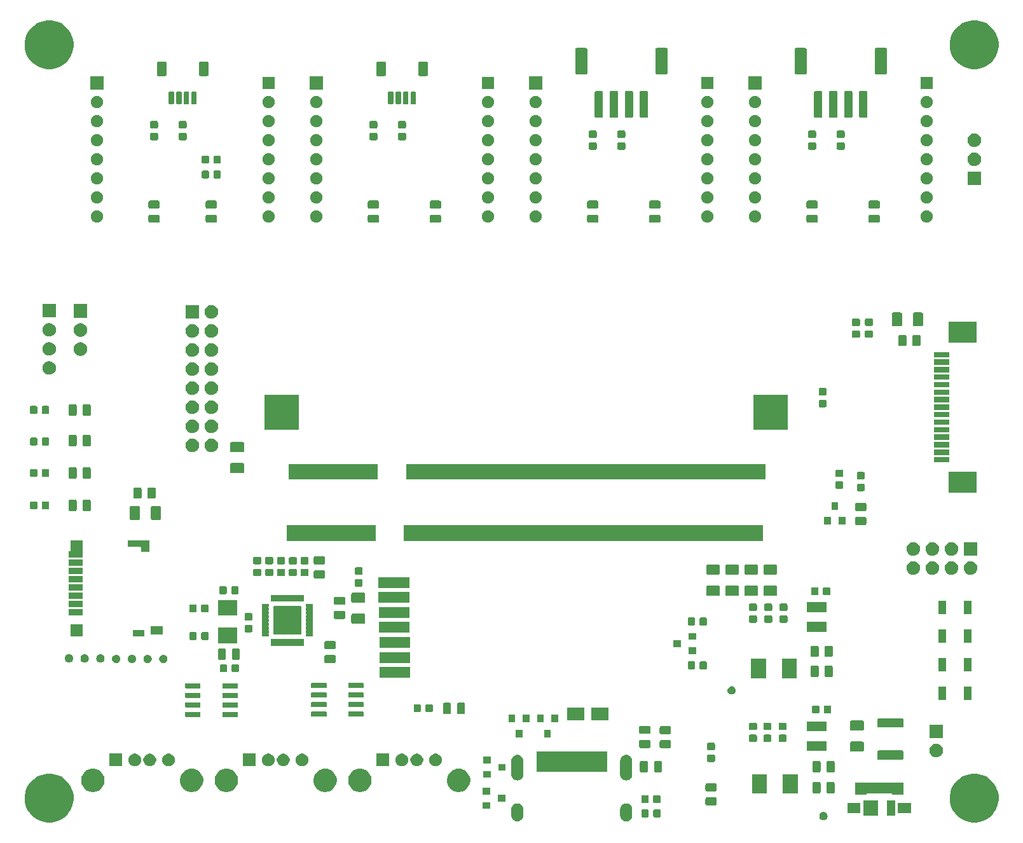
<source format=gbr>
G04 #@! TF.GenerationSoftware,KiCad,Pcbnew,(5.1.5)-3*
G04 #@! TF.CreationDate,2020-12-07T15:57:25+01:00*
G04 #@! TF.ProjectId,Jupiter,4a757069-7465-4722-9e6b-696361645f70,0.1*
G04 #@! TF.SameCoordinates,Original*
G04 #@! TF.FileFunction,Soldermask,Top*
G04 #@! TF.FilePolarity,Negative*
%FSLAX46Y46*%
G04 Gerber Fmt 4.6, Leading zero omitted, Abs format (unit mm)*
G04 Created by KiCad (PCBNEW (5.1.5)-3) date 2020-12-07 15:57:25*
%MOMM*%
%LPD*%
G04 APERTURE LIST*
%ADD10C,0.100000*%
G04 APERTURE END LIST*
D10*
G36*
X205104239Y-127621467D02*
G01*
X205418282Y-127683934D01*
X206009926Y-127929001D01*
X206542392Y-128284784D01*
X206995216Y-128737608D01*
X207350999Y-129270074D01*
X207596066Y-129861718D01*
X207621782Y-129991000D01*
X207721000Y-130489803D01*
X207721000Y-131130197D01*
X207693907Y-131266401D01*
X207596066Y-131758282D01*
X207350999Y-132349926D01*
X207077664Y-132759000D01*
X206995217Y-132882391D01*
X206542391Y-133335217D01*
X206436477Y-133405986D01*
X206009926Y-133690999D01*
X205418282Y-133936066D01*
X205104239Y-133998533D01*
X204790197Y-134061000D01*
X204149803Y-134061000D01*
X203835761Y-133998533D01*
X203521718Y-133936066D01*
X202930074Y-133690999D01*
X202503523Y-133405986D01*
X202397609Y-133335217D01*
X201944783Y-132882391D01*
X201862336Y-132759000D01*
X201589001Y-132349926D01*
X201343934Y-131758282D01*
X201246093Y-131266401D01*
X201219000Y-131130197D01*
X201219000Y-130489803D01*
X201318218Y-129991000D01*
X201343934Y-129861718D01*
X201589001Y-129270074D01*
X201944784Y-128737608D01*
X202397608Y-128284784D01*
X202930074Y-127929001D01*
X203521718Y-127683934D01*
X203835761Y-127621467D01*
X204149803Y-127559000D01*
X204790197Y-127559000D01*
X205104239Y-127621467D01*
G37*
G36*
X81914239Y-127621467D02*
G01*
X82228282Y-127683934D01*
X82819926Y-127929001D01*
X83352392Y-128284784D01*
X83805216Y-128737608D01*
X84160999Y-129270074D01*
X84406066Y-129861718D01*
X84431782Y-129991000D01*
X84531000Y-130489803D01*
X84531000Y-131130197D01*
X84503907Y-131266401D01*
X84406066Y-131758282D01*
X84160999Y-132349926D01*
X83887664Y-132759000D01*
X83805217Y-132882391D01*
X83352391Y-133335217D01*
X83246477Y-133405986D01*
X82819926Y-133690999D01*
X82228282Y-133936066D01*
X81914239Y-133998533D01*
X81600197Y-134061000D01*
X80959803Y-134061000D01*
X80645761Y-133998533D01*
X80331718Y-133936066D01*
X79740074Y-133690999D01*
X79313523Y-133405986D01*
X79207609Y-133335217D01*
X78754783Y-132882391D01*
X78672336Y-132759000D01*
X78399001Y-132349926D01*
X78153934Y-131758282D01*
X78056093Y-131266401D01*
X78029000Y-131130197D01*
X78029000Y-130489803D01*
X78128218Y-129991000D01*
X78153934Y-129861718D01*
X78399001Y-129270074D01*
X78754784Y-128737608D01*
X79207608Y-128284784D01*
X79740074Y-127929001D01*
X80331718Y-127683934D01*
X80645761Y-127621467D01*
X80959803Y-127559000D01*
X81600197Y-127559000D01*
X81914239Y-127621467D01*
G37*
G36*
X143783022Y-131516590D02*
G01*
X143883681Y-131547125D01*
X143934012Y-131562392D01*
X144073164Y-131636771D01*
X144195133Y-131736867D01*
X144295229Y-131858835D01*
X144369608Y-131997987D01*
X144384875Y-132048318D01*
X144415410Y-132148977D01*
X144427000Y-132266655D01*
X144427000Y-133145345D01*
X144415410Y-133263023D01*
X144393510Y-133335216D01*
X144369608Y-133414013D01*
X144295229Y-133553165D01*
X144195133Y-133675133D01*
X144073165Y-133775229D01*
X143934013Y-133849608D01*
X143883682Y-133864875D01*
X143783023Y-133895410D01*
X143626000Y-133910875D01*
X143468978Y-133895410D01*
X143368319Y-133864875D01*
X143317988Y-133849608D01*
X143178836Y-133775229D01*
X143056868Y-133675133D01*
X142956772Y-133553165D01*
X142882393Y-133414013D01*
X142858491Y-133335216D01*
X142836591Y-133263023D01*
X142825000Y-133145345D01*
X142825000Y-132266656D01*
X142836590Y-132148978D01*
X142882392Y-131997989D01*
X142882392Y-131997988D01*
X142956771Y-131858836D01*
X142956772Y-131858835D01*
X143056867Y-131736867D01*
X143178835Y-131636771D01*
X143317987Y-131562392D01*
X143368318Y-131547125D01*
X143468977Y-131516590D01*
X143626000Y-131501125D01*
X143783022Y-131516590D01*
G37*
G36*
X158283022Y-131516590D02*
G01*
X158383681Y-131547125D01*
X158434012Y-131562392D01*
X158573164Y-131636771D01*
X158695133Y-131736867D01*
X158795229Y-131858835D01*
X158869608Y-131997987D01*
X158884875Y-132048318D01*
X158915410Y-132148977D01*
X158927000Y-132266655D01*
X158927000Y-133145345D01*
X158915410Y-133263023D01*
X158893510Y-133335216D01*
X158869608Y-133414013D01*
X158795229Y-133553165D01*
X158695133Y-133675133D01*
X158573165Y-133775229D01*
X158434013Y-133849608D01*
X158383682Y-133864875D01*
X158283023Y-133895410D01*
X158126000Y-133910875D01*
X157968978Y-133895410D01*
X157868319Y-133864875D01*
X157817988Y-133849608D01*
X157678836Y-133775229D01*
X157556868Y-133675133D01*
X157456772Y-133553165D01*
X157382393Y-133414013D01*
X157358491Y-133335216D01*
X157336591Y-133263023D01*
X157325000Y-133145345D01*
X157325000Y-132266656D01*
X157336590Y-132148978D01*
X157382392Y-131997989D01*
X157382392Y-131997988D01*
X157456771Y-131858836D01*
X157456772Y-131858835D01*
X157556867Y-131736867D01*
X157678835Y-131636771D01*
X157817987Y-131562392D01*
X157868318Y-131547125D01*
X157968977Y-131516590D01*
X158126000Y-131501125D01*
X158283022Y-131516590D01*
G37*
G36*
X184539321Y-132655074D02*
G01*
X184639595Y-132696609D01*
X184639596Y-132696610D01*
X184729842Y-132756910D01*
X184806590Y-132833658D01*
X184806591Y-132833660D01*
X184866891Y-132923905D01*
X184908426Y-133024179D01*
X184929600Y-133130630D01*
X184929600Y-133239170D01*
X184908426Y-133345621D01*
X184866891Y-133445895D01*
X184866890Y-133445896D01*
X184806590Y-133536142D01*
X184729842Y-133612890D01*
X184684412Y-133643245D01*
X184639595Y-133673191D01*
X184539321Y-133714726D01*
X184432870Y-133735900D01*
X184324330Y-133735900D01*
X184217879Y-133714726D01*
X184117605Y-133673191D01*
X184072788Y-133643245D01*
X184027358Y-133612890D01*
X183950610Y-133536142D01*
X183890310Y-133445896D01*
X183890309Y-133445895D01*
X183848774Y-133345621D01*
X183827600Y-133239170D01*
X183827600Y-133130630D01*
X183848774Y-133024179D01*
X183890309Y-132923905D01*
X183950609Y-132833660D01*
X183950610Y-132833658D01*
X184027358Y-132756910D01*
X184117604Y-132696610D01*
X184117605Y-132696609D01*
X184217879Y-132655074D01*
X184324330Y-132633900D01*
X184432870Y-132633900D01*
X184539321Y-132655074D01*
G37*
G36*
X162546591Y-132320085D02*
G01*
X162580569Y-132330393D01*
X162611890Y-132347134D01*
X162639339Y-132369661D01*
X162661866Y-132397110D01*
X162678607Y-132428431D01*
X162688915Y-132462409D01*
X162693000Y-132503890D01*
X162693000Y-133180110D01*
X162688915Y-133221591D01*
X162678607Y-133255569D01*
X162661866Y-133286890D01*
X162639339Y-133314339D01*
X162611890Y-133336866D01*
X162580569Y-133353607D01*
X162546591Y-133363915D01*
X162505110Y-133368000D01*
X161903890Y-133368000D01*
X161862409Y-133363915D01*
X161828431Y-133353607D01*
X161797110Y-133336866D01*
X161769661Y-133314339D01*
X161747134Y-133286890D01*
X161730393Y-133255569D01*
X161720085Y-133221591D01*
X161716000Y-133180110D01*
X161716000Y-132503890D01*
X161720085Y-132462409D01*
X161730393Y-132428431D01*
X161747134Y-132397110D01*
X161769661Y-132369661D01*
X161797110Y-132347134D01*
X161828431Y-132330393D01*
X161862409Y-132320085D01*
X161903890Y-132316000D01*
X162505110Y-132316000D01*
X162546591Y-132320085D01*
G37*
G36*
X160971591Y-132320085D02*
G01*
X161005569Y-132330393D01*
X161036890Y-132347134D01*
X161064339Y-132369661D01*
X161086866Y-132397110D01*
X161103607Y-132428431D01*
X161113915Y-132462409D01*
X161118000Y-132503890D01*
X161118000Y-133180110D01*
X161113915Y-133221591D01*
X161103607Y-133255569D01*
X161086866Y-133286890D01*
X161064339Y-133314339D01*
X161036890Y-133336866D01*
X161005569Y-133353607D01*
X160971591Y-133363915D01*
X160930110Y-133368000D01*
X160328890Y-133368000D01*
X160287409Y-133363915D01*
X160253431Y-133353607D01*
X160222110Y-133336866D01*
X160194661Y-133314339D01*
X160172134Y-133286890D01*
X160155393Y-133255569D01*
X160145085Y-133221591D01*
X160141000Y-133180110D01*
X160141000Y-132503890D01*
X160145085Y-132462409D01*
X160155393Y-132428431D01*
X160172134Y-132397110D01*
X160194661Y-132369661D01*
X160222110Y-132347134D01*
X160253431Y-132330393D01*
X160287409Y-132320085D01*
X160328890Y-132316000D01*
X160930110Y-132316000D01*
X160971591Y-132320085D01*
G37*
G36*
X193923500Y-133116000D02*
G01*
X192821500Y-133116000D01*
X192821500Y-131114000D01*
X193923500Y-131114000D01*
X193923500Y-133116000D01*
G37*
G36*
X191623500Y-133116000D02*
G01*
X189721500Y-133116000D01*
X189721500Y-131114000D01*
X191623500Y-131114000D01*
X191623500Y-133116000D01*
G37*
G36*
X196073500Y-132816000D02*
G01*
X194321500Y-132816000D01*
X194321500Y-131414000D01*
X196073500Y-131414000D01*
X196073500Y-132816000D01*
G37*
G36*
X189323500Y-132816000D02*
G01*
X187571500Y-132816000D01*
X187571500Y-131414000D01*
X189323500Y-131414000D01*
X189323500Y-132816000D01*
G37*
G36*
X140034120Y-132241480D02*
G01*
X139032120Y-132241480D01*
X139032120Y-131339480D01*
X140034120Y-131339480D01*
X140034120Y-132241480D01*
G37*
G36*
X170002468Y-130705565D02*
G01*
X170041138Y-130717296D01*
X170076777Y-130736346D01*
X170108017Y-130761983D01*
X170133654Y-130793223D01*
X170152704Y-130828862D01*
X170164435Y-130867532D01*
X170169000Y-130913888D01*
X170169000Y-131565112D01*
X170164435Y-131611468D01*
X170152704Y-131650138D01*
X170133654Y-131685777D01*
X170108017Y-131717017D01*
X170076777Y-131742654D01*
X170041138Y-131761704D01*
X170002468Y-131773435D01*
X169956112Y-131778000D01*
X168879888Y-131778000D01*
X168833532Y-131773435D01*
X168794862Y-131761704D01*
X168759223Y-131742654D01*
X168727983Y-131717017D01*
X168702346Y-131685777D01*
X168683296Y-131650138D01*
X168671565Y-131611468D01*
X168667000Y-131565112D01*
X168667000Y-130913888D01*
X168671565Y-130867532D01*
X168683296Y-130828862D01*
X168702346Y-130793223D01*
X168727983Y-130761983D01*
X168759223Y-130736346D01*
X168794862Y-130717296D01*
X168833532Y-130705565D01*
X168879888Y-130701000D01*
X169956112Y-130701000D01*
X170002468Y-130705565D01*
G37*
G36*
X162546591Y-130415085D02*
G01*
X162580569Y-130425393D01*
X162611890Y-130442134D01*
X162639339Y-130464661D01*
X162661866Y-130492110D01*
X162678607Y-130523431D01*
X162688915Y-130557409D01*
X162693000Y-130598890D01*
X162693000Y-131275110D01*
X162688915Y-131316591D01*
X162678607Y-131350569D01*
X162661866Y-131381890D01*
X162639339Y-131409339D01*
X162611890Y-131431866D01*
X162580569Y-131448607D01*
X162546591Y-131458915D01*
X162505110Y-131463000D01*
X161903890Y-131463000D01*
X161862409Y-131458915D01*
X161828431Y-131448607D01*
X161797110Y-131431866D01*
X161769661Y-131409339D01*
X161747134Y-131381890D01*
X161730393Y-131350569D01*
X161720085Y-131316591D01*
X161716000Y-131275110D01*
X161716000Y-130598890D01*
X161720085Y-130557409D01*
X161730393Y-130523431D01*
X161747134Y-130492110D01*
X161769661Y-130464661D01*
X161797110Y-130442134D01*
X161828431Y-130425393D01*
X161862409Y-130415085D01*
X161903890Y-130411000D01*
X162505110Y-130411000D01*
X162546591Y-130415085D01*
G37*
G36*
X160971591Y-130415085D02*
G01*
X161005569Y-130425393D01*
X161036890Y-130442134D01*
X161064339Y-130464661D01*
X161086866Y-130492110D01*
X161103607Y-130523431D01*
X161113915Y-130557409D01*
X161118000Y-130598890D01*
X161118000Y-131275110D01*
X161113915Y-131316591D01*
X161103607Y-131350569D01*
X161086866Y-131381890D01*
X161064339Y-131409339D01*
X161036890Y-131431866D01*
X161005569Y-131448607D01*
X160971591Y-131458915D01*
X160930110Y-131463000D01*
X160328890Y-131463000D01*
X160287409Y-131458915D01*
X160253431Y-131448607D01*
X160222110Y-131431866D01*
X160194661Y-131409339D01*
X160172134Y-131381890D01*
X160155393Y-131350569D01*
X160145085Y-131316591D01*
X160141000Y-131275110D01*
X160141000Y-130598890D01*
X160145085Y-130557409D01*
X160155393Y-130523431D01*
X160172134Y-130492110D01*
X160194661Y-130464661D01*
X160222110Y-130442134D01*
X160253431Y-130425393D01*
X160287409Y-130415085D01*
X160328890Y-130411000D01*
X160930110Y-130411000D01*
X160971591Y-130415085D01*
G37*
G36*
X142034120Y-131291480D02*
G01*
X141032120Y-131291480D01*
X141032120Y-130389480D01*
X142034120Y-130389480D01*
X142034120Y-131291480D01*
G37*
G36*
X195073500Y-130366000D02*
G01*
X193546500Y-130366000D01*
X193546500Y-130320999D01*
X193544098Y-130296613D01*
X193536985Y-130273164D01*
X193525434Y-130251553D01*
X193509889Y-130232611D01*
X193490947Y-130217066D01*
X193469336Y-130205515D01*
X193445887Y-130198402D01*
X193421501Y-130196000D01*
X190223499Y-130196000D01*
X190199113Y-130198402D01*
X190175664Y-130205515D01*
X190154053Y-130217066D01*
X190135111Y-130232611D01*
X190119566Y-130251553D01*
X190108015Y-130273164D01*
X190100902Y-130296613D01*
X190098500Y-130320999D01*
X190098500Y-130366000D01*
X188571500Y-130366000D01*
X188571500Y-128714000D01*
X195073500Y-128714000D01*
X195073500Y-130366000D01*
G37*
G36*
X140034120Y-130341480D02*
G01*
X139032120Y-130341480D01*
X139032120Y-129439480D01*
X140034120Y-129439480D01*
X140034120Y-130341480D01*
G37*
G36*
X180978000Y-130206000D02*
G01*
X178976000Y-130206000D01*
X178976000Y-127604000D01*
X180978000Y-127604000D01*
X180978000Y-130206000D01*
G37*
G36*
X176878000Y-130206000D02*
G01*
X174876000Y-130206000D01*
X174876000Y-127604000D01*
X176878000Y-127604000D01*
X176878000Y-130206000D01*
G37*
G36*
X183838468Y-128666565D02*
G01*
X183877138Y-128678296D01*
X183912777Y-128697346D01*
X183944017Y-128722983D01*
X183969654Y-128754223D01*
X183988704Y-128789862D01*
X184000435Y-128828532D01*
X184005000Y-128874888D01*
X184005000Y-129951112D01*
X184000435Y-129997468D01*
X183988704Y-130036138D01*
X183969654Y-130071777D01*
X183944017Y-130103017D01*
X183912777Y-130128654D01*
X183877138Y-130147704D01*
X183838468Y-130159435D01*
X183792112Y-130164000D01*
X183140888Y-130164000D01*
X183094532Y-130159435D01*
X183055862Y-130147704D01*
X183020223Y-130128654D01*
X182988983Y-130103017D01*
X182963346Y-130071777D01*
X182944296Y-130036138D01*
X182932565Y-129997468D01*
X182928000Y-129951112D01*
X182928000Y-128874888D01*
X182932565Y-128828532D01*
X182944296Y-128789862D01*
X182963346Y-128754223D01*
X182988983Y-128722983D01*
X183020223Y-128697346D01*
X183055862Y-128678296D01*
X183094532Y-128666565D01*
X183140888Y-128662000D01*
X183792112Y-128662000D01*
X183838468Y-128666565D01*
G37*
G36*
X185713468Y-128666565D02*
G01*
X185752138Y-128678296D01*
X185787777Y-128697346D01*
X185819017Y-128722983D01*
X185844654Y-128754223D01*
X185863704Y-128789862D01*
X185875435Y-128828532D01*
X185880000Y-128874888D01*
X185880000Y-129951112D01*
X185875435Y-129997468D01*
X185863704Y-130036138D01*
X185844654Y-130071777D01*
X185819017Y-130103017D01*
X185787777Y-130128654D01*
X185752138Y-130147704D01*
X185713468Y-130159435D01*
X185667112Y-130164000D01*
X185015888Y-130164000D01*
X184969532Y-130159435D01*
X184930862Y-130147704D01*
X184895223Y-130128654D01*
X184863983Y-130103017D01*
X184838346Y-130071777D01*
X184819296Y-130036138D01*
X184807565Y-129997468D01*
X184803000Y-129951112D01*
X184803000Y-128874888D01*
X184807565Y-128828532D01*
X184819296Y-128789862D01*
X184838346Y-128754223D01*
X184863983Y-128722983D01*
X184895223Y-128697346D01*
X184930862Y-128678296D01*
X184969532Y-128666565D01*
X185015888Y-128662000D01*
X185667112Y-128662000D01*
X185713468Y-128666565D01*
G37*
G36*
X100542585Y-126918802D02*
G01*
X100692410Y-126948604D01*
X100974674Y-127065521D01*
X101228705Y-127235259D01*
X101444741Y-127451295D01*
X101614479Y-127705326D01*
X101731396Y-127987590D01*
X101731396Y-127987591D01*
X101791000Y-128287239D01*
X101791000Y-128592761D01*
X101777227Y-128662000D01*
X101731396Y-128892410D01*
X101614479Y-129174674D01*
X101444741Y-129428705D01*
X101228705Y-129644741D01*
X100974674Y-129814479D01*
X100692410Y-129931396D01*
X100542585Y-129961198D01*
X100392761Y-129991000D01*
X100087239Y-129991000D01*
X99937415Y-129961198D01*
X99787590Y-129931396D01*
X99505326Y-129814479D01*
X99251295Y-129644741D01*
X99035259Y-129428705D01*
X98865521Y-129174674D01*
X98748604Y-128892410D01*
X98702773Y-128662000D01*
X98689000Y-128592761D01*
X98689000Y-128287239D01*
X98748604Y-127987591D01*
X98748604Y-127987590D01*
X98865521Y-127705326D01*
X99035259Y-127451295D01*
X99251295Y-127235259D01*
X99505326Y-127065521D01*
X99787590Y-126948604D01*
X99937415Y-126918802D01*
X100087239Y-126889000D01*
X100392761Y-126889000D01*
X100542585Y-126918802D01*
G37*
G36*
X122962585Y-126918802D02*
G01*
X123112410Y-126948604D01*
X123394674Y-127065521D01*
X123648705Y-127235259D01*
X123864741Y-127451295D01*
X124034479Y-127705326D01*
X124151396Y-127987590D01*
X124151396Y-127987591D01*
X124211000Y-128287239D01*
X124211000Y-128592761D01*
X124197227Y-128662000D01*
X124151396Y-128892410D01*
X124034479Y-129174674D01*
X123864741Y-129428705D01*
X123648705Y-129644741D01*
X123394674Y-129814479D01*
X123112410Y-129931396D01*
X122962585Y-129961198D01*
X122812761Y-129991000D01*
X122507239Y-129991000D01*
X122357415Y-129961198D01*
X122207590Y-129931396D01*
X121925326Y-129814479D01*
X121671295Y-129644741D01*
X121455259Y-129428705D01*
X121285521Y-129174674D01*
X121168604Y-128892410D01*
X121122773Y-128662000D01*
X121109000Y-128592761D01*
X121109000Y-128287239D01*
X121168604Y-127987591D01*
X121168604Y-127987590D01*
X121285521Y-127705326D01*
X121455259Y-127451295D01*
X121671295Y-127235259D01*
X121925326Y-127065521D01*
X122207590Y-126948604D01*
X122357415Y-126918802D01*
X122507239Y-126889000D01*
X122812761Y-126889000D01*
X122962585Y-126918802D01*
G37*
G36*
X136102585Y-126918802D02*
G01*
X136252410Y-126948604D01*
X136534674Y-127065521D01*
X136788705Y-127235259D01*
X137004741Y-127451295D01*
X137174479Y-127705326D01*
X137291396Y-127987590D01*
X137291396Y-127987591D01*
X137351000Y-128287239D01*
X137351000Y-128592761D01*
X137337227Y-128662000D01*
X137291396Y-128892410D01*
X137174479Y-129174674D01*
X137004741Y-129428705D01*
X136788705Y-129644741D01*
X136534674Y-129814479D01*
X136252410Y-129931396D01*
X136102585Y-129961198D01*
X135952761Y-129991000D01*
X135647239Y-129991000D01*
X135497415Y-129961198D01*
X135347590Y-129931396D01*
X135065326Y-129814479D01*
X134811295Y-129644741D01*
X134595259Y-129428705D01*
X134425521Y-129174674D01*
X134308604Y-128892410D01*
X134262773Y-128662000D01*
X134249000Y-128592761D01*
X134249000Y-128287239D01*
X134308604Y-127987591D01*
X134308604Y-127987590D01*
X134425521Y-127705326D01*
X134595259Y-127451295D01*
X134811295Y-127235259D01*
X135065326Y-127065521D01*
X135347590Y-126948604D01*
X135497415Y-126918802D01*
X135647239Y-126889000D01*
X135952761Y-126889000D01*
X136102585Y-126918802D01*
G37*
G36*
X118322585Y-126918802D02*
G01*
X118472410Y-126948604D01*
X118754674Y-127065521D01*
X119008705Y-127235259D01*
X119224741Y-127451295D01*
X119394479Y-127705326D01*
X119511396Y-127987590D01*
X119511396Y-127987591D01*
X119571000Y-128287239D01*
X119571000Y-128592761D01*
X119557227Y-128662000D01*
X119511396Y-128892410D01*
X119394479Y-129174674D01*
X119224741Y-129428705D01*
X119008705Y-129644741D01*
X118754674Y-129814479D01*
X118472410Y-129931396D01*
X118322585Y-129961198D01*
X118172761Y-129991000D01*
X117867239Y-129991000D01*
X117717415Y-129961198D01*
X117567590Y-129931396D01*
X117285326Y-129814479D01*
X117031295Y-129644741D01*
X116815259Y-129428705D01*
X116645521Y-129174674D01*
X116528604Y-128892410D01*
X116482773Y-128662000D01*
X116469000Y-128592761D01*
X116469000Y-128287239D01*
X116528604Y-127987591D01*
X116528604Y-127987590D01*
X116645521Y-127705326D01*
X116815259Y-127451295D01*
X117031295Y-127235259D01*
X117285326Y-127065521D01*
X117567590Y-126948604D01*
X117717415Y-126918802D01*
X117867239Y-126889000D01*
X118172761Y-126889000D01*
X118322585Y-126918802D01*
G37*
G36*
X87402585Y-126918802D02*
G01*
X87552410Y-126948604D01*
X87834674Y-127065521D01*
X88088705Y-127235259D01*
X88304741Y-127451295D01*
X88474479Y-127705326D01*
X88591396Y-127987590D01*
X88591396Y-127987591D01*
X88651000Y-128287239D01*
X88651000Y-128592761D01*
X88637227Y-128662000D01*
X88591396Y-128892410D01*
X88474479Y-129174674D01*
X88304741Y-129428705D01*
X88088705Y-129644741D01*
X87834674Y-129814479D01*
X87552410Y-129931396D01*
X87402585Y-129961198D01*
X87252761Y-129991000D01*
X86947239Y-129991000D01*
X86797415Y-129961198D01*
X86647590Y-129931396D01*
X86365326Y-129814479D01*
X86111295Y-129644741D01*
X85895259Y-129428705D01*
X85725521Y-129174674D01*
X85608604Y-128892410D01*
X85562773Y-128662000D01*
X85549000Y-128592761D01*
X85549000Y-128287239D01*
X85608604Y-127987591D01*
X85608604Y-127987590D01*
X85725521Y-127705326D01*
X85895259Y-127451295D01*
X86111295Y-127235259D01*
X86365326Y-127065521D01*
X86647590Y-126948604D01*
X86797415Y-126918802D01*
X86947239Y-126889000D01*
X87252761Y-126889000D01*
X87402585Y-126918802D01*
G37*
G36*
X105182585Y-126918802D02*
G01*
X105332410Y-126948604D01*
X105614674Y-127065521D01*
X105868705Y-127235259D01*
X106084741Y-127451295D01*
X106254479Y-127705326D01*
X106371396Y-127987590D01*
X106371396Y-127987591D01*
X106431000Y-128287239D01*
X106431000Y-128592761D01*
X106417227Y-128662000D01*
X106371396Y-128892410D01*
X106254479Y-129174674D01*
X106084741Y-129428705D01*
X105868705Y-129644741D01*
X105614674Y-129814479D01*
X105332410Y-129931396D01*
X105182585Y-129961198D01*
X105032761Y-129991000D01*
X104727239Y-129991000D01*
X104577415Y-129961198D01*
X104427590Y-129931396D01*
X104145326Y-129814479D01*
X103891295Y-129644741D01*
X103675259Y-129428705D01*
X103505521Y-129174674D01*
X103388604Y-128892410D01*
X103342773Y-128662000D01*
X103329000Y-128592761D01*
X103329000Y-128287239D01*
X103388604Y-127987591D01*
X103388604Y-127987590D01*
X103505521Y-127705326D01*
X103675259Y-127451295D01*
X103891295Y-127235259D01*
X104145326Y-127065521D01*
X104427590Y-126948604D01*
X104577415Y-126918802D01*
X104727239Y-126889000D01*
X105032761Y-126889000D01*
X105182585Y-126918802D01*
G37*
G36*
X170002468Y-128830565D02*
G01*
X170041138Y-128842296D01*
X170076777Y-128861346D01*
X170108017Y-128886983D01*
X170133654Y-128918223D01*
X170152704Y-128953862D01*
X170164435Y-128992532D01*
X170169000Y-129038888D01*
X170169000Y-129690112D01*
X170164435Y-129736468D01*
X170152704Y-129775138D01*
X170133654Y-129810777D01*
X170108017Y-129842017D01*
X170076777Y-129867654D01*
X170041138Y-129886704D01*
X170002468Y-129898435D01*
X169956112Y-129903000D01*
X168879888Y-129903000D01*
X168833532Y-129898435D01*
X168794862Y-129886704D01*
X168759223Y-129867654D01*
X168727983Y-129842017D01*
X168702346Y-129810777D01*
X168683296Y-129775138D01*
X168671565Y-129736468D01*
X168667000Y-129690112D01*
X168667000Y-129038888D01*
X168671565Y-128992532D01*
X168683296Y-128953862D01*
X168702346Y-128918223D01*
X168727983Y-128886983D01*
X168759223Y-128861346D01*
X168794862Y-128842296D01*
X168833532Y-128830565D01*
X168879888Y-128826000D01*
X169956112Y-128826000D01*
X170002468Y-128830565D01*
G37*
G36*
X143783022Y-125056590D02*
G01*
X143883681Y-125087125D01*
X143934012Y-125102392D01*
X144040682Y-125159409D01*
X144073164Y-125176771D01*
X144195133Y-125276867D01*
X144236196Y-125326903D01*
X144295229Y-125398835D01*
X144369608Y-125537987D01*
X144384875Y-125588318D01*
X144415410Y-125688977D01*
X144427000Y-125806655D01*
X144427000Y-127685345D01*
X144415410Y-127803023D01*
X144384875Y-127903682D01*
X144369608Y-127954013D01*
X144295229Y-128093165D01*
X144195133Y-128215133D01*
X144073165Y-128315229D01*
X143934013Y-128389608D01*
X143883682Y-128404875D01*
X143783023Y-128435410D01*
X143626000Y-128450875D01*
X143468978Y-128435410D01*
X143368319Y-128404875D01*
X143317988Y-128389608D01*
X143178836Y-128315229D01*
X143056868Y-128215133D01*
X142956772Y-128093165D01*
X142882393Y-127954013D01*
X142867126Y-127903682D01*
X142836591Y-127803023D01*
X142825001Y-127685345D01*
X142825000Y-125806656D01*
X142836590Y-125688978D01*
X142882392Y-125537989D01*
X142882392Y-125537988D01*
X142956771Y-125398836D01*
X142987822Y-125361000D01*
X143056867Y-125276867D01*
X143178835Y-125176771D01*
X143211317Y-125159409D01*
X143317987Y-125102392D01*
X143368318Y-125087125D01*
X143468977Y-125056590D01*
X143626000Y-125041125D01*
X143783022Y-125056590D01*
G37*
G36*
X158283022Y-125056590D02*
G01*
X158383681Y-125087125D01*
X158434012Y-125102392D01*
X158540682Y-125159409D01*
X158573164Y-125176771D01*
X158695133Y-125276867D01*
X158736196Y-125326903D01*
X158795229Y-125398835D01*
X158869608Y-125537987D01*
X158884875Y-125588318D01*
X158915410Y-125688977D01*
X158927000Y-125806655D01*
X158927000Y-127685345D01*
X158915410Y-127803023D01*
X158884875Y-127903682D01*
X158869608Y-127954013D01*
X158795229Y-128093165D01*
X158695133Y-128215133D01*
X158573165Y-128315229D01*
X158434013Y-128389608D01*
X158383682Y-128404875D01*
X158283023Y-128435410D01*
X158126000Y-128450875D01*
X157968978Y-128435410D01*
X157868319Y-128404875D01*
X157817988Y-128389608D01*
X157678836Y-128315229D01*
X157556868Y-128215133D01*
X157456772Y-128093165D01*
X157382393Y-127954013D01*
X157367126Y-127903682D01*
X157336591Y-127803023D01*
X157325001Y-127685345D01*
X157325000Y-125806656D01*
X157336590Y-125688978D01*
X157382392Y-125537989D01*
X157382392Y-125537988D01*
X157456771Y-125398836D01*
X157487822Y-125361000D01*
X157556867Y-125276867D01*
X157678835Y-125176771D01*
X157711317Y-125159409D01*
X157817987Y-125102392D01*
X157868318Y-125087125D01*
X157968977Y-125056590D01*
X158126000Y-125041125D01*
X158283022Y-125056590D01*
G37*
G36*
X140074760Y-128096200D02*
G01*
X139072760Y-128096200D01*
X139072760Y-127194200D01*
X140074760Y-127194200D01*
X140074760Y-128096200D01*
G37*
G36*
X183838468Y-125872565D02*
G01*
X183877138Y-125884296D01*
X183912777Y-125903346D01*
X183944017Y-125928983D01*
X183969654Y-125960223D01*
X183988704Y-125995862D01*
X184000435Y-126034532D01*
X184005000Y-126080888D01*
X184005000Y-127157112D01*
X184000435Y-127203468D01*
X183988704Y-127242138D01*
X183969654Y-127277777D01*
X183944017Y-127309017D01*
X183912777Y-127334654D01*
X183877138Y-127353704D01*
X183838468Y-127365435D01*
X183792112Y-127370000D01*
X183140888Y-127370000D01*
X183094532Y-127365435D01*
X183055862Y-127353704D01*
X183020223Y-127334654D01*
X182988983Y-127309017D01*
X182963346Y-127277777D01*
X182944296Y-127242138D01*
X182932565Y-127203468D01*
X182928000Y-127157112D01*
X182928000Y-126080888D01*
X182932565Y-126034532D01*
X182944296Y-125995862D01*
X182963346Y-125960223D01*
X182988983Y-125928983D01*
X183020223Y-125903346D01*
X183055862Y-125884296D01*
X183094532Y-125872565D01*
X183140888Y-125868000D01*
X183792112Y-125868000D01*
X183838468Y-125872565D01*
G37*
G36*
X185713468Y-125872565D02*
G01*
X185752138Y-125884296D01*
X185787777Y-125903346D01*
X185819017Y-125928983D01*
X185844654Y-125960223D01*
X185863704Y-125995862D01*
X185875435Y-126034532D01*
X185880000Y-126080888D01*
X185880000Y-127157112D01*
X185875435Y-127203468D01*
X185863704Y-127242138D01*
X185844654Y-127277777D01*
X185819017Y-127309017D01*
X185787777Y-127334654D01*
X185752138Y-127353704D01*
X185713468Y-127365435D01*
X185667112Y-127370000D01*
X185015888Y-127370000D01*
X184969532Y-127365435D01*
X184930862Y-127353704D01*
X184895223Y-127334654D01*
X184863983Y-127309017D01*
X184838346Y-127277777D01*
X184819296Y-127242138D01*
X184807565Y-127203468D01*
X184803000Y-127157112D01*
X184803000Y-126080888D01*
X184807565Y-126034532D01*
X184819296Y-125995862D01*
X184838346Y-125960223D01*
X184863983Y-125928983D01*
X184895223Y-125903346D01*
X184930862Y-125884296D01*
X184969532Y-125872565D01*
X185015888Y-125868000D01*
X185667112Y-125868000D01*
X185713468Y-125872565D01*
G37*
G36*
X162726468Y-125872565D02*
G01*
X162765138Y-125884296D01*
X162800777Y-125903346D01*
X162832017Y-125928983D01*
X162857654Y-125960223D01*
X162876704Y-125995862D01*
X162888435Y-126034532D01*
X162893000Y-126080888D01*
X162893000Y-127157112D01*
X162888435Y-127203468D01*
X162876704Y-127242138D01*
X162857654Y-127277777D01*
X162832017Y-127309017D01*
X162800777Y-127334654D01*
X162765138Y-127353704D01*
X162726468Y-127365435D01*
X162680112Y-127370000D01*
X162028888Y-127370000D01*
X161982532Y-127365435D01*
X161943862Y-127353704D01*
X161908223Y-127334654D01*
X161876983Y-127309017D01*
X161851346Y-127277777D01*
X161832296Y-127242138D01*
X161820565Y-127203468D01*
X161816000Y-127157112D01*
X161816000Y-126080888D01*
X161820565Y-126034532D01*
X161832296Y-125995862D01*
X161851346Y-125960223D01*
X161876983Y-125928983D01*
X161908223Y-125903346D01*
X161943862Y-125884296D01*
X161982532Y-125872565D01*
X162028888Y-125868000D01*
X162680112Y-125868000D01*
X162726468Y-125872565D01*
G37*
G36*
X160851468Y-125872565D02*
G01*
X160890138Y-125884296D01*
X160925777Y-125903346D01*
X160957017Y-125928983D01*
X160982654Y-125960223D01*
X161001704Y-125995862D01*
X161013435Y-126034532D01*
X161018000Y-126080888D01*
X161018000Y-127157112D01*
X161013435Y-127203468D01*
X161001704Y-127242138D01*
X160982654Y-127277777D01*
X160957017Y-127309017D01*
X160925777Y-127334654D01*
X160890138Y-127353704D01*
X160851468Y-127365435D01*
X160805112Y-127370000D01*
X160153888Y-127370000D01*
X160107532Y-127365435D01*
X160068862Y-127353704D01*
X160033223Y-127334654D01*
X160001983Y-127309017D01*
X159976346Y-127277777D01*
X159957296Y-127242138D01*
X159945565Y-127203468D01*
X159941000Y-127157112D01*
X159941000Y-126080888D01*
X159945565Y-126034532D01*
X159957296Y-125995862D01*
X159976346Y-125960223D01*
X160001983Y-125928983D01*
X160033223Y-125903346D01*
X160068862Y-125884296D01*
X160107532Y-125872565D01*
X160153888Y-125868000D01*
X160805112Y-125868000D01*
X160851468Y-125872565D01*
G37*
G36*
X155577000Y-127337000D02*
G01*
X146175000Y-127337000D01*
X146175000Y-124635000D01*
X155577000Y-124635000D01*
X155577000Y-127337000D01*
G37*
G36*
X142074760Y-127146200D02*
G01*
X141072760Y-127146200D01*
X141072760Y-126244200D01*
X142074760Y-126244200D01*
X142074760Y-127146200D01*
G37*
G36*
X115198228Y-124911703D02*
G01*
X115353100Y-124975853D01*
X115492481Y-125068985D01*
X115611015Y-125187519D01*
X115704147Y-125326900D01*
X115768297Y-125481772D01*
X115801000Y-125646184D01*
X115801000Y-125813816D01*
X115768297Y-125978228D01*
X115704147Y-126133100D01*
X115611015Y-126272481D01*
X115492481Y-126391015D01*
X115353100Y-126484147D01*
X115198228Y-126548297D01*
X115033816Y-126581000D01*
X114866184Y-126581000D01*
X114701772Y-126548297D01*
X114546900Y-126484147D01*
X114407519Y-126391015D01*
X114288985Y-126272481D01*
X114195853Y-126133100D01*
X114131703Y-125978228D01*
X114099000Y-125813816D01*
X114099000Y-125646184D01*
X114131703Y-125481772D01*
X114195853Y-125326900D01*
X114288985Y-125187519D01*
X114407519Y-125068985D01*
X114546900Y-124975853D01*
X114701772Y-124911703D01*
X114866184Y-124879000D01*
X115033816Y-124879000D01*
X115198228Y-124911703D01*
G37*
G36*
X110698228Y-124911703D02*
G01*
X110853100Y-124975853D01*
X110992481Y-125068985D01*
X111111015Y-125187519D01*
X111204147Y-125326900D01*
X111268297Y-125481772D01*
X111301000Y-125646184D01*
X111301000Y-125813816D01*
X111268297Y-125978228D01*
X111204147Y-126133100D01*
X111111015Y-126272481D01*
X110992481Y-126391015D01*
X110853100Y-126484147D01*
X110698228Y-126548297D01*
X110533816Y-126581000D01*
X110366184Y-126581000D01*
X110201772Y-126548297D01*
X110046900Y-126484147D01*
X109907519Y-126391015D01*
X109788985Y-126272481D01*
X109695853Y-126133100D01*
X109631703Y-125978228D01*
X109599000Y-125813816D01*
X109599000Y-125646184D01*
X109631703Y-125481772D01*
X109695853Y-125326900D01*
X109788985Y-125187519D01*
X109907519Y-125068985D01*
X110046900Y-124975853D01*
X110201772Y-124911703D01*
X110366184Y-124879000D01*
X110533816Y-124879000D01*
X110698228Y-124911703D01*
G37*
G36*
X112698228Y-124911703D02*
G01*
X112853100Y-124975853D01*
X112992481Y-125068985D01*
X113111015Y-125187519D01*
X113204147Y-125326900D01*
X113268297Y-125481772D01*
X113301000Y-125646184D01*
X113301000Y-125813816D01*
X113268297Y-125978228D01*
X113204147Y-126133100D01*
X113111015Y-126272481D01*
X112992481Y-126391015D01*
X112853100Y-126484147D01*
X112698228Y-126548297D01*
X112533816Y-126581000D01*
X112366184Y-126581000D01*
X112201772Y-126548297D01*
X112046900Y-126484147D01*
X111907519Y-126391015D01*
X111788985Y-126272481D01*
X111695853Y-126133100D01*
X111631703Y-125978228D01*
X111599000Y-125813816D01*
X111599000Y-125646184D01*
X111631703Y-125481772D01*
X111695853Y-125326900D01*
X111788985Y-125187519D01*
X111907519Y-125068985D01*
X112046900Y-124975853D01*
X112201772Y-124911703D01*
X112366184Y-124879000D01*
X112533816Y-124879000D01*
X112698228Y-124911703D01*
G37*
G36*
X97418228Y-124911703D02*
G01*
X97573100Y-124975853D01*
X97712481Y-125068985D01*
X97831015Y-125187519D01*
X97924147Y-125326900D01*
X97988297Y-125481772D01*
X98021000Y-125646184D01*
X98021000Y-125813816D01*
X97988297Y-125978228D01*
X97924147Y-126133100D01*
X97831015Y-126272481D01*
X97712481Y-126391015D01*
X97573100Y-126484147D01*
X97418228Y-126548297D01*
X97253816Y-126581000D01*
X97086184Y-126581000D01*
X96921772Y-126548297D01*
X96766900Y-126484147D01*
X96627519Y-126391015D01*
X96508985Y-126272481D01*
X96415853Y-126133100D01*
X96351703Y-125978228D01*
X96319000Y-125813816D01*
X96319000Y-125646184D01*
X96351703Y-125481772D01*
X96415853Y-125326900D01*
X96508985Y-125187519D01*
X96627519Y-125068985D01*
X96766900Y-124975853D01*
X96921772Y-124911703D01*
X97086184Y-124879000D01*
X97253816Y-124879000D01*
X97418228Y-124911703D01*
G37*
G36*
X94918228Y-124911703D02*
G01*
X95073100Y-124975853D01*
X95212481Y-125068985D01*
X95331015Y-125187519D01*
X95424147Y-125326900D01*
X95488297Y-125481772D01*
X95521000Y-125646184D01*
X95521000Y-125813816D01*
X95488297Y-125978228D01*
X95424147Y-126133100D01*
X95331015Y-126272481D01*
X95212481Y-126391015D01*
X95073100Y-126484147D01*
X94918228Y-126548297D01*
X94753816Y-126581000D01*
X94586184Y-126581000D01*
X94421772Y-126548297D01*
X94266900Y-126484147D01*
X94127519Y-126391015D01*
X94008985Y-126272481D01*
X93915853Y-126133100D01*
X93851703Y-125978228D01*
X93819000Y-125813816D01*
X93819000Y-125646184D01*
X93851703Y-125481772D01*
X93915853Y-125326900D01*
X94008985Y-125187519D01*
X94127519Y-125068985D01*
X94266900Y-124975853D01*
X94421772Y-124911703D01*
X94586184Y-124879000D01*
X94753816Y-124879000D01*
X94918228Y-124911703D01*
G37*
G36*
X92918228Y-124911703D02*
G01*
X93073100Y-124975853D01*
X93212481Y-125068985D01*
X93331015Y-125187519D01*
X93424147Y-125326900D01*
X93488297Y-125481772D01*
X93521000Y-125646184D01*
X93521000Y-125813816D01*
X93488297Y-125978228D01*
X93424147Y-126133100D01*
X93331015Y-126272481D01*
X93212481Y-126391015D01*
X93073100Y-126484147D01*
X92918228Y-126548297D01*
X92753816Y-126581000D01*
X92586184Y-126581000D01*
X92421772Y-126548297D01*
X92266900Y-126484147D01*
X92127519Y-126391015D01*
X92008985Y-126272481D01*
X91915853Y-126133100D01*
X91851703Y-125978228D01*
X91819000Y-125813816D01*
X91819000Y-125646184D01*
X91851703Y-125481772D01*
X91915853Y-125326900D01*
X92008985Y-125187519D01*
X92127519Y-125068985D01*
X92266900Y-124975853D01*
X92421772Y-124911703D01*
X92586184Y-124879000D01*
X92753816Y-124879000D01*
X92918228Y-124911703D01*
G37*
G36*
X108801000Y-126581000D02*
G01*
X107099000Y-126581000D01*
X107099000Y-124879000D01*
X108801000Y-124879000D01*
X108801000Y-126581000D01*
G37*
G36*
X128478228Y-124911703D02*
G01*
X128633100Y-124975853D01*
X128772481Y-125068985D01*
X128891015Y-125187519D01*
X128984147Y-125326900D01*
X129048297Y-125481772D01*
X129081000Y-125646184D01*
X129081000Y-125813816D01*
X129048297Y-125978228D01*
X128984147Y-126133100D01*
X128891015Y-126272481D01*
X128772481Y-126391015D01*
X128633100Y-126484147D01*
X128478228Y-126548297D01*
X128313816Y-126581000D01*
X128146184Y-126581000D01*
X127981772Y-126548297D01*
X127826900Y-126484147D01*
X127687519Y-126391015D01*
X127568985Y-126272481D01*
X127475853Y-126133100D01*
X127411703Y-125978228D01*
X127379000Y-125813816D01*
X127379000Y-125646184D01*
X127411703Y-125481772D01*
X127475853Y-125326900D01*
X127568985Y-125187519D01*
X127687519Y-125068985D01*
X127826900Y-124975853D01*
X127981772Y-124911703D01*
X128146184Y-124879000D01*
X128313816Y-124879000D01*
X128478228Y-124911703D01*
G37*
G36*
X130478228Y-124911703D02*
G01*
X130633100Y-124975853D01*
X130772481Y-125068985D01*
X130891015Y-125187519D01*
X130984147Y-125326900D01*
X131048297Y-125481772D01*
X131081000Y-125646184D01*
X131081000Y-125813816D01*
X131048297Y-125978228D01*
X130984147Y-126133100D01*
X130891015Y-126272481D01*
X130772481Y-126391015D01*
X130633100Y-126484147D01*
X130478228Y-126548297D01*
X130313816Y-126581000D01*
X130146184Y-126581000D01*
X129981772Y-126548297D01*
X129826900Y-126484147D01*
X129687519Y-126391015D01*
X129568985Y-126272481D01*
X129475853Y-126133100D01*
X129411703Y-125978228D01*
X129379000Y-125813816D01*
X129379000Y-125646184D01*
X129411703Y-125481772D01*
X129475853Y-125326900D01*
X129568985Y-125187519D01*
X129687519Y-125068985D01*
X129826900Y-124975853D01*
X129981772Y-124911703D01*
X130146184Y-124879000D01*
X130313816Y-124879000D01*
X130478228Y-124911703D01*
G37*
G36*
X132978228Y-124911703D02*
G01*
X133133100Y-124975853D01*
X133272481Y-125068985D01*
X133391015Y-125187519D01*
X133484147Y-125326900D01*
X133548297Y-125481772D01*
X133581000Y-125646184D01*
X133581000Y-125813816D01*
X133548297Y-125978228D01*
X133484147Y-126133100D01*
X133391015Y-126272481D01*
X133272481Y-126391015D01*
X133133100Y-126484147D01*
X132978228Y-126548297D01*
X132813816Y-126581000D01*
X132646184Y-126581000D01*
X132481772Y-126548297D01*
X132326900Y-126484147D01*
X132187519Y-126391015D01*
X132068985Y-126272481D01*
X131975853Y-126133100D01*
X131911703Y-125978228D01*
X131879000Y-125813816D01*
X131879000Y-125646184D01*
X131911703Y-125481772D01*
X131975853Y-125326900D01*
X132068985Y-125187519D01*
X132187519Y-125068985D01*
X132326900Y-124975853D01*
X132481772Y-124911703D01*
X132646184Y-124879000D01*
X132813816Y-124879000D01*
X132978228Y-124911703D01*
G37*
G36*
X126581000Y-126581000D02*
G01*
X124879000Y-126581000D01*
X124879000Y-124879000D01*
X126581000Y-124879000D01*
X126581000Y-126581000D01*
G37*
G36*
X91021000Y-126581000D02*
G01*
X89319000Y-126581000D01*
X89319000Y-124879000D01*
X91021000Y-124879000D01*
X91021000Y-126581000D01*
G37*
G36*
X140074760Y-126196200D02*
G01*
X139072760Y-126196200D01*
X139072760Y-125294200D01*
X140074760Y-125294200D01*
X140074760Y-126196200D01*
G37*
G36*
X169797591Y-125017085D02*
G01*
X169831569Y-125027393D01*
X169862890Y-125044134D01*
X169890339Y-125066661D01*
X169912866Y-125094110D01*
X169929607Y-125125431D01*
X169939915Y-125159409D01*
X169944000Y-125200890D01*
X169944000Y-125802110D01*
X169939915Y-125843591D01*
X169929607Y-125877569D01*
X169912866Y-125908890D01*
X169890339Y-125936339D01*
X169862890Y-125958866D01*
X169831569Y-125975607D01*
X169797591Y-125985915D01*
X169756110Y-125990000D01*
X169079890Y-125990000D01*
X169038409Y-125985915D01*
X169004431Y-125975607D01*
X168973110Y-125958866D01*
X168945661Y-125936339D01*
X168923134Y-125908890D01*
X168906393Y-125877569D01*
X168896085Y-125843591D01*
X168892000Y-125802110D01*
X168892000Y-125200890D01*
X168896085Y-125159409D01*
X168906393Y-125125431D01*
X168923134Y-125094110D01*
X168945661Y-125066661D01*
X168973110Y-125044134D01*
X169004431Y-125027393D01*
X169038409Y-125017085D01*
X169079890Y-125013000D01*
X169756110Y-125013000D01*
X169797591Y-125017085D01*
G37*
G36*
X194881307Y-124464498D02*
G01*
X194919318Y-124476029D01*
X194954342Y-124494749D01*
X194985049Y-124519951D01*
X195010251Y-124550658D01*
X195028971Y-124585682D01*
X195040502Y-124623693D01*
X195045000Y-124669363D01*
X195045000Y-125477637D01*
X195040502Y-125523307D01*
X195028971Y-125561318D01*
X195010251Y-125596342D01*
X194985049Y-125627049D01*
X194954342Y-125652251D01*
X194919318Y-125670971D01*
X194881307Y-125682502D01*
X194835637Y-125687000D01*
X191752363Y-125687000D01*
X191706693Y-125682502D01*
X191668682Y-125670971D01*
X191633658Y-125652251D01*
X191602951Y-125627049D01*
X191577749Y-125596342D01*
X191559029Y-125561318D01*
X191547498Y-125523307D01*
X191543000Y-125477637D01*
X191543000Y-124669363D01*
X191547498Y-124623693D01*
X191559029Y-124585682D01*
X191577749Y-124550658D01*
X191602951Y-124519951D01*
X191633658Y-124494749D01*
X191668682Y-124476029D01*
X191706693Y-124464498D01*
X191752363Y-124460000D01*
X194835637Y-124460000D01*
X194881307Y-124464498D01*
G37*
G36*
X199503512Y-123563927D02*
G01*
X199652812Y-123593624D01*
X199816784Y-123661544D01*
X199964354Y-123760147D01*
X200089853Y-123885646D01*
X200188456Y-124033216D01*
X200256376Y-124197188D01*
X200291000Y-124371259D01*
X200291000Y-124548741D01*
X200256376Y-124722812D01*
X200188456Y-124886784D01*
X200089853Y-125034354D01*
X199964354Y-125159853D01*
X199816784Y-125258456D01*
X199652812Y-125326376D01*
X199503512Y-125356073D01*
X199478742Y-125361000D01*
X199301258Y-125361000D01*
X199276488Y-125356073D01*
X199127188Y-125326376D01*
X198963216Y-125258456D01*
X198815646Y-125159853D01*
X198690147Y-125034354D01*
X198591544Y-124886784D01*
X198523624Y-124722812D01*
X198489000Y-124548741D01*
X198489000Y-124371259D01*
X198523624Y-124197188D01*
X198591544Y-124033216D01*
X198690147Y-123885646D01*
X198815646Y-123760147D01*
X198963216Y-123661544D01*
X199127188Y-123593624D01*
X199276488Y-123563927D01*
X199301258Y-123559000D01*
X199478742Y-123559000D01*
X199503512Y-123563927D01*
G37*
G36*
X189617604Y-123283347D02*
G01*
X189654144Y-123294432D01*
X189687821Y-123312433D01*
X189717341Y-123336659D01*
X189741567Y-123366179D01*
X189759568Y-123399856D01*
X189770653Y-123436396D01*
X189775000Y-123480538D01*
X189775000Y-124429462D01*
X189770653Y-124473604D01*
X189759568Y-124510144D01*
X189741567Y-124543821D01*
X189717341Y-124573341D01*
X189687821Y-124597567D01*
X189654144Y-124615568D01*
X189617604Y-124626653D01*
X189573462Y-124631000D01*
X188124538Y-124631000D01*
X188080396Y-124626653D01*
X188043856Y-124615568D01*
X188010179Y-124597567D01*
X187980659Y-124573341D01*
X187956433Y-124543821D01*
X187938432Y-124510144D01*
X187927347Y-124473604D01*
X187923000Y-124429462D01*
X187923000Y-123480538D01*
X187927347Y-123436396D01*
X187938432Y-123399856D01*
X187956433Y-123366179D01*
X187980659Y-123336659D01*
X188010179Y-123312433D01*
X188043856Y-123294432D01*
X188080396Y-123283347D01*
X188124538Y-123279000D01*
X189573462Y-123279000D01*
X189617604Y-123283347D01*
G37*
G36*
X184841000Y-124526000D02*
G01*
X182189000Y-124526000D01*
X182189000Y-123204000D01*
X184841000Y-123204000D01*
X184841000Y-124526000D01*
G37*
G36*
X169797591Y-123442085D02*
G01*
X169831569Y-123452393D01*
X169862890Y-123469134D01*
X169890339Y-123491661D01*
X169912866Y-123519110D01*
X169929607Y-123550431D01*
X169939915Y-123584409D01*
X169944000Y-123625890D01*
X169944000Y-124227110D01*
X169939915Y-124268591D01*
X169929607Y-124302569D01*
X169912866Y-124333890D01*
X169890339Y-124361339D01*
X169862890Y-124383866D01*
X169831569Y-124400607D01*
X169797591Y-124410915D01*
X169756110Y-124415000D01*
X169079890Y-124415000D01*
X169038409Y-124410915D01*
X169004431Y-124400607D01*
X168973110Y-124383866D01*
X168945661Y-124361339D01*
X168923134Y-124333890D01*
X168906393Y-124302569D01*
X168896085Y-124268591D01*
X168892000Y-124227110D01*
X168892000Y-123625890D01*
X168896085Y-123584409D01*
X168906393Y-123550431D01*
X168923134Y-123519110D01*
X168945661Y-123491661D01*
X168973110Y-123469134D01*
X169004431Y-123452393D01*
X169038409Y-123442085D01*
X169079890Y-123438000D01*
X169756110Y-123438000D01*
X169797591Y-123442085D01*
G37*
G36*
X163906468Y-123085565D02*
G01*
X163945138Y-123097296D01*
X163980777Y-123116346D01*
X164012017Y-123141983D01*
X164037654Y-123173223D01*
X164056704Y-123208862D01*
X164068435Y-123247532D01*
X164073000Y-123293888D01*
X164073000Y-123945112D01*
X164068435Y-123991468D01*
X164056704Y-124030138D01*
X164037654Y-124065777D01*
X164012017Y-124097017D01*
X163980777Y-124122654D01*
X163945138Y-124141704D01*
X163906468Y-124153435D01*
X163860112Y-124158000D01*
X162783888Y-124158000D01*
X162737532Y-124153435D01*
X162698862Y-124141704D01*
X162663223Y-124122654D01*
X162631983Y-124097017D01*
X162606346Y-124065777D01*
X162587296Y-124030138D01*
X162575565Y-123991468D01*
X162571000Y-123945112D01*
X162571000Y-123293888D01*
X162575565Y-123247532D01*
X162587296Y-123208862D01*
X162606346Y-123173223D01*
X162631983Y-123141983D01*
X162663223Y-123116346D01*
X162698862Y-123097296D01*
X162737532Y-123085565D01*
X162783888Y-123081000D01*
X163860112Y-123081000D01*
X163906468Y-123085565D01*
G37*
G36*
X161178508Y-123055085D02*
G01*
X161217178Y-123066816D01*
X161252817Y-123085866D01*
X161284057Y-123111503D01*
X161309694Y-123142743D01*
X161328744Y-123178382D01*
X161340475Y-123217052D01*
X161345040Y-123263408D01*
X161345040Y-123914632D01*
X161340475Y-123960988D01*
X161328744Y-123999658D01*
X161309694Y-124035297D01*
X161284057Y-124066537D01*
X161252817Y-124092174D01*
X161217178Y-124111224D01*
X161178508Y-124122955D01*
X161132152Y-124127520D01*
X160055928Y-124127520D01*
X160009572Y-124122955D01*
X159970902Y-124111224D01*
X159935263Y-124092174D01*
X159904023Y-124066537D01*
X159878386Y-124035297D01*
X159859336Y-123999658D01*
X159847605Y-123960988D01*
X159843040Y-123914632D01*
X159843040Y-123263408D01*
X159847605Y-123217052D01*
X159859336Y-123178382D01*
X159878386Y-123142743D01*
X159904023Y-123111503D01*
X159935263Y-123085866D01*
X159970902Y-123066816D01*
X160009572Y-123055085D01*
X160055928Y-123050520D01*
X161132152Y-123050520D01*
X161178508Y-123055085D01*
G37*
G36*
X175385591Y-122350085D02*
G01*
X175419569Y-122360393D01*
X175450890Y-122377134D01*
X175478339Y-122399661D01*
X175500866Y-122427110D01*
X175517607Y-122458431D01*
X175527915Y-122492409D01*
X175532000Y-122533890D01*
X175532000Y-123135110D01*
X175527915Y-123176591D01*
X175517607Y-123210569D01*
X175500866Y-123241890D01*
X175478339Y-123269339D01*
X175450890Y-123291866D01*
X175419569Y-123308607D01*
X175385591Y-123318915D01*
X175344110Y-123323000D01*
X174667890Y-123323000D01*
X174626409Y-123318915D01*
X174592431Y-123308607D01*
X174561110Y-123291866D01*
X174533661Y-123269339D01*
X174511134Y-123241890D01*
X174494393Y-123210569D01*
X174484085Y-123176591D01*
X174480000Y-123135110D01*
X174480000Y-122533890D01*
X174484085Y-122492409D01*
X174494393Y-122458431D01*
X174511134Y-122427110D01*
X174533661Y-122399661D01*
X174561110Y-122377134D01*
X174592431Y-122360393D01*
X174626409Y-122350085D01*
X174667890Y-122346000D01*
X175344110Y-122346000D01*
X175385591Y-122350085D01*
G37*
G36*
X179322591Y-122350085D02*
G01*
X179356569Y-122360393D01*
X179387890Y-122377134D01*
X179415339Y-122399661D01*
X179437866Y-122427110D01*
X179454607Y-122458431D01*
X179464915Y-122492409D01*
X179469000Y-122533890D01*
X179469000Y-123135110D01*
X179464915Y-123176591D01*
X179454607Y-123210569D01*
X179437866Y-123241890D01*
X179415339Y-123269339D01*
X179387890Y-123291866D01*
X179356569Y-123308607D01*
X179322591Y-123318915D01*
X179281110Y-123323000D01*
X178604890Y-123323000D01*
X178563409Y-123318915D01*
X178529431Y-123308607D01*
X178498110Y-123291866D01*
X178470661Y-123269339D01*
X178448134Y-123241890D01*
X178431393Y-123210569D01*
X178421085Y-123176591D01*
X178417000Y-123135110D01*
X178417000Y-122533890D01*
X178421085Y-122492409D01*
X178431393Y-122458431D01*
X178448134Y-122427110D01*
X178470661Y-122399661D01*
X178498110Y-122377134D01*
X178529431Y-122360393D01*
X178563409Y-122350085D01*
X178604890Y-122346000D01*
X179281110Y-122346000D01*
X179322591Y-122350085D01*
G37*
G36*
X177290591Y-122350085D02*
G01*
X177324569Y-122360393D01*
X177355890Y-122377134D01*
X177383339Y-122399661D01*
X177405866Y-122427110D01*
X177422607Y-122458431D01*
X177432915Y-122492409D01*
X177437000Y-122533890D01*
X177437000Y-123135110D01*
X177432915Y-123176591D01*
X177422607Y-123210569D01*
X177405866Y-123241890D01*
X177383339Y-123269339D01*
X177355890Y-123291866D01*
X177324569Y-123308607D01*
X177290591Y-123318915D01*
X177249110Y-123323000D01*
X176572890Y-123323000D01*
X176531409Y-123318915D01*
X176497431Y-123308607D01*
X176466110Y-123291866D01*
X176438661Y-123269339D01*
X176416134Y-123241890D01*
X176399393Y-123210569D01*
X176389085Y-123176591D01*
X176385000Y-123135110D01*
X176385000Y-122533890D01*
X176389085Y-122492409D01*
X176399393Y-122458431D01*
X176416134Y-122427110D01*
X176438661Y-122399661D01*
X176466110Y-122377134D01*
X176497431Y-122360393D01*
X176531409Y-122350085D01*
X176572890Y-122346000D01*
X177249110Y-122346000D01*
X177290591Y-122350085D01*
G37*
G36*
X200291000Y-122821000D02*
G01*
X198489000Y-122821000D01*
X198489000Y-121019000D01*
X200291000Y-121019000D01*
X200291000Y-122821000D01*
G37*
G36*
X144296280Y-122709800D02*
G01*
X143394280Y-122709800D01*
X143394280Y-121707800D01*
X144296280Y-121707800D01*
X144296280Y-122709800D01*
G37*
G36*
X148096120Y-122709800D02*
G01*
X147194120Y-122709800D01*
X147194120Y-121707800D01*
X148096120Y-121707800D01*
X148096120Y-122709800D01*
G37*
G36*
X163906468Y-121210565D02*
G01*
X163945138Y-121222296D01*
X163980777Y-121241346D01*
X164012017Y-121266983D01*
X164037654Y-121298223D01*
X164056704Y-121333862D01*
X164068435Y-121372532D01*
X164073000Y-121418888D01*
X164073000Y-122070112D01*
X164068435Y-122116468D01*
X164056704Y-122155138D01*
X164037654Y-122190777D01*
X164012017Y-122222017D01*
X163980777Y-122247654D01*
X163945138Y-122266704D01*
X163906468Y-122278435D01*
X163860112Y-122283000D01*
X162783888Y-122283000D01*
X162737532Y-122278435D01*
X162698862Y-122266704D01*
X162663223Y-122247654D01*
X162631983Y-122222017D01*
X162606346Y-122190777D01*
X162587296Y-122155138D01*
X162575565Y-122116468D01*
X162571000Y-122070112D01*
X162571000Y-121418888D01*
X162575565Y-121372532D01*
X162587296Y-121333862D01*
X162606346Y-121298223D01*
X162631983Y-121266983D01*
X162663223Y-121241346D01*
X162698862Y-121222296D01*
X162737532Y-121210565D01*
X162783888Y-121206000D01*
X163860112Y-121206000D01*
X163906468Y-121210565D01*
G37*
G36*
X161178508Y-121180085D02*
G01*
X161217178Y-121191816D01*
X161252817Y-121210866D01*
X161284057Y-121236503D01*
X161309694Y-121267743D01*
X161328744Y-121303382D01*
X161340475Y-121342052D01*
X161345040Y-121388408D01*
X161345040Y-122039632D01*
X161340475Y-122085988D01*
X161328744Y-122124658D01*
X161309694Y-122160297D01*
X161284057Y-122191537D01*
X161252817Y-122217174D01*
X161217178Y-122236224D01*
X161178508Y-122247955D01*
X161132152Y-122252520D01*
X160055928Y-122252520D01*
X160009572Y-122247955D01*
X159970902Y-122236224D01*
X159935263Y-122217174D01*
X159904023Y-122191537D01*
X159878386Y-122160297D01*
X159859336Y-122124658D01*
X159847605Y-122085988D01*
X159843040Y-122039632D01*
X159843040Y-121388408D01*
X159847605Y-121342052D01*
X159859336Y-121303382D01*
X159878386Y-121267743D01*
X159904023Y-121236503D01*
X159935263Y-121210866D01*
X159970902Y-121191816D01*
X160009572Y-121180085D01*
X160055928Y-121175520D01*
X161132152Y-121175520D01*
X161178508Y-121180085D01*
G37*
G36*
X184841000Y-121906000D02*
G01*
X182189000Y-121906000D01*
X182189000Y-120584000D01*
X184841000Y-120584000D01*
X184841000Y-121906000D01*
G37*
G36*
X189617604Y-120483347D02*
G01*
X189654144Y-120494432D01*
X189687821Y-120512433D01*
X189717341Y-120536659D01*
X189741567Y-120566179D01*
X189759568Y-120599856D01*
X189770653Y-120636396D01*
X189775000Y-120680538D01*
X189775000Y-121629462D01*
X189770653Y-121673604D01*
X189759568Y-121710144D01*
X189741567Y-121743821D01*
X189717341Y-121773341D01*
X189687821Y-121797567D01*
X189654144Y-121815568D01*
X189617604Y-121826653D01*
X189573462Y-121831000D01*
X188124538Y-121831000D01*
X188080396Y-121826653D01*
X188043856Y-121815568D01*
X188010179Y-121797567D01*
X187980659Y-121773341D01*
X187956433Y-121743821D01*
X187938432Y-121710144D01*
X187927347Y-121673604D01*
X187923000Y-121629462D01*
X187923000Y-120680538D01*
X187927347Y-120636396D01*
X187938432Y-120599856D01*
X187956433Y-120566179D01*
X187980659Y-120536659D01*
X188010179Y-120512433D01*
X188043856Y-120494432D01*
X188080396Y-120483347D01*
X188124538Y-120479000D01*
X189573462Y-120479000D01*
X189617604Y-120483347D01*
G37*
G36*
X175385591Y-120775085D02*
G01*
X175419569Y-120785393D01*
X175450890Y-120802134D01*
X175478339Y-120824661D01*
X175500866Y-120852110D01*
X175517607Y-120883431D01*
X175527915Y-120917409D01*
X175532000Y-120958890D01*
X175532000Y-121560110D01*
X175527915Y-121601591D01*
X175517607Y-121635569D01*
X175500866Y-121666890D01*
X175478339Y-121694339D01*
X175450890Y-121716866D01*
X175419569Y-121733607D01*
X175385591Y-121743915D01*
X175344110Y-121748000D01*
X174667890Y-121748000D01*
X174626409Y-121743915D01*
X174592431Y-121733607D01*
X174561110Y-121716866D01*
X174533661Y-121694339D01*
X174511134Y-121666890D01*
X174494393Y-121635569D01*
X174484085Y-121601591D01*
X174480000Y-121560110D01*
X174480000Y-120958890D01*
X174484085Y-120917409D01*
X174494393Y-120883431D01*
X174511134Y-120852110D01*
X174533661Y-120824661D01*
X174561110Y-120802134D01*
X174592431Y-120785393D01*
X174626409Y-120775085D01*
X174667890Y-120771000D01*
X175344110Y-120771000D01*
X175385591Y-120775085D01*
G37*
G36*
X179322591Y-120775085D02*
G01*
X179356569Y-120785393D01*
X179387890Y-120802134D01*
X179415339Y-120824661D01*
X179437866Y-120852110D01*
X179454607Y-120883431D01*
X179464915Y-120917409D01*
X179469000Y-120958890D01*
X179469000Y-121560110D01*
X179464915Y-121601591D01*
X179454607Y-121635569D01*
X179437866Y-121666890D01*
X179415339Y-121694339D01*
X179387890Y-121716866D01*
X179356569Y-121733607D01*
X179322591Y-121743915D01*
X179281110Y-121748000D01*
X178604890Y-121748000D01*
X178563409Y-121743915D01*
X178529431Y-121733607D01*
X178498110Y-121716866D01*
X178470661Y-121694339D01*
X178448134Y-121666890D01*
X178431393Y-121635569D01*
X178421085Y-121601591D01*
X178417000Y-121560110D01*
X178417000Y-120958890D01*
X178421085Y-120917409D01*
X178431393Y-120883431D01*
X178448134Y-120852110D01*
X178470661Y-120824661D01*
X178498110Y-120802134D01*
X178529431Y-120785393D01*
X178563409Y-120775085D01*
X178604890Y-120771000D01*
X179281110Y-120771000D01*
X179322591Y-120775085D01*
G37*
G36*
X177290591Y-120775085D02*
G01*
X177324569Y-120785393D01*
X177355890Y-120802134D01*
X177383339Y-120824661D01*
X177405866Y-120852110D01*
X177422607Y-120883431D01*
X177432915Y-120917409D01*
X177437000Y-120958890D01*
X177437000Y-121560110D01*
X177432915Y-121601591D01*
X177422607Y-121635569D01*
X177405866Y-121666890D01*
X177383339Y-121694339D01*
X177355890Y-121716866D01*
X177324569Y-121733607D01*
X177290591Y-121743915D01*
X177249110Y-121748000D01*
X176572890Y-121748000D01*
X176531409Y-121743915D01*
X176497431Y-121733607D01*
X176466110Y-121716866D01*
X176438661Y-121694339D01*
X176416134Y-121666890D01*
X176399393Y-121635569D01*
X176389085Y-121601591D01*
X176385000Y-121560110D01*
X176385000Y-120958890D01*
X176389085Y-120917409D01*
X176399393Y-120883431D01*
X176416134Y-120852110D01*
X176438661Y-120824661D01*
X176466110Y-120802134D01*
X176497431Y-120785393D01*
X176531409Y-120775085D01*
X176572890Y-120771000D01*
X177249110Y-120771000D01*
X177290591Y-120775085D01*
G37*
G36*
X194881307Y-120189498D02*
G01*
X194919318Y-120201029D01*
X194954342Y-120219749D01*
X194985049Y-120244951D01*
X195010251Y-120275658D01*
X195028971Y-120310682D01*
X195040502Y-120348693D01*
X195045000Y-120394363D01*
X195045000Y-121202637D01*
X195040502Y-121248307D01*
X195028971Y-121286318D01*
X195010251Y-121321342D01*
X194985049Y-121352049D01*
X194954342Y-121377251D01*
X194919318Y-121395971D01*
X194881307Y-121407502D01*
X194835637Y-121412000D01*
X191752363Y-121412000D01*
X191706693Y-121407502D01*
X191668682Y-121395971D01*
X191633658Y-121377251D01*
X191602951Y-121352049D01*
X191577749Y-121321342D01*
X191559029Y-121286318D01*
X191547498Y-121248307D01*
X191543000Y-121202637D01*
X191543000Y-120394363D01*
X191547498Y-120348693D01*
X191559029Y-120310682D01*
X191577749Y-120275658D01*
X191602951Y-120244951D01*
X191633658Y-120219749D01*
X191668682Y-120201029D01*
X191706693Y-120189498D01*
X191752363Y-120185000D01*
X194835637Y-120185000D01*
X194881307Y-120189498D01*
G37*
G36*
X145246280Y-120709800D02*
G01*
X144344280Y-120709800D01*
X144344280Y-119707800D01*
X145246280Y-119707800D01*
X145246280Y-120709800D01*
G37*
G36*
X143346280Y-120709800D02*
G01*
X142444280Y-120709800D01*
X142444280Y-119707800D01*
X143346280Y-119707800D01*
X143346280Y-120709800D01*
G37*
G36*
X147146120Y-120709800D02*
G01*
X146244120Y-120709800D01*
X146244120Y-119707800D01*
X147146120Y-119707800D01*
X147146120Y-120709800D01*
G37*
G36*
X149046120Y-120709800D02*
G01*
X148144120Y-120709800D01*
X148144120Y-119707800D01*
X149046120Y-119707800D01*
X149046120Y-120709800D01*
G37*
G36*
X155740480Y-120434600D02*
G01*
X153438480Y-120434600D01*
X153438480Y-118782600D01*
X155740480Y-118782600D01*
X155740480Y-120434600D01*
G37*
G36*
X152555320Y-120414280D02*
G01*
X150253320Y-120414280D01*
X150253320Y-118762280D01*
X152555320Y-118762280D01*
X152555320Y-120414280D01*
G37*
G36*
X101350248Y-119306084D02*
G01*
X101371329Y-119312480D01*
X101390765Y-119322868D01*
X101407796Y-119336844D01*
X101421772Y-119353875D01*
X101432160Y-119373311D01*
X101438556Y-119394392D01*
X101441320Y-119422460D01*
X101441320Y-119886180D01*
X101438556Y-119914248D01*
X101432160Y-119935329D01*
X101421772Y-119954765D01*
X101407796Y-119971796D01*
X101390765Y-119985772D01*
X101371329Y-119996160D01*
X101350248Y-120002556D01*
X101322180Y-120005320D01*
X99508460Y-120005320D01*
X99480392Y-120002556D01*
X99459311Y-119996160D01*
X99439875Y-119985772D01*
X99422844Y-119971796D01*
X99408868Y-119954765D01*
X99398480Y-119935329D01*
X99392084Y-119914248D01*
X99389320Y-119886180D01*
X99389320Y-119422460D01*
X99392084Y-119394392D01*
X99398480Y-119373311D01*
X99408868Y-119353875D01*
X99422844Y-119336844D01*
X99439875Y-119322868D01*
X99459311Y-119312480D01*
X99480392Y-119306084D01*
X99508460Y-119303320D01*
X101322180Y-119303320D01*
X101350248Y-119306084D01*
G37*
G36*
X106300248Y-119306084D02*
G01*
X106321329Y-119312480D01*
X106340765Y-119322868D01*
X106357796Y-119336844D01*
X106371772Y-119353875D01*
X106382160Y-119373311D01*
X106388556Y-119394392D01*
X106391320Y-119422460D01*
X106391320Y-119886180D01*
X106388556Y-119914248D01*
X106382160Y-119935329D01*
X106371772Y-119954765D01*
X106357796Y-119971796D01*
X106340765Y-119985772D01*
X106321329Y-119996160D01*
X106300248Y-120002556D01*
X106272180Y-120005320D01*
X104458460Y-120005320D01*
X104430392Y-120002556D01*
X104409311Y-119996160D01*
X104389875Y-119985772D01*
X104372844Y-119971796D01*
X104358868Y-119954765D01*
X104348480Y-119935329D01*
X104342084Y-119914248D01*
X104339320Y-119886180D01*
X104339320Y-119422460D01*
X104342084Y-119394392D01*
X104348480Y-119373311D01*
X104358868Y-119353875D01*
X104372844Y-119336844D01*
X104389875Y-119322868D01*
X104409311Y-119312480D01*
X104430392Y-119306084D01*
X104458460Y-119303320D01*
X106272180Y-119303320D01*
X106300248Y-119306084D01*
G37*
G36*
X123074408Y-119275604D02*
G01*
X123095489Y-119282000D01*
X123114925Y-119292388D01*
X123131956Y-119306364D01*
X123145932Y-119323395D01*
X123156320Y-119342831D01*
X123162716Y-119363912D01*
X123165480Y-119391980D01*
X123165480Y-119855700D01*
X123162716Y-119883768D01*
X123156320Y-119904849D01*
X123145932Y-119924285D01*
X123131956Y-119941316D01*
X123114925Y-119955292D01*
X123095489Y-119965680D01*
X123074408Y-119972076D01*
X123046340Y-119974840D01*
X121232620Y-119974840D01*
X121204552Y-119972076D01*
X121183471Y-119965680D01*
X121164035Y-119955292D01*
X121147004Y-119941316D01*
X121133028Y-119924285D01*
X121122640Y-119904849D01*
X121116244Y-119883768D01*
X121113480Y-119855700D01*
X121113480Y-119391980D01*
X121116244Y-119363912D01*
X121122640Y-119342831D01*
X121133028Y-119323395D01*
X121147004Y-119306364D01*
X121164035Y-119292388D01*
X121183471Y-119282000D01*
X121204552Y-119275604D01*
X121232620Y-119272840D01*
X123046340Y-119272840D01*
X123074408Y-119275604D01*
G37*
G36*
X118124408Y-119275604D02*
G01*
X118145489Y-119282000D01*
X118164925Y-119292388D01*
X118181956Y-119306364D01*
X118195932Y-119323395D01*
X118206320Y-119342831D01*
X118212716Y-119363912D01*
X118215480Y-119391980D01*
X118215480Y-119855700D01*
X118212716Y-119883768D01*
X118206320Y-119904849D01*
X118195932Y-119924285D01*
X118181956Y-119941316D01*
X118164925Y-119955292D01*
X118145489Y-119965680D01*
X118124408Y-119972076D01*
X118096340Y-119974840D01*
X116282620Y-119974840D01*
X116254552Y-119972076D01*
X116233471Y-119965680D01*
X116214035Y-119955292D01*
X116197004Y-119941316D01*
X116183028Y-119924285D01*
X116172640Y-119904849D01*
X116166244Y-119883768D01*
X116163480Y-119855700D01*
X116163480Y-119391980D01*
X116166244Y-119363912D01*
X116172640Y-119342831D01*
X116183028Y-119323395D01*
X116197004Y-119306364D01*
X116214035Y-119292388D01*
X116233471Y-119282000D01*
X116254552Y-119275604D01*
X116282620Y-119272840D01*
X118096340Y-119272840D01*
X118124408Y-119275604D01*
G37*
G36*
X136498428Y-118105245D02*
G01*
X136537098Y-118116976D01*
X136572737Y-118136026D01*
X136603977Y-118161663D01*
X136629614Y-118192903D01*
X136648664Y-118228542D01*
X136660395Y-118267212D01*
X136664960Y-118313568D01*
X136664960Y-119389792D01*
X136660395Y-119436148D01*
X136648664Y-119474818D01*
X136629614Y-119510457D01*
X136603977Y-119541697D01*
X136572737Y-119567334D01*
X136537098Y-119586384D01*
X136498428Y-119598115D01*
X136452072Y-119602680D01*
X135800848Y-119602680D01*
X135754492Y-119598115D01*
X135715822Y-119586384D01*
X135680183Y-119567334D01*
X135648943Y-119541697D01*
X135623306Y-119510457D01*
X135604256Y-119474818D01*
X135592525Y-119436148D01*
X135587960Y-119389792D01*
X135587960Y-118313568D01*
X135592525Y-118267212D01*
X135604256Y-118228542D01*
X135623306Y-118192903D01*
X135648943Y-118161663D01*
X135680183Y-118136026D01*
X135715822Y-118116976D01*
X135754492Y-118105245D01*
X135800848Y-118100680D01*
X136452072Y-118100680D01*
X136498428Y-118105245D01*
G37*
G36*
X134623428Y-118105245D02*
G01*
X134662098Y-118116976D01*
X134697737Y-118136026D01*
X134728977Y-118161663D01*
X134754614Y-118192903D01*
X134773664Y-118228542D01*
X134785395Y-118267212D01*
X134789960Y-118313568D01*
X134789960Y-119389792D01*
X134785395Y-119436148D01*
X134773664Y-119474818D01*
X134754614Y-119510457D01*
X134728977Y-119541697D01*
X134697737Y-119567334D01*
X134662098Y-119586384D01*
X134623428Y-119598115D01*
X134577072Y-119602680D01*
X133925848Y-119602680D01*
X133879492Y-119598115D01*
X133840822Y-119586384D01*
X133805183Y-119567334D01*
X133773943Y-119541697D01*
X133748306Y-119510457D01*
X133729256Y-119474818D01*
X133717525Y-119436148D01*
X133712960Y-119389792D01*
X133712960Y-118313568D01*
X133717525Y-118267212D01*
X133729256Y-118228542D01*
X133748306Y-118192903D01*
X133773943Y-118161663D01*
X133805183Y-118136026D01*
X133840822Y-118116976D01*
X133879492Y-118105245D01*
X133925848Y-118100680D01*
X134577072Y-118100680D01*
X134623428Y-118105245D01*
G37*
G36*
X185279591Y-118477085D02*
G01*
X185313569Y-118487393D01*
X185344890Y-118504134D01*
X185372339Y-118526661D01*
X185394866Y-118554110D01*
X185411607Y-118585431D01*
X185421915Y-118619409D01*
X185426000Y-118660890D01*
X185426000Y-119337110D01*
X185421915Y-119378591D01*
X185411607Y-119412569D01*
X185394866Y-119443890D01*
X185372339Y-119471339D01*
X185344890Y-119493866D01*
X185313569Y-119510607D01*
X185279591Y-119520915D01*
X185238110Y-119525000D01*
X184636890Y-119525000D01*
X184595409Y-119520915D01*
X184561431Y-119510607D01*
X184530110Y-119493866D01*
X184502661Y-119471339D01*
X184480134Y-119443890D01*
X184463393Y-119412569D01*
X184453085Y-119378591D01*
X184449000Y-119337110D01*
X184449000Y-118660890D01*
X184453085Y-118619409D01*
X184463393Y-118585431D01*
X184480134Y-118554110D01*
X184502661Y-118526661D01*
X184530110Y-118504134D01*
X184561431Y-118487393D01*
X184595409Y-118477085D01*
X184636890Y-118473000D01*
X185238110Y-118473000D01*
X185279591Y-118477085D01*
G37*
G36*
X183704591Y-118477085D02*
G01*
X183738569Y-118487393D01*
X183769890Y-118504134D01*
X183797339Y-118526661D01*
X183819866Y-118554110D01*
X183836607Y-118585431D01*
X183846915Y-118619409D01*
X183851000Y-118660890D01*
X183851000Y-119337110D01*
X183846915Y-119378591D01*
X183836607Y-119412569D01*
X183819866Y-119443890D01*
X183797339Y-119471339D01*
X183769890Y-119493866D01*
X183738569Y-119510607D01*
X183704591Y-119520915D01*
X183663110Y-119525000D01*
X183061890Y-119525000D01*
X183020409Y-119520915D01*
X182986431Y-119510607D01*
X182955110Y-119493866D01*
X182927661Y-119471339D01*
X182905134Y-119443890D01*
X182888393Y-119412569D01*
X182878085Y-119378591D01*
X182874000Y-119337110D01*
X182874000Y-118660890D01*
X182878085Y-118619409D01*
X182888393Y-118585431D01*
X182905134Y-118554110D01*
X182927661Y-118526661D01*
X182955110Y-118504134D01*
X182986431Y-118487393D01*
X183020409Y-118477085D01*
X183061890Y-118473000D01*
X183663110Y-118473000D01*
X183704591Y-118477085D01*
G37*
G36*
X132221531Y-118306905D02*
G01*
X132255509Y-118317213D01*
X132286830Y-118333954D01*
X132314279Y-118356481D01*
X132336806Y-118383930D01*
X132353547Y-118415251D01*
X132363855Y-118449229D01*
X132367940Y-118490710D01*
X132367940Y-119166930D01*
X132363855Y-119208411D01*
X132353547Y-119242389D01*
X132336806Y-119273710D01*
X132314279Y-119301159D01*
X132286830Y-119323686D01*
X132255509Y-119340427D01*
X132221531Y-119350735D01*
X132180050Y-119354820D01*
X131578830Y-119354820D01*
X131537349Y-119350735D01*
X131503371Y-119340427D01*
X131472050Y-119323686D01*
X131444601Y-119301159D01*
X131422074Y-119273710D01*
X131405333Y-119242389D01*
X131395025Y-119208411D01*
X131390940Y-119166930D01*
X131390940Y-118490710D01*
X131395025Y-118449229D01*
X131405333Y-118415251D01*
X131422074Y-118383930D01*
X131444601Y-118356481D01*
X131472050Y-118333954D01*
X131503371Y-118317213D01*
X131537349Y-118306905D01*
X131578830Y-118302820D01*
X132180050Y-118302820D01*
X132221531Y-118306905D01*
G37*
G36*
X130646531Y-118306905D02*
G01*
X130680509Y-118317213D01*
X130711830Y-118333954D01*
X130739279Y-118356481D01*
X130761806Y-118383930D01*
X130778547Y-118415251D01*
X130788855Y-118449229D01*
X130792940Y-118490710D01*
X130792940Y-119166930D01*
X130788855Y-119208411D01*
X130778547Y-119242389D01*
X130761806Y-119273710D01*
X130739279Y-119301159D01*
X130711830Y-119323686D01*
X130680509Y-119340427D01*
X130646531Y-119350735D01*
X130605050Y-119354820D01*
X130003830Y-119354820D01*
X129962349Y-119350735D01*
X129928371Y-119340427D01*
X129897050Y-119323686D01*
X129869601Y-119301159D01*
X129847074Y-119273710D01*
X129830333Y-119242389D01*
X129820025Y-119208411D01*
X129815940Y-119166930D01*
X129815940Y-118490710D01*
X129820025Y-118449229D01*
X129830333Y-118415251D01*
X129847074Y-118383930D01*
X129869601Y-118356481D01*
X129897050Y-118333954D01*
X129928371Y-118317213D01*
X129962349Y-118306905D01*
X130003830Y-118302820D01*
X130605050Y-118302820D01*
X130646531Y-118306905D01*
G37*
G36*
X101350248Y-118036084D02*
G01*
X101371329Y-118042480D01*
X101390765Y-118052868D01*
X101407796Y-118066844D01*
X101421772Y-118083875D01*
X101432160Y-118103311D01*
X101438556Y-118124392D01*
X101441320Y-118152460D01*
X101441320Y-118616180D01*
X101438556Y-118644248D01*
X101432160Y-118665329D01*
X101421772Y-118684765D01*
X101407796Y-118701796D01*
X101390765Y-118715772D01*
X101371329Y-118726160D01*
X101350248Y-118732556D01*
X101322180Y-118735320D01*
X99508460Y-118735320D01*
X99480392Y-118732556D01*
X99459311Y-118726160D01*
X99439875Y-118715772D01*
X99422844Y-118701796D01*
X99408868Y-118684765D01*
X99398480Y-118665329D01*
X99392084Y-118644248D01*
X99389320Y-118616180D01*
X99389320Y-118152460D01*
X99392084Y-118124392D01*
X99398480Y-118103311D01*
X99408868Y-118083875D01*
X99422844Y-118066844D01*
X99439875Y-118052868D01*
X99459311Y-118042480D01*
X99480392Y-118036084D01*
X99508460Y-118033320D01*
X101322180Y-118033320D01*
X101350248Y-118036084D01*
G37*
G36*
X106300248Y-118036084D02*
G01*
X106321329Y-118042480D01*
X106340765Y-118052868D01*
X106357796Y-118066844D01*
X106371772Y-118083875D01*
X106382160Y-118103311D01*
X106388556Y-118124392D01*
X106391320Y-118152460D01*
X106391320Y-118616180D01*
X106388556Y-118644248D01*
X106382160Y-118665329D01*
X106371772Y-118684765D01*
X106357796Y-118701796D01*
X106340765Y-118715772D01*
X106321329Y-118726160D01*
X106300248Y-118732556D01*
X106272180Y-118735320D01*
X104458460Y-118735320D01*
X104430392Y-118732556D01*
X104409311Y-118726160D01*
X104389875Y-118715772D01*
X104372844Y-118701796D01*
X104358868Y-118684765D01*
X104348480Y-118665329D01*
X104342084Y-118644248D01*
X104339320Y-118616180D01*
X104339320Y-118152460D01*
X104342084Y-118124392D01*
X104348480Y-118103311D01*
X104358868Y-118083875D01*
X104372844Y-118066844D01*
X104389875Y-118052868D01*
X104409311Y-118042480D01*
X104430392Y-118036084D01*
X104458460Y-118033320D01*
X106272180Y-118033320D01*
X106300248Y-118036084D01*
G37*
G36*
X118124408Y-118005604D02*
G01*
X118145489Y-118012000D01*
X118164925Y-118022388D01*
X118181956Y-118036364D01*
X118195932Y-118053395D01*
X118206320Y-118072831D01*
X118212716Y-118093912D01*
X118215480Y-118121980D01*
X118215480Y-118585700D01*
X118212716Y-118613768D01*
X118206320Y-118634849D01*
X118195932Y-118654285D01*
X118181956Y-118671316D01*
X118164925Y-118685292D01*
X118145489Y-118695680D01*
X118124408Y-118702076D01*
X118096340Y-118704840D01*
X116282620Y-118704840D01*
X116254552Y-118702076D01*
X116233471Y-118695680D01*
X116214035Y-118685292D01*
X116197004Y-118671316D01*
X116183028Y-118654285D01*
X116172640Y-118634849D01*
X116166244Y-118613768D01*
X116163480Y-118585700D01*
X116163480Y-118121980D01*
X116166244Y-118093912D01*
X116172640Y-118072831D01*
X116183028Y-118053395D01*
X116197004Y-118036364D01*
X116214035Y-118022388D01*
X116233471Y-118012000D01*
X116254552Y-118005604D01*
X116282620Y-118002840D01*
X118096340Y-118002840D01*
X118124408Y-118005604D01*
G37*
G36*
X123074408Y-118005604D02*
G01*
X123095489Y-118012000D01*
X123114925Y-118022388D01*
X123131956Y-118036364D01*
X123145932Y-118053395D01*
X123156320Y-118072831D01*
X123162716Y-118093912D01*
X123165480Y-118121980D01*
X123165480Y-118585700D01*
X123162716Y-118613768D01*
X123156320Y-118634849D01*
X123145932Y-118654285D01*
X123131956Y-118671316D01*
X123114925Y-118685292D01*
X123095489Y-118695680D01*
X123074408Y-118702076D01*
X123046340Y-118704840D01*
X121232620Y-118704840D01*
X121204552Y-118702076D01*
X121183471Y-118695680D01*
X121164035Y-118685292D01*
X121147004Y-118671316D01*
X121133028Y-118654285D01*
X121122640Y-118634849D01*
X121116244Y-118613768D01*
X121113480Y-118585700D01*
X121113480Y-118121980D01*
X121116244Y-118093912D01*
X121122640Y-118072831D01*
X121133028Y-118053395D01*
X121147004Y-118036364D01*
X121164035Y-118022388D01*
X121183471Y-118012000D01*
X121204552Y-118005604D01*
X121232620Y-118002840D01*
X123046340Y-118002840D01*
X123074408Y-118005604D01*
G37*
G36*
X200731000Y-117741000D02*
G01*
X199729000Y-117741000D01*
X199729000Y-115939000D01*
X200731000Y-115939000D01*
X200731000Y-117741000D01*
G37*
G36*
X204131000Y-117741000D02*
G01*
X203129000Y-117741000D01*
X203129000Y-115939000D01*
X204131000Y-115939000D01*
X204131000Y-117741000D01*
G37*
G36*
X106300248Y-116766084D02*
G01*
X106321329Y-116772480D01*
X106340765Y-116782868D01*
X106357796Y-116796844D01*
X106371772Y-116813875D01*
X106382160Y-116833311D01*
X106388556Y-116854392D01*
X106391320Y-116882460D01*
X106391320Y-117346180D01*
X106388556Y-117374248D01*
X106382160Y-117395329D01*
X106371772Y-117414765D01*
X106357796Y-117431796D01*
X106340765Y-117445772D01*
X106321329Y-117456160D01*
X106300248Y-117462556D01*
X106272180Y-117465320D01*
X104458460Y-117465320D01*
X104430392Y-117462556D01*
X104409311Y-117456160D01*
X104389875Y-117445772D01*
X104372844Y-117431796D01*
X104358868Y-117414765D01*
X104348480Y-117395329D01*
X104342084Y-117374248D01*
X104339320Y-117346180D01*
X104339320Y-116882460D01*
X104342084Y-116854392D01*
X104348480Y-116833311D01*
X104358868Y-116813875D01*
X104372844Y-116796844D01*
X104389875Y-116782868D01*
X104409311Y-116772480D01*
X104430392Y-116766084D01*
X104458460Y-116763320D01*
X106272180Y-116763320D01*
X106300248Y-116766084D01*
G37*
G36*
X101350248Y-116766084D02*
G01*
X101371329Y-116772480D01*
X101390765Y-116782868D01*
X101407796Y-116796844D01*
X101421772Y-116813875D01*
X101432160Y-116833311D01*
X101438556Y-116854392D01*
X101441320Y-116882460D01*
X101441320Y-117346180D01*
X101438556Y-117374248D01*
X101432160Y-117395329D01*
X101421772Y-117414765D01*
X101407796Y-117431796D01*
X101390765Y-117445772D01*
X101371329Y-117456160D01*
X101350248Y-117462556D01*
X101322180Y-117465320D01*
X99508460Y-117465320D01*
X99480392Y-117462556D01*
X99459311Y-117456160D01*
X99439875Y-117445772D01*
X99422844Y-117431796D01*
X99408868Y-117414765D01*
X99398480Y-117395329D01*
X99392084Y-117374248D01*
X99389320Y-117346180D01*
X99389320Y-116882460D01*
X99392084Y-116854392D01*
X99398480Y-116833311D01*
X99408868Y-116813875D01*
X99422844Y-116796844D01*
X99439875Y-116782868D01*
X99459311Y-116772480D01*
X99480392Y-116766084D01*
X99508460Y-116763320D01*
X101322180Y-116763320D01*
X101350248Y-116766084D01*
G37*
G36*
X123074408Y-116735604D02*
G01*
X123095489Y-116742000D01*
X123114925Y-116752388D01*
X123131956Y-116766364D01*
X123145932Y-116783395D01*
X123156320Y-116802831D01*
X123162716Y-116823912D01*
X123165480Y-116851980D01*
X123165480Y-117315700D01*
X123162716Y-117343768D01*
X123156320Y-117364849D01*
X123145932Y-117384285D01*
X123131956Y-117401316D01*
X123114925Y-117415292D01*
X123095489Y-117425680D01*
X123074408Y-117432076D01*
X123046340Y-117434840D01*
X121232620Y-117434840D01*
X121204552Y-117432076D01*
X121183471Y-117425680D01*
X121164035Y-117415292D01*
X121147004Y-117401316D01*
X121133028Y-117384285D01*
X121122640Y-117364849D01*
X121116244Y-117343768D01*
X121113480Y-117315700D01*
X121113480Y-116851980D01*
X121116244Y-116823912D01*
X121122640Y-116802831D01*
X121133028Y-116783395D01*
X121147004Y-116766364D01*
X121164035Y-116752388D01*
X121183471Y-116742000D01*
X121204552Y-116735604D01*
X121232620Y-116732840D01*
X123046340Y-116732840D01*
X123074408Y-116735604D01*
G37*
G36*
X118124408Y-116735604D02*
G01*
X118145489Y-116742000D01*
X118164925Y-116752388D01*
X118181956Y-116766364D01*
X118195932Y-116783395D01*
X118206320Y-116802831D01*
X118212716Y-116823912D01*
X118215480Y-116851980D01*
X118215480Y-117315700D01*
X118212716Y-117343768D01*
X118206320Y-117364849D01*
X118195932Y-117384285D01*
X118181956Y-117401316D01*
X118164925Y-117415292D01*
X118145489Y-117425680D01*
X118124408Y-117432076D01*
X118096340Y-117434840D01*
X116282620Y-117434840D01*
X116254552Y-117432076D01*
X116233471Y-117425680D01*
X116214035Y-117415292D01*
X116197004Y-117401316D01*
X116183028Y-117384285D01*
X116172640Y-117364849D01*
X116166244Y-117343768D01*
X116163480Y-117315700D01*
X116163480Y-116851980D01*
X116166244Y-116823912D01*
X116172640Y-116802831D01*
X116183028Y-116783395D01*
X116197004Y-116766364D01*
X116214035Y-116752388D01*
X116233471Y-116742000D01*
X116254552Y-116735604D01*
X116282620Y-116732840D01*
X118096340Y-116732840D01*
X118124408Y-116735604D01*
G37*
G36*
X172321921Y-115916474D02*
G01*
X172422195Y-115958009D01*
X172422196Y-115958010D01*
X172512442Y-116018310D01*
X172589190Y-116095058D01*
X172601470Y-116113437D01*
X172649491Y-116185305D01*
X172691026Y-116285579D01*
X172712200Y-116392030D01*
X172712200Y-116500570D01*
X172691026Y-116607021D01*
X172649491Y-116707295D01*
X172649490Y-116707296D01*
X172589190Y-116797542D01*
X172512442Y-116874290D01*
X172467106Y-116904582D01*
X172422195Y-116934591D01*
X172321921Y-116976126D01*
X172215470Y-116997300D01*
X172106930Y-116997300D01*
X172000479Y-116976126D01*
X171900205Y-116934591D01*
X171855294Y-116904582D01*
X171809958Y-116874290D01*
X171733210Y-116797542D01*
X171672910Y-116707296D01*
X171672909Y-116707295D01*
X171631374Y-116607021D01*
X171610200Y-116500570D01*
X171610200Y-116392030D01*
X171631374Y-116285579D01*
X171672909Y-116185305D01*
X171720930Y-116113437D01*
X171733210Y-116095058D01*
X171809958Y-116018310D01*
X171900204Y-115958010D01*
X171900205Y-115958009D01*
X172000479Y-115916474D01*
X172106930Y-115895300D01*
X172215470Y-115895300D01*
X172321921Y-115916474D01*
G37*
G36*
X101350248Y-115496084D02*
G01*
X101371329Y-115502480D01*
X101390765Y-115512868D01*
X101407796Y-115526844D01*
X101421772Y-115543875D01*
X101432160Y-115563311D01*
X101438556Y-115584392D01*
X101441320Y-115612460D01*
X101441320Y-116076180D01*
X101438556Y-116104248D01*
X101432160Y-116125329D01*
X101421772Y-116144765D01*
X101407796Y-116161796D01*
X101390765Y-116175772D01*
X101371329Y-116186160D01*
X101350248Y-116192556D01*
X101322180Y-116195320D01*
X99508460Y-116195320D01*
X99480392Y-116192556D01*
X99459311Y-116186160D01*
X99439875Y-116175772D01*
X99422844Y-116161796D01*
X99408868Y-116144765D01*
X99398480Y-116125329D01*
X99392084Y-116104248D01*
X99389320Y-116076180D01*
X99389320Y-115612460D01*
X99392084Y-115584392D01*
X99398480Y-115563311D01*
X99408868Y-115543875D01*
X99422844Y-115526844D01*
X99439875Y-115512868D01*
X99459311Y-115502480D01*
X99480392Y-115496084D01*
X99508460Y-115493320D01*
X101322180Y-115493320D01*
X101350248Y-115496084D01*
G37*
G36*
X106300248Y-115496084D02*
G01*
X106321329Y-115502480D01*
X106340765Y-115512868D01*
X106357796Y-115526844D01*
X106371772Y-115543875D01*
X106382160Y-115563311D01*
X106388556Y-115584392D01*
X106391320Y-115612460D01*
X106391320Y-116076180D01*
X106388556Y-116104248D01*
X106382160Y-116125329D01*
X106371772Y-116144765D01*
X106357796Y-116161796D01*
X106340765Y-116175772D01*
X106321329Y-116186160D01*
X106300248Y-116192556D01*
X106272180Y-116195320D01*
X104458460Y-116195320D01*
X104430392Y-116192556D01*
X104409311Y-116186160D01*
X104389875Y-116175772D01*
X104372844Y-116161796D01*
X104358868Y-116144765D01*
X104348480Y-116125329D01*
X104342084Y-116104248D01*
X104339320Y-116076180D01*
X104339320Y-115612460D01*
X104342084Y-115584392D01*
X104348480Y-115563311D01*
X104358868Y-115543875D01*
X104372844Y-115526844D01*
X104389875Y-115512868D01*
X104409311Y-115502480D01*
X104430392Y-115496084D01*
X104458460Y-115493320D01*
X106272180Y-115493320D01*
X106300248Y-115496084D01*
G37*
G36*
X118124408Y-115465604D02*
G01*
X118145489Y-115472000D01*
X118164925Y-115482388D01*
X118181956Y-115496364D01*
X118195932Y-115513395D01*
X118206320Y-115532831D01*
X118212716Y-115553912D01*
X118215480Y-115581980D01*
X118215480Y-116045700D01*
X118212716Y-116073768D01*
X118206320Y-116094849D01*
X118195932Y-116114285D01*
X118181956Y-116131316D01*
X118164925Y-116145292D01*
X118145489Y-116155680D01*
X118124408Y-116162076D01*
X118096340Y-116164840D01*
X116282620Y-116164840D01*
X116254552Y-116162076D01*
X116233471Y-116155680D01*
X116214035Y-116145292D01*
X116197004Y-116131316D01*
X116183028Y-116114285D01*
X116172640Y-116094849D01*
X116166244Y-116073768D01*
X116163480Y-116045700D01*
X116163480Y-115581980D01*
X116166244Y-115553912D01*
X116172640Y-115532831D01*
X116183028Y-115513395D01*
X116197004Y-115496364D01*
X116214035Y-115482388D01*
X116233471Y-115472000D01*
X116254552Y-115465604D01*
X116282620Y-115462840D01*
X118096340Y-115462840D01*
X118124408Y-115465604D01*
G37*
G36*
X123074408Y-115465604D02*
G01*
X123095489Y-115472000D01*
X123114925Y-115482388D01*
X123131956Y-115496364D01*
X123145932Y-115513395D01*
X123156320Y-115532831D01*
X123162716Y-115553912D01*
X123165480Y-115581980D01*
X123165480Y-116045700D01*
X123162716Y-116073768D01*
X123156320Y-116094849D01*
X123145932Y-116114285D01*
X123131956Y-116131316D01*
X123114925Y-116145292D01*
X123095489Y-116155680D01*
X123074408Y-116162076D01*
X123046340Y-116164840D01*
X121232620Y-116164840D01*
X121204552Y-116162076D01*
X121183471Y-116155680D01*
X121164035Y-116145292D01*
X121147004Y-116131316D01*
X121133028Y-116114285D01*
X121122640Y-116094849D01*
X121116244Y-116073768D01*
X121113480Y-116045700D01*
X121113480Y-115581980D01*
X121116244Y-115553912D01*
X121122640Y-115532831D01*
X121133028Y-115513395D01*
X121147004Y-115496364D01*
X121164035Y-115482388D01*
X121183471Y-115472000D01*
X121204552Y-115465604D01*
X121232620Y-115462840D01*
X123046340Y-115462840D01*
X123074408Y-115465604D01*
G37*
G36*
X180851000Y-114839000D02*
G01*
X178849000Y-114839000D01*
X178849000Y-112237000D01*
X180851000Y-112237000D01*
X180851000Y-114839000D01*
G37*
G36*
X176751000Y-114839000D02*
G01*
X174749000Y-114839000D01*
X174749000Y-112237000D01*
X176751000Y-112237000D01*
X176751000Y-114839000D01*
G37*
G36*
X129340560Y-114794860D02*
G01*
X125238560Y-114794860D01*
X125238560Y-113342860D01*
X129340560Y-113342860D01*
X129340560Y-114794860D01*
G37*
G36*
X185459468Y-113172565D02*
G01*
X185498138Y-113184296D01*
X185533777Y-113203346D01*
X185565017Y-113228983D01*
X185590654Y-113260223D01*
X185609704Y-113295862D01*
X185621435Y-113334532D01*
X185626000Y-113380888D01*
X185626000Y-114457112D01*
X185621435Y-114503468D01*
X185609704Y-114542138D01*
X185590654Y-114577777D01*
X185565017Y-114609017D01*
X185533777Y-114634654D01*
X185498138Y-114653704D01*
X185459468Y-114665435D01*
X185413112Y-114670000D01*
X184761888Y-114670000D01*
X184715532Y-114665435D01*
X184676862Y-114653704D01*
X184641223Y-114634654D01*
X184609983Y-114609017D01*
X184584346Y-114577777D01*
X184565296Y-114542138D01*
X184553565Y-114503468D01*
X184549000Y-114457112D01*
X184549000Y-113380888D01*
X184553565Y-113334532D01*
X184565296Y-113295862D01*
X184584346Y-113260223D01*
X184609983Y-113228983D01*
X184641223Y-113203346D01*
X184676862Y-113184296D01*
X184715532Y-113172565D01*
X184761888Y-113168000D01*
X185413112Y-113168000D01*
X185459468Y-113172565D01*
G37*
G36*
X183584468Y-113172565D02*
G01*
X183623138Y-113184296D01*
X183658777Y-113203346D01*
X183690017Y-113228983D01*
X183715654Y-113260223D01*
X183734704Y-113295862D01*
X183746435Y-113334532D01*
X183751000Y-113380888D01*
X183751000Y-114457112D01*
X183746435Y-114503468D01*
X183734704Y-114542138D01*
X183715654Y-114577777D01*
X183690017Y-114609017D01*
X183658777Y-114634654D01*
X183623138Y-114653704D01*
X183584468Y-114665435D01*
X183538112Y-114670000D01*
X182886888Y-114670000D01*
X182840532Y-114665435D01*
X182801862Y-114653704D01*
X182766223Y-114634654D01*
X182734983Y-114609017D01*
X182709346Y-114577777D01*
X182690296Y-114542138D01*
X182678565Y-114503468D01*
X182674000Y-114457112D01*
X182674000Y-113380888D01*
X182678565Y-113334532D01*
X182690296Y-113295862D01*
X182709346Y-113260223D01*
X182734983Y-113228983D01*
X182766223Y-113203346D01*
X182801862Y-113184296D01*
X182840532Y-113172565D01*
X182886888Y-113168000D01*
X183538112Y-113168000D01*
X183584468Y-113172565D01*
G37*
G36*
X106402431Y-112990685D02*
G01*
X106436409Y-113000993D01*
X106467730Y-113017734D01*
X106495179Y-113040261D01*
X106517706Y-113067710D01*
X106534447Y-113099031D01*
X106544755Y-113133009D01*
X106548840Y-113174490D01*
X106548840Y-113850710D01*
X106544755Y-113892191D01*
X106534447Y-113926169D01*
X106517706Y-113957490D01*
X106495179Y-113984939D01*
X106467730Y-114007466D01*
X106436409Y-114024207D01*
X106402431Y-114034515D01*
X106360950Y-114038600D01*
X105759730Y-114038600D01*
X105718249Y-114034515D01*
X105684271Y-114024207D01*
X105652950Y-114007466D01*
X105625501Y-113984939D01*
X105602974Y-113957490D01*
X105586233Y-113926169D01*
X105575925Y-113892191D01*
X105571840Y-113850710D01*
X105571840Y-113174490D01*
X105575925Y-113133009D01*
X105586233Y-113099031D01*
X105602974Y-113067710D01*
X105625501Y-113040261D01*
X105652950Y-113017734D01*
X105684271Y-113000993D01*
X105718249Y-112990685D01*
X105759730Y-112986600D01*
X106360950Y-112986600D01*
X106402431Y-112990685D01*
G37*
G36*
X104827431Y-112990685D02*
G01*
X104861409Y-113000993D01*
X104892730Y-113017734D01*
X104920179Y-113040261D01*
X104942706Y-113067710D01*
X104959447Y-113099031D01*
X104969755Y-113133009D01*
X104973840Y-113174490D01*
X104973840Y-113850710D01*
X104969755Y-113892191D01*
X104959447Y-113926169D01*
X104942706Y-113957490D01*
X104920179Y-113984939D01*
X104892730Y-114007466D01*
X104861409Y-114024207D01*
X104827431Y-114034515D01*
X104785950Y-114038600D01*
X104184730Y-114038600D01*
X104143249Y-114034515D01*
X104109271Y-114024207D01*
X104077950Y-114007466D01*
X104050501Y-113984939D01*
X104027974Y-113957490D01*
X104011233Y-113926169D01*
X104000925Y-113892191D01*
X103996840Y-113850710D01*
X103996840Y-113174490D01*
X104000925Y-113133009D01*
X104011233Y-113099031D01*
X104027974Y-113067710D01*
X104050501Y-113040261D01*
X104077950Y-113017734D01*
X104109271Y-113000993D01*
X104143249Y-112990685D01*
X104184730Y-112986600D01*
X104785950Y-112986600D01*
X104827431Y-112990685D01*
G37*
G36*
X204131000Y-113931000D02*
G01*
X203129000Y-113931000D01*
X203129000Y-112129000D01*
X204131000Y-112129000D01*
X204131000Y-113931000D01*
G37*
G36*
X200731000Y-113931000D02*
G01*
X199729000Y-113931000D01*
X199729000Y-112129000D01*
X200731000Y-112129000D01*
X200731000Y-113931000D01*
G37*
G36*
X168713711Y-112599525D02*
G01*
X168747689Y-112609833D01*
X168779010Y-112626574D01*
X168806459Y-112649101D01*
X168828986Y-112676550D01*
X168845727Y-112707871D01*
X168856035Y-112741849D01*
X168860120Y-112783330D01*
X168860120Y-113459550D01*
X168856035Y-113501031D01*
X168845727Y-113535009D01*
X168828986Y-113566330D01*
X168806459Y-113593779D01*
X168779010Y-113616306D01*
X168747689Y-113633047D01*
X168713711Y-113643355D01*
X168672230Y-113647440D01*
X168071010Y-113647440D01*
X168029529Y-113643355D01*
X167995551Y-113633047D01*
X167964230Y-113616306D01*
X167936781Y-113593779D01*
X167914254Y-113566330D01*
X167897513Y-113535009D01*
X167887205Y-113501031D01*
X167883120Y-113459550D01*
X167883120Y-112783330D01*
X167887205Y-112741849D01*
X167897513Y-112707871D01*
X167914254Y-112676550D01*
X167936781Y-112649101D01*
X167964230Y-112626574D01*
X167995551Y-112609833D01*
X168029529Y-112599525D01*
X168071010Y-112595440D01*
X168672230Y-112595440D01*
X168713711Y-112599525D01*
G37*
G36*
X167138711Y-112599525D02*
G01*
X167172689Y-112609833D01*
X167204010Y-112626574D01*
X167231459Y-112649101D01*
X167253986Y-112676550D01*
X167270727Y-112707871D01*
X167281035Y-112741849D01*
X167285120Y-112783330D01*
X167285120Y-113459550D01*
X167281035Y-113501031D01*
X167270727Y-113535009D01*
X167253986Y-113566330D01*
X167231459Y-113593779D01*
X167204010Y-113616306D01*
X167172689Y-113633047D01*
X167138711Y-113643355D01*
X167097230Y-113647440D01*
X166496010Y-113647440D01*
X166454529Y-113643355D01*
X166420551Y-113633047D01*
X166389230Y-113616306D01*
X166361781Y-113593779D01*
X166339254Y-113566330D01*
X166322513Y-113535009D01*
X166312205Y-113501031D01*
X166308120Y-113459550D01*
X166308120Y-112783330D01*
X166312205Y-112741849D01*
X166322513Y-112707871D01*
X166339254Y-112676550D01*
X166361781Y-112649101D01*
X166389230Y-112626574D01*
X166420551Y-112609833D01*
X166454529Y-112599525D01*
X166496010Y-112595440D01*
X167097230Y-112595440D01*
X167138711Y-112599525D01*
G37*
G36*
X119268508Y-111757165D02*
G01*
X119307178Y-111768896D01*
X119342817Y-111787946D01*
X119374057Y-111813583D01*
X119399694Y-111844823D01*
X119418744Y-111880462D01*
X119430475Y-111919132D01*
X119435040Y-111965488D01*
X119435040Y-112616712D01*
X119430475Y-112663068D01*
X119418744Y-112701738D01*
X119399694Y-112737377D01*
X119374057Y-112768617D01*
X119342817Y-112794254D01*
X119307178Y-112813304D01*
X119268508Y-112825035D01*
X119222152Y-112829600D01*
X118145928Y-112829600D01*
X118099572Y-112825035D01*
X118060902Y-112813304D01*
X118025263Y-112794254D01*
X117994023Y-112768617D01*
X117968386Y-112737377D01*
X117949336Y-112701738D01*
X117937605Y-112663068D01*
X117933040Y-112616712D01*
X117933040Y-111965488D01*
X117937605Y-111919132D01*
X117949336Y-111880462D01*
X117968386Y-111844823D01*
X117994023Y-111813583D01*
X118025263Y-111787946D01*
X118060902Y-111768896D01*
X118099572Y-111757165D01*
X118145928Y-111752600D01*
X119222152Y-111752600D01*
X119268508Y-111757165D01*
G37*
G36*
X129340560Y-112813660D02*
G01*
X125238560Y-112813660D01*
X125238560Y-111361660D01*
X129340560Y-111361660D01*
X129340560Y-112813660D01*
G37*
G36*
X90363741Y-111725474D02*
G01*
X90464015Y-111767009D01*
X90464016Y-111767010D01*
X90554262Y-111827310D01*
X90631010Y-111904058D01*
X90648881Y-111930804D01*
X90691311Y-111994305D01*
X90732846Y-112094579D01*
X90754020Y-112201030D01*
X90754020Y-112309570D01*
X90732846Y-112416021D01*
X90691311Y-112516295D01*
X90691310Y-112516296D01*
X90631010Y-112606542D01*
X90554262Y-112683290D01*
X90526652Y-112701738D01*
X90464015Y-112743591D01*
X90363741Y-112785126D01*
X90257290Y-112806300D01*
X90148750Y-112806300D01*
X90042299Y-112785126D01*
X89942025Y-112743591D01*
X89879388Y-112701738D01*
X89851778Y-112683290D01*
X89775030Y-112606542D01*
X89714730Y-112516296D01*
X89714729Y-112516295D01*
X89673194Y-112416021D01*
X89652020Y-112309570D01*
X89652020Y-112201030D01*
X89673194Y-112094579D01*
X89714729Y-111994305D01*
X89757159Y-111930804D01*
X89775030Y-111904058D01*
X89851778Y-111827310D01*
X89942024Y-111767010D01*
X89942025Y-111767009D01*
X90042299Y-111725474D01*
X90148750Y-111704300D01*
X90257290Y-111704300D01*
X90363741Y-111725474D01*
G37*
G36*
X92459241Y-111725474D02*
G01*
X92559515Y-111767009D01*
X92559516Y-111767010D01*
X92649762Y-111827310D01*
X92726510Y-111904058D01*
X92744381Y-111930804D01*
X92786811Y-111994305D01*
X92828346Y-112094579D01*
X92849520Y-112201030D01*
X92849520Y-112309570D01*
X92828346Y-112416021D01*
X92786811Y-112516295D01*
X92786810Y-112516296D01*
X92726510Y-112606542D01*
X92649762Y-112683290D01*
X92622152Y-112701738D01*
X92559515Y-112743591D01*
X92459241Y-112785126D01*
X92352790Y-112806300D01*
X92244250Y-112806300D01*
X92137799Y-112785126D01*
X92037525Y-112743591D01*
X91974888Y-112701738D01*
X91947278Y-112683290D01*
X91870530Y-112606542D01*
X91810230Y-112516296D01*
X91810229Y-112516295D01*
X91768694Y-112416021D01*
X91747520Y-112309570D01*
X91747520Y-112201030D01*
X91768694Y-112094579D01*
X91810229Y-111994305D01*
X91852659Y-111930804D01*
X91870530Y-111904058D01*
X91947278Y-111827310D01*
X92037524Y-111767010D01*
X92037525Y-111767009D01*
X92137799Y-111725474D01*
X92244250Y-111704300D01*
X92352790Y-111704300D01*
X92459241Y-111725474D01*
G37*
G36*
X96650241Y-111725474D02*
G01*
X96750515Y-111767009D01*
X96750516Y-111767010D01*
X96840762Y-111827310D01*
X96917510Y-111904058D01*
X96935381Y-111930804D01*
X96977811Y-111994305D01*
X97019346Y-112094579D01*
X97040520Y-112201030D01*
X97040520Y-112309570D01*
X97019346Y-112416021D01*
X96977811Y-112516295D01*
X96977810Y-112516296D01*
X96917510Y-112606542D01*
X96840762Y-112683290D01*
X96813152Y-112701738D01*
X96750515Y-112743591D01*
X96650241Y-112785126D01*
X96543790Y-112806300D01*
X96435250Y-112806300D01*
X96328799Y-112785126D01*
X96228525Y-112743591D01*
X96165888Y-112701738D01*
X96138278Y-112683290D01*
X96061530Y-112606542D01*
X96001230Y-112516296D01*
X96001229Y-112516295D01*
X95959694Y-112416021D01*
X95938520Y-112309570D01*
X95938520Y-112201030D01*
X95959694Y-112094579D01*
X96001229Y-111994305D01*
X96043659Y-111930804D01*
X96061530Y-111904058D01*
X96138278Y-111827310D01*
X96228524Y-111767010D01*
X96228525Y-111767009D01*
X96328799Y-111725474D01*
X96435250Y-111704300D01*
X96543790Y-111704300D01*
X96650241Y-111725474D01*
G37*
G36*
X94554741Y-111725474D02*
G01*
X94655015Y-111767009D01*
X94655016Y-111767010D01*
X94745262Y-111827310D01*
X94822010Y-111904058D01*
X94839881Y-111930804D01*
X94882311Y-111994305D01*
X94923846Y-112094579D01*
X94945020Y-112201030D01*
X94945020Y-112309570D01*
X94923846Y-112416021D01*
X94882311Y-112516295D01*
X94882310Y-112516296D01*
X94822010Y-112606542D01*
X94745262Y-112683290D01*
X94717652Y-112701738D01*
X94655015Y-112743591D01*
X94554741Y-112785126D01*
X94448290Y-112806300D01*
X94339750Y-112806300D01*
X94233299Y-112785126D01*
X94133025Y-112743591D01*
X94070388Y-112701738D01*
X94042778Y-112683290D01*
X93966030Y-112606542D01*
X93905730Y-112516296D01*
X93905729Y-112516295D01*
X93864194Y-112416021D01*
X93843020Y-112309570D01*
X93843020Y-112201030D01*
X93864194Y-112094579D01*
X93905729Y-111994305D01*
X93948159Y-111930804D01*
X93966030Y-111904058D01*
X94042778Y-111827310D01*
X94133024Y-111767010D01*
X94133025Y-111767009D01*
X94233299Y-111725474D01*
X94339750Y-111704300D01*
X94448290Y-111704300D01*
X94554741Y-111725474D01*
G37*
G36*
X88268241Y-111661974D02*
G01*
X88368515Y-111703509D01*
X88401388Y-111725474D01*
X88458762Y-111763810D01*
X88535510Y-111840558D01*
X88556694Y-111872263D01*
X88595811Y-111930805D01*
X88637346Y-112031079D01*
X88658520Y-112137530D01*
X88658520Y-112246070D01*
X88637346Y-112352521D01*
X88595811Y-112452795D01*
X88595810Y-112452796D01*
X88535510Y-112543042D01*
X88458762Y-112619790D01*
X88448609Y-112626574D01*
X88368515Y-112680091D01*
X88268241Y-112721626D01*
X88161790Y-112742800D01*
X88053250Y-112742800D01*
X87946799Y-112721626D01*
X87846525Y-112680091D01*
X87766431Y-112626574D01*
X87756278Y-112619790D01*
X87679530Y-112543042D01*
X87619230Y-112452796D01*
X87619229Y-112452795D01*
X87577694Y-112352521D01*
X87556520Y-112246070D01*
X87556520Y-112137530D01*
X87577694Y-112031079D01*
X87619229Y-111930805D01*
X87658346Y-111872263D01*
X87679530Y-111840558D01*
X87756278Y-111763810D01*
X87813652Y-111725474D01*
X87846525Y-111703509D01*
X87946799Y-111661974D01*
X88053250Y-111640800D01*
X88161790Y-111640800D01*
X88268241Y-111661974D01*
G37*
G36*
X86172741Y-111661974D02*
G01*
X86273015Y-111703509D01*
X86305888Y-111725474D01*
X86363262Y-111763810D01*
X86440010Y-111840558D01*
X86461194Y-111872263D01*
X86500311Y-111930805D01*
X86541846Y-112031079D01*
X86563020Y-112137530D01*
X86563020Y-112246070D01*
X86541846Y-112352521D01*
X86500311Y-112452795D01*
X86500310Y-112452796D01*
X86440010Y-112543042D01*
X86363262Y-112619790D01*
X86353109Y-112626574D01*
X86273015Y-112680091D01*
X86172741Y-112721626D01*
X86066290Y-112742800D01*
X85957750Y-112742800D01*
X85851299Y-112721626D01*
X85751025Y-112680091D01*
X85670931Y-112626574D01*
X85660778Y-112619790D01*
X85584030Y-112543042D01*
X85523730Y-112452796D01*
X85523729Y-112452795D01*
X85482194Y-112352521D01*
X85461020Y-112246070D01*
X85461020Y-112137530D01*
X85482194Y-112031079D01*
X85523729Y-111930805D01*
X85562846Y-111872263D01*
X85584030Y-111840558D01*
X85660778Y-111763810D01*
X85718152Y-111725474D01*
X85751025Y-111703509D01*
X85851299Y-111661974D01*
X85957750Y-111640800D01*
X86066290Y-111640800D01*
X86172741Y-111661974D01*
G37*
G36*
X84077241Y-111661974D02*
G01*
X84177515Y-111703509D01*
X84210388Y-111725474D01*
X84267762Y-111763810D01*
X84344510Y-111840558D01*
X84365694Y-111872263D01*
X84404811Y-111930805D01*
X84446346Y-112031079D01*
X84467520Y-112137530D01*
X84467520Y-112246070D01*
X84446346Y-112352521D01*
X84404811Y-112452795D01*
X84404810Y-112452796D01*
X84344510Y-112543042D01*
X84267762Y-112619790D01*
X84257609Y-112626574D01*
X84177515Y-112680091D01*
X84077241Y-112721626D01*
X83970790Y-112742800D01*
X83862250Y-112742800D01*
X83755799Y-112721626D01*
X83655525Y-112680091D01*
X83575431Y-112626574D01*
X83565278Y-112619790D01*
X83488530Y-112543042D01*
X83428230Y-112452796D01*
X83428229Y-112452795D01*
X83386694Y-112352521D01*
X83365520Y-112246070D01*
X83365520Y-112137530D01*
X83386694Y-112031079D01*
X83428229Y-111930805D01*
X83467346Y-111872263D01*
X83488530Y-111840558D01*
X83565278Y-111763810D01*
X83622652Y-111725474D01*
X83655525Y-111703509D01*
X83755799Y-111661974D01*
X83862250Y-111640800D01*
X83970790Y-111640800D01*
X84077241Y-111661974D01*
G37*
G36*
X106526428Y-110891645D02*
G01*
X106565098Y-110903376D01*
X106600737Y-110922426D01*
X106631977Y-110948063D01*
X106657614Y-110979303D01*
X106676664Y-111014942D01*
X106688395Y-111053612D01*
X106692960Y-111099968D01*
X106692960Y-112176192D01*
X106688395Y-112222548D01*
X106676664Y-112261218D01*
X106657614Y-112296857D01*
X106631977Y-112328097D01*
X106600737Y-112353734D01*
X106565098Y-112372784D01*
X106526428Y-112384515D01*
X106480072Y-112389080D01*
X105828848Y-112389080D01*
X105782492Y-112384515D01*
X105743822Y-112372784D01*
X105708183Y-112353734D01*
X105676943Y-112328097D01*
X105651306Y-112296857D01*
X105632256Y-112261218D01*
X105620525Y-112222548D01*
X105615960Y-112176192D01*
X105615960Y-111099968D01*
X105620525Y-111053612D01*
X105632256Y-111014942D01*
X105651306Y-110979303D01*
X105676943Y-110948063D01*
X105708183Y-110922426D01*
X105743822Y-110903376D01*
X105782492Y-110891645D01*
X105828848Y-110887080D01*
X106480072Y-110887080D01*
X106526428Y-110891645D01*
G37*
G36*
X104651428Y-110891645D02*
G01*
X104690098Y-110903376D01*
X104725737Y-110922426D01*
X104756977Y-110948063D01*
X104782614Y-110979303D01*
X104801664Y-111014942D01*
X104813395Y-111053612D01*
X104817960Y-111099968D01*
X104817960Y-112176192D01*
X104813395Y-112222548D01*
X104801664Y-112261218D01*
X104782614Y-112296857D01*
X104756977Y-112328097D01*
X104725737Y-112353734D01*
X104690098Y-112372784D01*
X104651428Y-112384515D01*
X104605072Y-112389080D01*
X103953848Y-112389080D01*
X103907492Y-112384515D01*
X103868822Y-112372784D01*
X103833183Y-112353734D01*
X103801943Y-112328097D01*
X103776306Y-112296857D01*
X103757256Y-112261218D01*
X103745525Y-112222548D01*
X103740960Y-112176192D01*
X103740960Y-111099968D01*
X103745525Y-111053612D01*
X103757256Y-111014942D01*
X103776306Y-110979303D01*
X103801943Y-110948063D01*
X103833183Y-110922426D01*
X103868822Y-110903376D01*
X103907492Y-110891645D01*
X103953848Y-110887080D01*
X104605072Y-110887080D01*
X104651428Y-110891645D01*
G37*
G36*
X183584468Y-110505565D02*
G01*
X183623138Y-110517296D01*
X183658777Y-110536346D01*
X183690017Y-110561983D01*
X183715654Y-110593223D01*
X183734704Y-110628862D01*
X183746435Y-110667532D01*
X183751000Y-110713888D01*
X183751000Y-111790112D01*
X183746435Y-111836468D01*
X183734704Y-111875138D01*
X183715654Y-111910777D01*
X183690017Y-111942017D01*
X183658777Y-111967654D01*
X183623138Y-111986704D01*
X183584468Y-111998435D01*
X183538112Y-112003000D01*
X182886888Y-112003000D01*
X182840532Y-111998435D01*
X182801862Y-111986704D01*
X182766223Y-111967654D01*
X182734983Y-111942017D01*
X182709346Y-111910777D01*
X182690296Y-111875138D01*
X182678565Y-111836468D01*
X182674000Y-111790112D01*
X182674000Y-110713888D01*
X182678565Y-110667532D01*
X182690296Y-110628862D01*
X182709346Y-110593223D01*
X182734983Y-110561983D01*
X182766223Y-110536346D01*
X182801862Y-110517296D01*
X182840532Y-110505565D01*
X182886888Y-110501000D01*
X183538112Y-110501000D01*
X183584468Y-110505565D01*
G37*
G36*
X185459468Y-110505565D02*
G01*
X185498138Y-110517296D01*
X185533777Y-110536346D01*
X185565017Y-110561983D01*
X185590654Y-110593223D01*
X185609704Y-110628862D01*
X185621435Y-110667532D01*
X185626000Y-110713888D01*
X185626000Y-111790112D01*
X185621435Y-111836468D01*
X185609704Y-111875138D01*
X185590654Y-111910777D01*
X185565017Y-111942017D01*
X185533777Y-111967654D01*
X185498138Y-111986704D01*
X185459468Y-111998435D01*
X185413112Y-112003000D01*
X184761888Y-112003000D01*
X184715532Y-111998435D01*
X184676862Y-111986704D01*
X184641223Y-111967654D01*
X184609983Y-111942017D01*
X184584346Y-111910777D01*
X184565296Y-111875138D01*
X184553565Y-111836468D01*
X184549000Y-111790112D01*
X184549000Y-110713888D01*
X184553565Y-110667532D01*
X184565296Y-110628862D01*
X184584346Y-110593223D01*
X184609983Y-110561983D01*
X184641223Y-110536346D01*
X184676862Y-110517296D01*
X184715532Y-110505565D01*
X184761888Y-110501000D01*
X185413112Y-110501000D01*
X185459468Y-110505565D01*
G37*
G36*
X167413800Y-111631920D02*
G01*
X166411800Y-111631920D01*
X166411800Y-110729920D01*
X167413800Y-110729920D01*
X167413800Y-111631920D01*
G37*
G36*
X119268508Y-109882165D02*
G01*
X119307178Y-109893896D01*
X119342817Y-109912946D01*
X119374057Y-109938583D01*
X119399694Y-109969823D01*
X119418744Y-110005462D01*
X119430475Y-110044132D01*
X119435040Y-110090488D01*
X119435040Y-110741712D01*
X119430475Y-110788068D01*
X119418744Y-110826738D01*
X119399694Y-110862377D01*
X119374057Y-110893617D01*
X119342817Y-110919254D01*
X119307178Y-110938304D01*
X119268508Y-110950035D01*
X119222152Y-110954600D01*
X118145928Y-110954600D01*
X118099572Y-110950035D01*
X118060902Y-110938304D01*
X118025263Y-110919254D01*
X117994023Y-110893617D01*
X117968386Y-110862377D01*
X117949336Y-110826738D01*
X117937605Y-110788068D01*
X117933040Y-110741712D01*
X117933040Y-110090488D01*
X117937605Y-110044132D01*
X117949336Y-110005462D01*
X117968386Y-109969823D01*
X117994023Y-109938583D01*
X118025263Y-109912946D01*
X118060902Y-109893896D01*
X118099572Y-109882165D01*
X118145928Y-109877600D01*
X119222152Y-109877600D01*
X119268508Y-109882165D01*
G37*
G36*
X129340560Y-110781660D02*
G01*
X125238560Y-110781660D01*
X125238560Y-109329660D01*
X129340560Y-109329660D01*
X129340560Y-110781660D01*
G37*
G36*
X165413800Y-110681920D02*
G01*
X164411800Y-110681920D01*
X164411800Y-109779920D01*
X165413800Y-109779920D01*
X165413800Y-110681920D01*
G37*
G36*
X111154875Y-109602123D02*
G01*
X111159549Y-109603541D01*
X111163850Y-109605840D01*
X111170222Y-109611069D01*
X111190596Y-109624683D01*
X111213235Y-109634060D01*
X111237269Y-109638840D01*
X111261773Y-109638840D01*
X111285806Y-109634059D01*
X111308445Y-109624682D01*
X111328818Y-109611069D01*
X111335190Y-109605840D01*
X111339491Y-109603541D01*
X111344165Y-109602123D01*
X111355161Y-109601040D01*
X111643879Y-109601040D01*
X111654875Y-109602123D01*
X111659549Y-109603541D01*
X111663850Y-109605840D01*
X111670222Y-109611069D01*
X111690596Y-109624683D01*
X111713235Y-109634060D01*
X111737269Y-109638840D01*
X111761773Y-109638840D01*
X111785806Y-109634059D01*
X111808445Y-109624682D01*
X111828818Y-109611069D01*
X111835190Y-109605840D01*
X111839491Y-109603541D01*
X111844165Y-109602123D01*
X111855161Y-109601040D01*
X112143879Y-109601040D01*
X112154875Y-109602123D01*
X112159549Y-109603541D01*
X112163850Y-109605840D01*
X112170222Y-109611069D01*
X112190596Y-109624683D01*
X112213235Y-109634060D01*
X112237269Y-109638840D01*
X112261773Y-109638840D01*
X112285806Y-109634059D01*
X112308445Y-109624682D01*
X112328818Y-109611069D01*
X112335190Y-109605840D01*
X112339491Y-109603541D01*
X112344165Y-109602123D01*
X112355161Y-109601040D01*
X112643879Y-109601040D01*
X112654875Y-109602123D01*
X112659549Y-109603541D01*
X112663850Y-109605840D01*
X112670222Y-109611069D01*
X112690596Y-109624683D01*
X112713235Y-109634060D01*
X112737269Y-109638840D01*
X112761773Y-109638840D01*
X112785806Y-109634059D01*
X112808445Y-109624682D01*
X112828818Y-109611069D01*
X112835190Y-109605840D01*
X112839491Y-109603541D01*
X112844165Y-109602123D01*
X112855161Y-109601040D01*
X113143879Y-109601040D01*
X113154875Y-109602123D01*
X113159549Y-109603541D01*
X113163850Y-109605840D01*
X113170222Y-109611069D01*
X113190596Y-109624683D01*
X113213235Y-109634060D01*
X113237269Y-109638840D01*
X113261773Y-109638840D01*
X113285806Y-109634059D01*
X113308445Y-109624682D01*
X113328818Y-109611069D01*
X113335190Y-109605840D01*
X113339491Y-109603541D01*
X113344165Y-109602123D01*
X113355161Y-109601040D01*
X113643879Y-109601040D01*
X113654875Y-109602123D01*
X113659549Y-109603541D01*
X113663850Y-109605840D01*
X113670222Y-109611069D01*
X113690596Y-109624683D01*
X113713235Y-109634060D01*
X113737269Y-109638840D01*
X113761773Y-109638840D01*
X113785806Y-109634059D01*
X113808445Y-109624682D01*
X113828818Y-109611069D01*
X113835190Y-109605840D01*
X113839491Y-109603541D01*
X113844165Y-109602123D01*
X113855161Y-109601040D01*
X114143879Y-109601040D01*
X114154875Y-109602123D01*
X114159549Y-109603541D01*
X114163850Y-109605840D01*
X114170222Y-109611069D01*
X114190596Y-109624683D01*
X114213235Y-109634060D01*
X114237269Y-109638840D01*
X114261773Y-109638840D01*
X114285806Y-109634059D01*
X114308445Y-109624682D01*
X114328818Y-109611069D01*
X114335190Y-109605840D01*
X114339491Y-109603541D01*
X114344165Y-109602123D01*
X114355161Y-109601040D01*
X114643879Y-109601040D01*
X114654875Y-109602123D01*
X114659549Y-109603541D01*
X114663850Y-109605840D01*
X114670222Y-109611069D01*
X114690596Y-109624683D01*
X114713235Y-109634060D01*
X114737269Y-109638840D01*
X114761773Y-109638840D01*
X114785806Y-109634059D01*
X114808445Y-109624682D01*
X114828818Y-109611069D01*
X114835190Y-109605840D01*
X114839491Y-109603541D01*
X114844165Y-109602123D01*
X114855161Y-109601040D01*
X115143879Y-109601040D01*
X115154875Y-109602123D01*
X115159549Y-109603541D01*
X115163851Y-109605840D01*
X115167624Y-109608936D01*
X115170720Y-109612709D01*
X115173019Y-109617011D01*
X115174437Y-109621685D01*
X115175520Y-109632681D01*
X115175520Y-110496399D01*
X115174437Y-110507395D01*
X115173019Y-110512069D01*
X115170720Y-110516371D01*
X115167624Y-110520144D01*
X115163851Y-110523240D01*
X115159549Y-110525539D01*
X115154875Y-110526957D01*
X115143879Y-110528040D01*
X114855161Y-110528040D01*
X114844165Y-110526957D01*
X114839491Y-110525539D01*
X114835190Y-110523240D01*
X114828818Y-110518011D01*
X114808444Y-110504397D01*
X114785805Y-110495020D01*
X114761771Y-110490240D01*
X114737267Y-110490240D01*
X114713234Y-110495021D01*
X114690595Y-110504398D01*
X114670222Y-110518011D01*
X114663850Y-110523240D01*
X114659549Y-110525539D01*
X114654875Y-110526957D01*
X114643879Y-110528040D01*
X114355161Y-110528040D01*
X114344165Y-110526957D01*
X114339491Y-110525539D01*
X114335190Y-110523240D01*
X114328818Y-110518011D01*
X114308444Y-110504397D01*
X114285805Y-110495020D01*
X114261771Y-110490240D01*
X114237267Y-110490240D01*
X114213234Y-110495021D01*
X114190595Y-110504398D01*
X114170222Y-110518011D01*
X114163850Y-110523240D01*
X114159549Y-110525539D01*
X114154875Y-110526957D01*
X114143879Y-110528040D01*
X113855161Y-110528040D01*
X113844165Y-110526957D01*
X113839491Y-110525539D01*
X113835190Y-110523240D01*
X113828818Y-110518011D01*
X113808444Y-110504397D01*
X113785805Y-110495020D01*
X113761771Y-110490240D01*
X113737267Y-110490240D01*
X113713234Y-110495021D01*
X113690595Y-110504398D01*
X113670222Y-110518011D01*
X113663850Y-110523240D01*
X113659549Y-110525539D01*
X113654875Y-110526957D01*
X113643879Y-110528040D01*
X113355161Y-110528040D01*
X113344165Y-110526957D01*
X113339491Y-110525539D01*
X113335190Y-110523240D01*
X113328818Y-110518011D01*
X113308444Y-110504397D01*
X113285805Y-110495020D01*
X113261771Y-110490240D01*
X113237267Y-110490240D01*
X113213234Y-110495021D01*
X113190595Y-110504398D01*
X113170222Y-110518011D01*
X113163850Y-110523240D01*
X113159549Y-110525539D01*
X113154875Y-110526957D01*
X113143879Y-110528040D01*
X112855161Y-110528040D01*
X112844165Y-110526957D01*
X112839491Y-110525539D01*
X112835190Y-110523240D01*
X112828818Y-110518011D01*
X112808444Y-110504397D01*
X112785805Y-110495020D01*
X112761771Y-110490240D01*
X112737267Y-110490240D01*
X112713234Y-110495021D01*
X112690595Y-110504398D01*
X112670222Y-110518011D01*
X112663850Y-110523240D01*
X112659549Y-110525539D01*
X112654875Y-110526957D01*
X112643879Y-110528040D01*
X112355161Y-110528040D01*
X112344165Y-110526957D01*
X112339491Y-110525539D01*
X112335190Y-110523240D01*
X112328818Y-110518011D01*
X112308444Y-110504397D01*
X112285805Y-110495020D01*
X112261771Y-110490240D01*
X112237267Y-110490240D01*
X112213234Y-110495021D01*
X112190595Y-110504398D01*
X112170222Y-110518011D01*
X112163850Y-110523240D01*
X112159549Y-110525539D01*
X112154875Y-110526957D01*
X112143879Y-110528040D01*
X111855161Y-110528040D01*
X111844165Y-110526957D01*
X111839491Y-110525539D01*
X111835190Y-110523240D01*
X111828818Y-110518011D01*
X111808444Y-110504397D01*
X111785805Y-110495020D01*
X111761771Y-110490240D01*
X111737267Y-110490240D01*
X111713234Y-110495021D01*
X111690595Y-110504398D01*
X111670222Y-110518011D01*
X111663850Y-110523240D01*
X111659549Y-110525539D01*
X111654875Y-110526957D01*
X111643879Y-110528040D01*
X111355161Y-110528040D01*
X111344165Y-110526957D01*
X111339491Y-110525539D01*
X111335190Y-110523240D01*
X111328818Y-110518011D01*
X111308444Y-110504397D01*
X111285805Y-110495020D01*
X111261771Y-110490240D01*
X111237267Y-110490240D01*
X111213234Y-110495021D01*
X111190595Y-110504398D01*
X111170222Y-110518011D01*
X111163850Y-110523240D01*
X111159549Y-110525539D01*
X111154875Y-110526957D01*
X111143879Y-110528040D01*
X110855161Y-110528040D01*
X110844165Y-110526957D01*
X110839491Y-110525539D01*
X110835189Y-110523240D01*
X110831416Y-110520144D01*
X110828320Y-110516371D01*
X110826021Y-110512069D01*
X110824603Y-110507395D01*
X110823520Y-110496399D01*
X110823520Y-109632681D01*
X110824603Y-109621685D01*
X110826021Y-109617011D01*
X110828320Y-109612709D01*
X110831416Y-109608936D01*
X110835189Y-109605840D01*
X110839491Y-109603541D01*
X110844165Y-109602123D01*
X110855161Y-109601040D01*
X111143879Y-109601040D01*
X111154875Y-109602123D01*
G37*
G36*
X106280000Y-110216000D02*
G01*
X103778000Y-110216000D01*
X103778000Y-108114000D01*
X106280000Y-108114000D01*
X106280000Y-110216000D01*
G37*
G36*
X200731000Y-110121000D02*
G01*
X199729000Y-110121000D01*
X199729000Y-108319000D01*
X200731000Y-108319000D01*
X200731000Y-110121000D01*
G37*
G36*
X204131000Y-110121000D02*
G01*
X203129000Y-110121000D01*
X203129000Y-108319000D01*
X204131000Y-108319000D01*
X204131000Y-110121000D01*
G37*
G36*
X100773591Y-108698085D02*
G01*
X100807569Y-108708393D01*
X100838890Y-108725134D01*
X100866339Y-108747661D01*
X100888866Y-108775110D01*
X100905607Y-108806431D01*
X100915915Y-108840409D01*
X100920000Y-108881890D01*
X100920000Y-109558110D01*
X100915915Y-109599591D01*
X100905607Y-109633569D01*
X100888866Y-109664890D01*
X100866339Y-109692339D01*
X100838890Y-109714866D01*
X100807569Y-109731607D01*
X100773591Y-109741915D01*
X100732110Y-109746000D01*
X100130890Y-109746000D01*
X100089409Y-109741915D01*
X100055431Y-109731607D01*
X100024110Y-109714866D01*
X99996661Y-109692339D01*
X99974134Y-109664890D01*
X99957393Y-109633569D01*
X99947085Y-109599591D01*
X99943000Y-109558110D01*
X99943000Y-108881890D01*
X99947085Y-108840409D01*
X99957393Y-108806431D01*
X99974134Y-108775110D01*
X99996661Y-108747661D01*
X100024110Y-108725134D01*
X100055431Y-108708393D01*
X100089409Y-108698085D01*
X100130890Y-108694000D01*
X100732110Y-108694000D01*
X100773591Y-108698085D01*
G37*
G36*
X102348591Y-108698085D02*
G01*
X102382569Y-108708393D01*
X102413890Y-108725134D01*
X102441339Y-108747661D01*
X102463866Y-108775110D01*
X102480607Y-108806431D01*
X102490915Y-108840409D01*
X102495000Y-108881890D01*
X102495000Y-109558110D01*
X102490915Y-109599591D01*
X102480607Y-109633569D01*
X102463866Y-109664890D01*
X102441339Y-109692339D01*
X102413890Y-109714866D01*
X102382569Y-109731607D01*
X102348591Y-109741915D01*
X102307110Y-109746000D01*
X101705890Y-109746000D01*
X101664409Y-109741915D01*
X101630431Y-109731607D01*
X101599110Y-109714866D01*
X101571661Y-109692339D01*
X101549134Y-109664890D01*
X101532393Y-109633569D01*
X101522085Y-109599591D01*
X101518000Y-109558110D01*
X101518000Y-108881890D01*
X101522085Y-108840409D01*
X101532393Y-108806431D01*
X101549134Y-108775110D01*
X101571661Y-108747661D01*
X101599110Y-108725134D01*
X101630431Y-108708393D01*
X101664409Y-108698085D01*
X101705890Y-108694000D01*
X102307110Y-108694000D01*
X102348591Y-108698085D01*
G37*
G36*
X167413800Y-109731920D02*
G01*
X166411800Y-109731920D01*
X166411800Y-108829920D01*
X167413800Y-108829920D01*
X167413800Y-109731920D01*
G37*
G36*
X110504875Y-104952123D02*
G01*
X110509549Y-104953541D01*
X110513851Y-104955840D01*
X110517624Y-104958936D01*
X110520720Y-104962709D01*
X110523019Y-104967011D01*
X110524437Y-104971685D01*
X110525520Y-104982681D01*
X110525520Y-105271399D01*
X110524437Y-105282395D01*
X110523019Y-105287069D01*
X110520720Y-105291370D01*
X110515491Y-105297742D01*
X110501877Y-105318116D01*
X110492500Y-105340755D01*
X110487720Y-105364789D01*
X110487720Y-105389293D01*
X110492501Y-105413326D01*
X110501878Y-105435965D01*
X110515491Y-105456338D01*
X110520720Y-105462710D01*
X110523019Y-105467011D01*
X110524437Y-105471685D01*
X110525520Y-105482681D01*
X110525520Y-105771399D01*
X110524437Y-105782395D01*
X110523019Y-105787069D01*
X110520720Y-105791370D01*
X110515491Y-105797742D01*
X110501877Y-105818116D01*
X110492500Y-105840755D01*
X110487720Y-105864789D01*
X110487720Y-105889293D01*
X110492501Y-105913326D01*
X110501878Y-105935965D01*
X110515491Y-105956338D01*
X110520720Y-105962710D01*
X110523019Y-105967011D01*
X110524437Y-105971685D01*
X110525520Y-105982681D01*
X110525520Y-106271399D01*
X110524437Y-106282395D01*
X110523019Y-106287069D01*
X110520720Y-106291370D01*
X110515491Y-106297742D01*
X110501877Y-106318116D01*
X110492500Y-106340755D01*
X110487720Y-106364789D01*
X110487720Y-106389293D01*
X110492501Y-106413326D01*
X110501878Y-106435965D01*
X110515491Y-106456338D01*
X110520720Y-106462710D01*
X110523019Y-106467011D01*
X110524437Y-106471685D01*
X110525520Y-106482681D01*
X110525520Y-106771399D01*
X110524437Y-106782395D01*
X110523019Y-106787069D01*
X110520720Y-106791370D01*
X110515491Y-106797742D01*
X110501877Y-106818116D01*
X110492500Y-106840755D01*
X110487720Y-106864789D01*
X110487720Y-106889293D01*
X110492501Y-106913326D01*
X110501878Y-106935965D01*
X110515491Y-106956338D01*
X110520720Y-106962710D01*
X110523019Y-106967011D01*
X110524437Y-106971685D01*
X110525520Y-106982681D01*
X110525520Y-107271399D01*
X110524437Y-107282395D01*
X110523019Y-107287069D01*
X110520720Y-107291370D01*
X110515491Y-107297742D01*
X110501877Y-107318116D01*
X110492500Y-107340755D01*
X110487720Y-107364789D01*
X110487720Y-107389293D01*
X110492501Y-107413326D01*
X110501878Y-107435965D01*
X110515491Y-107456338D01*
X110520720Y-107462710D01*
X110523019Y-107467011D01*
X110524437Y-107471685D01*
X110525520Y-107482681D01*
X110525520Y-107771399D01*
X110524437Y-107782395D01*
X110523019Y-107787069D01*
X110520720Y-107791370D01*
X110515491Y-107797742D01*
X110501877Y-107818116D01*
X110492500Y-107840755D01*
X110487720Y-107864789D01*
X110487720Y-107889293D01*
X110492501Y-107913326D01*
X110501878Y-107935965D01*
X110515491Y-107956338D01*
X110520720Y-107962710D01*
X110523019Y-107967011D01*
X110524437Y-107971685D01*
X110525520Y-107982681D01*
X110525520Y-108271399D01*
X110524437Y-108282395D01*
X110523019Y-108287069D01*
X110520720Y-108291370D01*
X110515491Y-108297742D01*
X110501877Y-108318116D01*
X110492500Y-108340755D01*
X110487720Y-108364789D01*
X110487720Y-108389293D01*
X110492501Y-108413326D01*
X110501878Y-108435965D01*
X110515491Y-108456338D01*
X110520720Y-108462710D01*
X110523019Y-108467011D01*
X110524437Y-108471685D01*
X110525520Y-108482681D01*
X110525520Y-108771399D01*
X110524437Y-108782395D01*
X110523019Y-108787069D01*
X110520720Y-108791370D01*
X110515491Y-108797742D01*
X110501877Y-108818116D01*
X110492500Y-108840755D01*
X110487720Y-108864789D01*
X110487720Y-108889293D01*
X110492501Y-108913326D01*
X110501878Y-108935965D01*
X110515491Y-108956338D01*
X110520720Y-108962710D01*
X110523019Y-108967011D01*
X110524437Y-108971685D01*
X110525520Y-108982681D01*
X110525520Y-109271399D01*
X110524437Y-109282395D01*
X110523019Y-109287069D01*
X110520720Y-109291371D01*
X110517624Y-109295144D01*
X110513851Y-109298240D01*
X110509549Y-109300539D01*
X110504875Y-109301957D01*
X110493879Y-109303040D01*
X109630161Y-109303040D01*
X109619165Y-109301957D01*
X109614491Y-109300539D01*
X109610189Y-109298240D01*
X109606416Y-109295144D01*
X109603320Y-109291371D01*
X109601021Y-109287069D01*
X109599603Y-109282395D01*
X109598520Y-109271399D01*
X109598520Y-108982681D01*
X109599603Y-108971685D01*
X109601021Y-108967011D01*
X109603320Y-108962710D01*
X109608549Y-108956338D01*
X109622163Y-108935964D01*
X109631540Y-108913325D01*
X109636320Y-108889291D01*
X109636320Y-108864787D01*
X109631539Y-108840754D01*
X109622162Y-108818115D01*
X109608549Y-108797742D01*
X109603320Y-108791370D01*
X109601021Y-108787069D01*
X109599603Y-108782395D01*
X109598520Y-108771399D01*
X109598520Y-108482681D01*
X109599603Y-108471685D01*
X109601021Y-108467011D01*
X109603320Y-108462710D01*
X109608549Y-108456338D01*
X109622163Y-108435964D01*
X109631540Y-108413325D01*
X109636320Y-108389291D01*
X109636320Y-108364787D01*
X109631539Y-108340754D01*
X109622162Y-108318115D01*
X109608549Y-108297742D01*
X109603320Y-108291370D01*
X109601021Y-108287069D01*
X109599603Y-108282395D01*
X109598520Y-108271399D01*
X109598520Y-107982681D01*
X109599603Y-107971685D01*
X109601021Y-107967011D01*
X109603320Y-107962710D01*
X109608549Y-107956338D01*
X109622163Y-107935964D01*
X109631540Y-107913325D01*
X109636320Y-107889291D01*
X109636320Y-107864787D01*
X109631539Y-107840754D01*
X109622162Y-107818115D01*
X109608549Y-107797742D01*
X109603320Y-107791370D01*
X109601021Y-107787069D01*
X109599603Y-107782395D01*
X109598520Y-107771399D01*
X109598520Y-107482681D01*
X109599603Y-107471685D01*
X109601021Y-107467011D01*
X109603320Y-107462710D01*
X109608549Y-107456338D01*
X109622163Y-107435964D01*
X109631540Y-107413325D01*
X109636320Y-107389291D01*
X109636320Y-107364787D01*
X109631539Y-107340754D01*
X109622162Y-107318115D01*
X109608549Y-107297742D01*
X109603320Y-107291370D01*
X109601021Y-107287069D01*
X109599603Y-107282395D01*
X109598520Y-107271399D01*
X109598520Y-106982681D01*
X109599603Y-106971685D01*
X109601021Y-106967011D01*
X109603320Y-106962710D01*
X109608549Y-106956338D01*
X109622163Y-106935964D01*
X109631540Y-106913325D01*
X109636320Y-106889291D01*
X109636320Y-106864787D01*
X109631539Y-106840754D01*
X109622162Y-106818115D01*
X109608549Y-106797742D01*
X109603320Y-106791370D01*
X109601021Y-106787069D01*
X109599603Y-106782395D01*
X109598520Y-106771399D01*
X109598520Y-106482681D01*
X109599603Y-106471685D01*
X109601021Y-106467011D01*
X109603320Y-106462710D01*
X109608549Y-106456338D01*
X109622163Y-106435964D01*
X109631540Y-106413325D01*
X109636320Y-106389291D01*
X109636320Y-106364787D01*
X109631539Y-106340754D01*
X109622162Y-106318115D01*
X109608549Y-106297742D01*
X109603320Y-106291370D01*
X109601021Y-106287069D01*
X109599603Y-106282395D01*
X109598520Y-106271399D01*
X109598520Y-105982681D01*
X109599603Y-105971685D01*
X109601021Y-105967011D01*
X109603320Y-105962710D01*
X109608549Y-105956338D01*
X109622163Y-105935964D01*
X109631540Y-105913325D01*
X109636320Y-105889291D01*
X109636320Y-105864787D01*
X109631539Y-105840754D01*
X109622162Y-105818115D01*
X109608549Y-105797742D01*
X109603320Y-105791370D01*
X109601021Y-105787069D01*
X109599603Y-105782395D01*
X109598520Y-105771399D01*
X109598520Y-105482681D01*
X109599603Y-105471685D01*
X109601021Y-105467011D01*
X109603320Y-105462710D01*
X109608549Y-105456338D01*
X109622163Y-105435964D01*
X109631540Y-105413325D01*
X109636320Y-105389291D01*
X109636320Y-105364787D01*
X109631539Y-105340754D01*
X109622162Y-105318115D01*
X109608549Y-105297742D01*
X109603320Y-105291370D01*
X109601021Y-105287069D01*
X109599603Y-105282395D01*
X109598520Y-105271399D01*
X109598520Y-104982681D01*
X109599603Y-104971685D01*
X109601021Y-104967011D01*
X109603320Y-104962709D01*
X109606416Y-104958936D01*
X109610189Y-104955840D01*
X109614491Y-104953541D01*
X109619165Y-104952123D01*
X109630161Y-104951040D01*
X110493879Y-104951040D01*
X110504875Y-104952123D01*
G37*
G36*
X116379875Y-104952123D02*
G01*
X116384549Y-104953541D01*
X116388851Y-104955840D01*
X116392624Y-104958936D01*
X116395720Y-104962709D01*
X116398019Y-104967011D01*
X116399437Y-104971685D01*
X116400520Y-104982681D01*
X116400520Y-105271399D01*
X116399437Y-105282395D01*
X116398019Y-105287069D01*
X116395720Y-105291370D01*
X116390491Y-105297742D01*
X116376877Y-105318116D01*
X116367500Y-105340755D01*
X116362720Y-105364789D01*
X116362720Y-105389293D01*
X116367501Y-105413326D01*
X116376878Y-105435965D01*
X116390491Y-105456338D01*
X116395720Y-105462710D01*
X116398019Y-105467011D01*
X116399437Y-105471685D01*
X116400520Y-105482681D01*
X116400520Y-105771399D01*
X116399437Y-105782395D01*
X116398019Y-105787069D01*
X116395720Y-105791370D01*
X116390491Y-105797742D01*
X116376877Y-105818116D01*
X116367500Y-105840755D01*
X116362720Y-105864789D01*
X116362720Y-105889293D01*
X116367501Y-105913326D01*
X116376878Y-105935965D01*
X116390491Y-105956338D01*
X116395720Y-105962710D01*
X116398019Y-105967011D01*
X116399437Y-105971685D01*
X116400520Y-105982681D01*
X116400520Y-106271399D01*
X116399437Y-106282395D01*
X116398019Y-106287069D01*
X116395720Y-106291370D01*
X116390491Y-106297742D01*
X116376877Y-106318116D01*
X116367500Y-106340755D01*
X116362720Y-106364789D01*
X116362720Y-106389293D01*
X116367501Y-106413326D01*
X116376878Y-106435965D01*
X116390491Y-106456338D01*
X116395720Y-106462710D01*
X116398019Y-106467011D01*
X116399437Y-106471685D01*
X116400520Y-106482681D01*
X116400520Y-106771399D01*
X116399437Y-106782395D01*
X116398019Y-106787069D01*
X116395720Y-106791370D01*
X116390491Y-106797742D01*
X116376877Y-106818116D01*
X116367500Y-106840755D01*
X116362720Y-106864789D01*
X116362720Y-106889293D01*
X116367501Y-106913326D01*
X116376878Y-106935965D01*
X116390491Y-106956338D01*
X116395720Y-106962710D01*
X116398019Y-106967011D01*
X116399437Y-106971685D01*
X116400520Y-106982681D01*
X116400520Y-107271399D01*
X116399437Y-107282395D01*
X116398019Y-107287069D01*
X116395720Y-107291370D01*
X116390491Y-107297742D01*
X116376877Y-107318116D01*
X116367500Y-107340755D01*
X116362720Y-107364789D01*
X116362720Y-107389293D01*
X116367501Y-107413326D01*
X116376878Y-107435965D01*
X116390491Y-107456338D01*
X116395720Y-107462710D01*
X116398019Y-107467011D01*
X116399437Y-107471685D01*
X116400520Y-107482681D01*
X116400520Y-107771399D01*
X116399437Y-107782395D01*
X116398019Y-107787069D01*
X116395720Y-107791370D01*
X116390491Y-107797742D01*
X116376877Y-107818116D01*
X116367500Y-107840755D01*
X116362720Y-107864789D01*
X116362720Y-107889293D01*
X116367501Y-107913326D01*
X116376878Y-107935965D01*
X116390491Y-107956338D01*
X116395720Y-107962710D01*
X116398019Y-107967011D01*
X116399437Y-107971685D01*
X116400520Y-107982681D01*
X116400520Y-108271399D01*
X116399437Y-108282395D01*
X116398019Y-108287069D01*
X116395720Y-108291370D01*
X116390491Y-108297742D01*
X116376877Y-108318116D01*
X116367500Y-108340755D01*
X116362720Y-108364789D01*
X116362720Y-108389293D01*
X116367501Y-108413326D01*
X116376878Y-108435965D01*
X116390491Y-108456338D01*
X116395720Y-108462710D01*
X116398019Y-108467011D01*
X116399437Y-108471685D01*
X116400520Y-108482681D01*
X116400520Y-108771399D01*
X116399437Y-108782395D01*
X116398019Y-108787069D01*
X116395720Y-108791370D01*
X116390491Y-108797742D01*
X116376877Y-108818116D01*
X116367500Y-108840755D01*
X116362720Y-108864789D01*
X116362720Y-108889293D01*
X116367501Y-108913326D01*
X116376878Y-108935965D01*
X116390491Y-108956338D01*
X116395720Y-108962710D01*
X116398019Y-108967011D01*
X116399437Y-108971685D01*
X116400520Y-108982681D01*
X116400520Y-109271399D01*
X116399437Y-109282395D01*
X116398019Y-109287069D01*
X116395720Y-109291371D01*
X116392624Y-109295144D01*
X116388851Y-109298240D01*
X116384549Y-109300539D01*
X116379875Y-109301957D01*
X116368879Y-109303040D01*
X115505161Y-109303040D01*
X115494165Y-109301957D01*
X115489491Y-109300539D01*
X115485189Y-109298240D01*
X115481416Y-109295144D01*
X115478320Y-109291371D01*
X115476021Y-109287069D01*
X115474603Y-109282395D01*
X115473520Y-109271399D01*
X115473520Y-108982681D01*
X115474603Y-108971685D01*
X115476021Y-108967011D01*
X115478320Y-108962710D01*
X115483549Y-108956338D01*
X115497163Y-108935964D01*
X115506540Y-108913325D01*
X115511320Y-108889291D01*
X115511320Y-108864787D01*
X115506539Y-108840754D01*
X115497162Y-108818115D01*
X115483549Y-108797742D01*
X115478320Y-108791370D01*
X115476021Y-108787069D01*
X115474603Y-108782395D01*
X115473520Y-108771399D01*
X115473520Y-108482681D01*
X115474603Y-108471685D01*
X115476021Y-108467011D01*
X115478320Y-108462710D01*
X115483549Y-108456338D01*
X115497163Y-108435964D01*
X115506540Y-108413325D01*
X115511320Y-108389291D01*
X115511320Y-108364787D01*
X115506539Y-108340754D01*
X115497162Y-108318115D01*
X115483549Y-108297742D01*
X115478320Y-108291370D01*
X115476021Y-108287069D01*
X115474603Y-108282395D01*
X115473520Y-108271399D01*
X115473520Y-107982681D01*
X115474603Y-107971685D01*
X115476021Y-107967011D01*
X115478320Y-107962710D01*
X115483549Y-107956338D01*
X115497163Y-107935964D01*
X115506540Y-107913325D01*
X115511320Y-107889291D01*
X115511320Y-107864787D01*
X115506539Y-107840754D01*
X115497162Y-107818115D01*
X115483549Y-107797742D01*
X115478320Y-107791370D01*
X115476021Y-107787069D01*
X115474603Y-107782395D01*
X115473520Y-107771399D01*
X115473520Y-107482681D01*
X115474603Y-107471685D01*
X115476021Y-107467011D01*
X115478320Y-107462710D01*
X115483549Y-107456338D01*
X115497163Y-107435964D01*
X115506540Y-107413325D01*
X115511320Y-107389291D01*
X115511320Y-107364787D01*
X115506539Y-107340754D01*
X115497162Y-107318115D01*
X115483549Y-107297742D01*
X115478320Y-107291370D01*
X115476021Y-107287069D01*
X115474603Y-107282395D01*
X115473520Y-107271399D01*
X115473520Y-106982681D01*
X115474603Y-106971685D01*
X115476021Y-106967011D01*
X115478320Y-106962710D01*
X115483549Y-106956338D01*
X115497163Y-106935964D01*
X115506540Y-106913325D01*
X115511320Y-106889291D01*
X115511320Y-106864787D01*
X115506539Y-106840754D01*
X115497162Y-106818115D01*
X115483549Y-106797742D01*
X115478320Y-106791370D01*
X115476021Y-106787069D01*
X115474603Y-106782395D01*
X115473520Y-106771399D01*
X115473520Y-106482681D01*
X115474603Y-106471685D01*
X115476021Y-106467011D01*
X115478320Y-106462710D01*
X115483549Y-106456338D01*
X115497163Y-106435964D01*
X115506540Y-106413325D01*
X115511320Y-106389291D01*
X115511320Y-106364787D01*
X115506539Y-106340754D01*
X115497162Y-106318115D01*
X115483549Y-106297742D01*
X115478320Y-106291370D01*
X115476021Y-106287069D01*
X115474603Y-106282395D01*
X115473520Y-106271399D01*
X115473520Y-105982681D01*
X115474603Y-105971685D01*
X115476021Y-105967011D01*
X115478320Y-105962710D01*
X115483549Y-105956338D01*
X115497163Y-105935964D01*
X115506540Y-105913325D01*
X115511320Y-105889291D01*
X115511320Y-105864787D01*
X115506539Y-105840754D01*
X115497162Y-105818115D01*
X115483549Y-105797742D01*
X115478320Y-105791370D01*
X115476021Y-105787069D01*
X115474603Y-105782395D01*
X115473520Y-105771399D01*
X115473520Y-105482681D01*
X115474603Y-105471685D01*
X115476021Y-105467011D01*
X115478320Y-105462710D01*
X115483549Y-105456338D01*
X115497163Y-105435964D01*
X115506540Y-105413325D01*
X115511320Y-105389291D01*
X115511320Y-105364787D01*
X115506539Y-105340754D01*
X115497162Y-105318115D01*
X115483549Y-105297742D01*
X115478320Y-105291370D01*
X115476021Y-105287069D01*
X115474603Y-105282395D01*
X115473520Y-105271399D01*
X115473520Y-104982681D01*
X115474603Y-104971685D01*
X115476021Y-104967011D01*
X115478320Y-104962709D01*
X115481416Y-104958936D01*
X115485189Y-104955840D01*
X115489491Y-104953541D01*
X115494165Y-104952123D01*
X115505161Y-104951040D01*
X116368879Y-104951040D01*
X116379875Y-104952123D01*
G37*
G36*
X85746000Y-109296000D02*
G01*
X84144000Y-109296000D01*
X84144000Y-107694000D01*
X85746000Y-107694000D01*
X85746000Y-109296000D01*
G37*
G36*
X93946000Y-109296000D02*
G01*
X92444000Y-109296000D01*
X92444000Y-108394000D01*
X93946000Y-108394000D01*
X93946000Y-109296000D01*
G37*
G36*
X114780639Y-105229492D02*
G01*
X114808443Y-105237926D01*
X114834060Y-105251618D01*
X114856514Y-105270046D01*
X114874942Y-105292500D01*
X114888634Y-105318117D01*
X114897068Y-105345921D01*
X114900520Y-105380967D01*
X114900520Y-108873113D01*
X114897068Y-108908159D01*
X114888634Y-108935963D01*
X114874942Y-108961580D01*
X114856514Y-108984034D01*
X114834060Y-109002462D01*
X114808443Y-109016154D01*
X114780639Y-109024588D01*
X114745593Y-109028040D01*
X111253447Y-109028040D01*
X111218401Y-109024588D01*
X111190597Y-109016154D01*
X111164980Y-109002462D01*
X111142526Y-108984034D01*
X111124098Y-108961580D01*
X111110406Y-108935963D01*
X111101972Y-108908159D01*
X111098520Y-108873113D01*
X111098520Y-105380967D01*
X111101972Y-105345921D01*
X111110406Y-105318117D01*
X111124098Y-105292500D01*
X111142526Y-105270046D01*
X111164980Y-105251618D01*
X111190597Y-105237926D01*
X111218401Y-105229492D01*
X111253447Y-105226040D01*
X114745593Y-105226040D01*
X114780639Y-105229492D01*
G37*
G36*
X96446000Y-108996000D02*
G01*
X94794000Y-108996000D01*
X94794000Y-107894000D01*
X96446000Y-107894000D01*
X96446000Y-108996000D01*
G37*
G36*
X129289760Y-108800460D02*
G01*
X125187760Y-108800460D01*
X125187760Y-107348460D01*
X129289760Y-107348460D01*
X129289760Y-108800460D01*
G37*
G36*
X108202591Y-107745085D02*
G01*
X108236569Y-107755393D01*
X108267890Y-107772134D01*
X108295339Y-107794661D01*
X108317866Y-107822110D01*
X108334607Y-107853431D01*
X108344915Y-107887409D01*
X108349000Y-107928890D01*
X108349000Y-108530110D01*
X108344915Y-108571591D01*
X108334607Y-108605569D01*
X108317866Y-108636890D01*
X108295339Y-108664339D01*
X108267890Y-108686866D01*
X108236569Y-108703607D01*
X108202591Y-108713915D01*
X108161110Y-108718000D01*
X107484890Y-108718000D01*
X107443409Y-108713915D01*
X107409431Y-108703607D01*
X107378110Y-108686866D01*
X107350661Y-108664339D01*
X107328134Y-108636890D01*
X107311393Y-108605569D01*
X107301085Y-108571591D01*
X107297000Y-108530110D01*
X107297000Y-107928890D01*
X107301085Y-107887409D01*
X107311393Y-107853431D01*
X107328134Y-107822110D01*
X107350661Y-107794661D01*
X107378110Y-107772134D01*
X107409431Y-107755393D01*
X107443409Y-107745085D01*
X107484890Y-107741000D01*
X108161110Y-107741000D01*
X108202591Y-107745085D01*
G37*
G36*
X184841000Y-108651000D02*
G01*
X182189000Y-108651000D01*
X182189000Y-107329000D01*
X184841000Y-107329000D01*
X184841000Y-108651000D01*
G37*
G36*
X167138711Y-106757525D02*
G01*
X167172689Y-106767833D01*
X167204010Y-106784574D01*
X167231459Y-106807101D01*
X167253986Y-106834550D01*
X167270727Y-106865871D01*
X167281035Y-106899849D01*
X167285120Y-106941330D01*
X167285120Y-107617550D01*
X167281035Y-107659031D01*
X167270727Y-107693009D01*
X167253986Y-107724330D01*
X167231459Y-107751779D01*
X167204010Y-107774306D01*
X167172689Y-107791047D01*
X167138711Y-107801355D01*
X167097230Y-107805440D01*
X166496010Y-107805440D01*
X166454529Y-107801355D01*
X166420551Y-107791047D01*
X166389230Y-107774306D01*
X166361781Y-107751779D01*
X166339254Y-107724330D01*
X166322513Y-107693009D01*
X166312205Y-107659031D01*
X166308120Y-107617550D01*
X166308120Y-106941330D01*
X166312205Y-106899849D01*
X166322513Y-106865871D01*
X166339254Y-106834550D01*
X166361781Y-106807101D01*
X166389230Y-106784574D01*
X166420551Y-106767833D01*
X166454529Y-106757525D01*
X166496010Y-106753440D01*
X167097230Y-106753440D01*
X167138711Y-106757525D01*
G37*
G36*
X168713711Y-106757525D02*
G01*
X168747689Y-106767833D01*
X168779010Y-106784574D01*
X168806459Y-106807101D01*
X168828986Y-106834550D01*
X168845727Y-106865871D01*
X168856035Y-106899849D01*
X168860120Y-106941330D01*
X168860120Y-107617550D01*
X168856035Y-107659031D01*
X168845727Y-107693009D01*
X168828986Y-107724330D01*
X168806459Y-107751779D01*
X168779010Y-107774306D01*
X168747689Y-107791047D01*
X168713711Y-107801355D01*
X168672230Y-107805440D01*
X168071010Y-107805440D01*
X168029529Y-107801355D01*
X167995551Y-107791047D01*
X167964230Y-107774306D01*
X167936781Y-107751779D01*
X167914254Y-107724330D01*
X167897513Y-107693009D01*
X167887205Y-107659031D01*
X167883120Y-107617550D01*
X167883120Y-106941330D01*
X167887205Y-106899849D01*
X167897513Y-106865871D01*
X167914254Y-106834550D01*
X167936781Y-106807101D01*
X167964230Y-106784574D01*
X167995551Y-106767833D01*
X168029529Y-106757525D01*
X168071010Y-106753440D01*
X168672230Y-106753440D01*
X168713711Y-106757525D01*
G37*
G36*
X123204224Y-106245027D02*
G01*
X123240764Y-106256112D01*
X123274441Y-106274113D01*
X123303961Y-106298339D01*
X123328187Y-106327859D01*
X123346188Y-106361536D01*
X123357273Y-106398076D01*
X123361620Y-106442218D01*
X123361620Y-107391142D01*
X123357273Y-107435284D01*
X123346188Y-107471824D01*
X123328187Y-107505501D01*
X123303961Y-107535021D01*
X123274441Y-107559247D01*
X123240764Y-107577248D01*
X123204224Y-107588333D01*
X123160082Y-107592680D01*
X121711158Y-107592680D01*
X121667016Y-107588333D01*
X121630476Y-107577248D01*
X121596799Y-107559247D01*
X121567279Y-107535021D01*
X121543053Y-107505501D01*
X121525052Y-107471824D01*
X121513967Y-107435284D01*
X121509620Y-107391142D01*
X121509620Y-106442218D01*
X121513967Y-106398076D01*
X121525052Y-106361536D01*
X121543053Y-106327859D01*
X121567279Y-106298339D01*
X121596799Y-106274113D01*
X121630476Y-106256112D01*
X121667016Y-106245027D01*
X121711158Y-106240680D01*
X123160082Y-106240680D01*
X123204224Y-106245027D01*
G37*
G36*
X175385591Y-106475085D02*
G01*
X175419569Y-106485393D01*
X175450890Y-106502134D01*
X175478339Y-106524661D01*
X175500866Y-106552110D01*
X175517607Y-106583431D01*
X175527915Y-106617409D01*
X175532000Y-106658890D01*
X175532000Y-107260110D01*
X175527915Y-107301591D01*
X175517607Y-107335569D01*
X175500866Y-107366890D01*
X175478339Y-107394339D01*
X175450890Y-107416866D01*
X175419569Y-107433607D01*
X175385591Y-107443915D01*
X175344110Y-107448000D01*
X174667890Y-107448000D01*
X174626409Y-107443915D01*
X174592431Y-107433607D01*
X174561110Y-107416866D01*
X174533661Y-107394339D01*
X174511134Y-107366890D01*
X174494393Y-107335569D01*
X174484085Y-107301591D01*
X174480000Y-107260110D01*
X174480000Y-106658890D01*
X174484085Y-106617409D01*
X174494393Y-106583431D01*
X174511134Y-106552110D01*
X174533661Y-106524661D01*
X174561110Y-106502134D01*
X174592431Y-106485393D01*
X174626409Y-106475085D01*
X174667890Y-106471000D01*
X175344110Y-106471000D01*
X175385591Y-106475085D01*
G37*
G36*
X179449591Y-106475085D02*
G01*
X179483569Y-106485393D01*
X179514890Y-106502134D01*
X179542339Y-106524661D01*
X179564866Y-106552110D01*
X179581607Y-106583431D01*
X179591915Y-106617409D01*
X179596000Y-106658890D01*
X179596000Y-107260110D01*
X179591915Y-107301591D01*
X179581607Y-107335569D01*
X179564866Y-107366890D01*
X179542339Y-107394339D01*
X179514890Y-107416866D01*
X179483569Y-107433607D01*
X179449591Y-107443915D01*
X179408110Y-107448000D01*
X178731890Y-107448000D01*
X178690409Y-107443915D01*
X178656431Y-107433607D01*
X178625110Y-107416866D01*
X178597661Y-107394339D01*
X178575134Y-107366890D01*
X178558393Y-107335569D01*
X178548085Y-107301591D01*
X178544000Y-107260110D01*
X178544000Y-106658890D01*
X178548085Y-106617409D01*
X178558393Y-106583431D01*
X178575134Y-106552110D01*
X178597661Y-106524661D01*
X178625110Y-106502134D01*
X178656431Y-106485393D01*
X178690409Y-106475085D01*
X178731890Y-106471000D01*
X179408110Y-106471000D01*
X179449591Y-106475085D01*
G37*
G36*
X177417591Y-106475085D02*
G01*
X177451569Y-106485393D01*
X177482890Y-106502134D01*
X177510339Y-106524661D01*
X177532866Y-106552110D01*
X177549607Y-106583431D01*
X177559915Y-106617409D01*
X177564000Y-106658890D01*
X177564000Y-107260110D01*
X177559915Y-107301591D01*
X177549607Y-107335569D01*
X177532866Y-107366890D01*
X177510339Y-107394339D01*
X177482890Y-107416866D01*
X177451569Y-107433607D01*
X177417591Y-107443915D01*
X177376110Y-107448000D01*
X176699890Y-107448000D01*
X176658409Y-107443915D01*
X176624431Y-107433607D01*
X176593110Y-107416866D01*
X176565661Y-107394339D01*
X176543134Y-107366890D01*
X176526393Y-107335569D01*
X176516085Y-107301591D01*
X176512000Y-107260110D01*
X176512000Y-106658890D01*
X176516085Y-106617409D01*
X176526393Y-106583431D01*
X176543134Y-106552110D01*
X176565661Y-106524661D01*
X176593110Y-106502134D01*
X176624431Y-106485393D01*
X176658409Y-106475085D01*
X176699890Y-106471000D01*
X177376110Y-106471000D01*
X177417591Y-106475085D01*
G37*
G36*
X108202591Y-106170085D02*
G01*
X108236569Y-106180393D01*
X108267890Y-106197134D01*
X108295339Y-106219661D01*
X108317866Y-106247110D01*
X108334607Y-106278431D01*
X108344915Y-106312409D01*
X108349000Y-106353890D01*
X108349000Y-106955110D01*
X108344915Y-106996591D01*
X108334607Y-107030569D01*
X108317866Y-107061890D01*
X108295339Y-107089339D01*
X108267890Y-107111866D01*
X108236569Y-107128607D01*
X108202591Y-107138915D01*
X108161110Y-107143000D01*
X107484890Y-107143000D01*
X107443409Y-107138915D01*
X107409431Y-107128607D01*
X107378110Y-107111866D01*
X107350661Y-107089339D01*
X107328134Y-107061890D01*
X107311393Y-107030569D01*
X107301085Y-106996591D01*
X107297000Y-106955110D01*
X107297000Y-106353890D01*
X107301085Y-106312409D01*
X107311393Y-106278431D01*
X107328134Y-106247110D01*
X107350661Y-106219661D01*
X107378110Y-106197134D01*
X107409431Y-106180393D01*
X107443409Y-106170085D01*
X107484890Y-106166000D01*
X108161110Y-106166000D01*
X108202591Y-106170085D01*
G37*
G36*
X120541048Y-105879605D02*
G01*
X120579718Y-105891336D01*
X120615357Y-105910386D01*
X120646597Y-105936023D01*
X120672234Y-105967263D01*
X120691284Y-106002902D01*
X120703015Y-106041572D01*
X120707580Y-106087928D01*
X120707580Y-106739152D01*
X120703015Y-106785508D01*
X120691284Y-106824178D01*
X120672234Y-106859817D01*
X120646597Y-106891057D01*
X120615357Y-106916694D01*
X120579718Y-106935744D01*
X120541048Y-106947475D01*
X120494692Y-106952040D01*
X119418468Y-106952040D01*
X119372112Y-106947475D01*
X119333442Y-106935744D01*
X119297803Y-106916694D01*
X119266563Y-106891057D01*
X119240926Y-106859817D01*
X119221876Y-106824178D01*
X119210145Y-106785508D01*
X119205580Y-106739152D01*
X119205580Y-106087928D01*
X119210145Y-106041572D01*
X119221876Y-106002902D01*
X119240926Y-105967263D01*
X119266563Y-105936023D01*
X119297803Y-105910386D01*
X119333442Y-105891336D01*
X119372112Y-105879605D01*
X119418468Y-105875040D01*
X120494692Y-105875040D01*
X120541048Y-105879605D01*
G37*
G36*
X129289760Y-106819260D02*
G01*
X125187760Y-106819260D01*
X125187760Y-105367260D01*
X129289760Y-105367260D01*
X129289760Y-106819260D01*
G37*
G36*
X106280000Y-106516000D02*
G01*
X103778000Y-106516000D01*
X103778000Y-104414000D01*
X106280000Y-104414000D01*
X106280000Y-106516000D01*
G37*
G36*
X85746000Y-106446000D02*
G01*
X83894000Y-106446000D01*
X83894000Y-105644000D01*
X85746000Y-105644000D01*
X85746000Y-106446000D01*
G37*
G36*
X204131000Y-106311000D02*
G01*
X203129000Y-106311000D01*
X203129000Y-104509000D01*
X204131000Y-104509000D01*
X204131000Y-106311000D01*
G37*
G36*
X200731000Y-106311000D02*
G01*
X199729000Y-106311000D01*
X199729000Y-104509000D01*
X200731000Y-104509000D01*
X200731000Y-106311000D01*
G37*
G36*
X102348591Y-105015085D02*
G01*
X102382569Y-105025393D01*
X102413890Y-105042134D01*
X102441339Y-105064661D01*
X102463866Y-105092110D01*
X102480607Y-105123431D01*
X102490915Y-105157409D01*
X102495000Y-105198890D01*
X102495000Y-105875110D01*
X102490915Y-105916591D01*
X102480607Y-105950569D01*
X102463866Y-105981890D01*
X102441339Y-106009339D01*
X102413890Y-106031866D01*
X102382569Y-106048607D01*
X102348591Y-106058915D01*
X102307110Y-106063000D01*
X101705890Y-106063000D01*
X101664409Y-106058915D01*
X101630431Y-106048607D01*
X101599110Y-106031866D01*
X101571661Y-106009339D01*
X101549134Y-105981890D01*
X101532393Y-105950569D01*
X101522085Y-105916591D01*
X101518000Y-105875110D01*
X101518000Y-105198890D01*
X101522085Y-105157409D01*
X101532393Y-105123431D01*
X101549134Y-105092110D01*
X101571661Y-105064661D01*
X101599110Y-105042134D01*
X101630431Y-105025393D01*
X101664409Y-105015085D01*
X101705890Y-105011000D01*
X102307110Y-105011000D01*
X102348591Y-105015085D01*
G37*
G36*
X100773591Y-105015085D02*
G01*
X100807569Y-105025393D01*
X100838890Y-105042134D01*
X100866339Y-105064661D01*
X100888866Y-105092110D01*
X100905607Y-105123431D01*
X100915915Y-105157409D01*
X100920000Y-105198890D01*
X100920000Y-105875110D01*
X100915915Y-105916591D01*
X100905607Y-105950569D01*
X100888866Y-105981890D01*
X100866339Y-106009339D01*
X100838890Y-106031866D01*
X100807569Y-106048607D01*
X100773591Y-106058915D01*
X100732110Y-106063000D01*
X100130890Y-106063000D01*
X100089409Y-106058915D01*
X100055431Y-106048607D01*
X100024110Y-106031866D01*
X99996661Y-106009339D01*
X99974134Y-105981890D01*
X99957393Y-105950569D01*
X99947085Y-105916591D01*
X99943000Y-105875110D01*
X99943000Y-105198890D01*
X99947085Y-105157409D01*
X99957393Y-105123431D01*
X99974134Y-105092110D01*
X99996661Y-105064661D01*
X100024110Y-105042134D01*
X100055431Y-105025393D01*
X100089409Y-105015085D01*
X100130890Y-105011000D01*
X100732110Y-105011000D01*
X100773591Y-105015085D01*
G37*
G36*
X184841000Y-106031000D02*
G01*
X182189000Y-106031000D01*
X182189000Y-104709000D01*
X184841000Y-104709000D01*
X184841000Y-106031000D01*
G37*
G36*
X175385591Y-104900085D02*
G01*
X175419569Y-104910393D01*
X175450890Y-104927134D01*
X175478339Y-104949661D01*
X175500866Y-104977110D01*
X175517607Y-105008431D01*
X175527915Y-105042409D01*
X175532000Y-105083890D01*
X175532000Y-105685110D01*
X175527915Y-105726591D01*
X175517607Y-105760569D01*
X175500866Y-105791890D01*
X175478339Y-105819339D01*
X175450890Y-105841866D01*
X175419569Y-105858607D01*
X175385591Y-105868915D01*
X175344110Y-105873000D01*
X174667890Y-105873000D01*
X174626409Y-105868915D01*
X174592431Y-105858607D01*
X174561110Y-105841866D01*
X174533661Y-105819339D01*
X174511134Y-105791890D01*
X174494393Y-105760569D01*
X174484085Y-105726591D01*
X174480000Y-105685110D01*
X174480000Y-105083890D01*
X174484085Y-105042409D01*
X174494393Y-105008431D01*
X174511134Y-104977110D01*
X174533661Y-104949661D01*
X174561110Y-104927134D01*
X174592431Y-104910393D01*
X174626409Y-104900085D01*
X174667890Y-104896000D01*
X175344110Y-104896000D01*
X175385591Y-104900085D01*
G37*
G36*
X179449591Y-104900085D02*
G01*
X179483569Y-104910393D01*
X179514890Y-104927134D01*
X179542339Y-104949661D01*
X179564866Y-104977110D01*
X179581607Y-105008431D01*
X179591915Y-105042409D01*
X179596000Y-105083890D01*
X179596000Y-105685110D01*
X179591915Y-105726591D01*
X179581607Y-105760569D01*
X179564866Y-105791890D01*
X179542339Y-105819339D01*
X179514890Y-105841866D01*
X179483569Y-105858607D01*
X179449591Y-105868915D01*
X179408110Y-105873000D01*
X178731890Y-105873000D01*
X178690409Y-105868915D01*
X178656431Y-105858607D01*
X178625110Y-105841866D01*
X178597661Y-105819339D01*
X178575134Y-105791890D01*
X178558393Y-105760569D01*
X178548085Y-105726591D01*
X178544000Y-105685110D01*
X178544000Y-105083890D01*
X178548085Y-105042409D01*
X178558393Y-105008431D01*
X178575134Y-104977110D01*
X178597661Y-104949661D01*
X178625110Y-104927134D01*
X178656431Y-104910393D01*
X178690409Y-104900085D01*
X178731890Y-104896000D01*
X179408110Y-104896000D01*
X179449591Y-104900085D01*
G37*
G36*
X177417591Y-104900085D02*
G01*
X177451569Y-104910393D01*
X177482890Y-104927134D01*
X177510339Y-104949661D01*
X177532866Y-104977110D01*
X177549607Y-105008431D01*
X177559915Y-105042409D01*
X177564000Y-105083890D01*
X177564000Y-105685110D01*
X177559915Y-105726591D01*
X177549607Y-105760569D01*
X177532866Y-105791890D01*
X177510339Y-105819339D01*
X177482890Y-105841866D01*
X177451569Y-105858607D01*
X177417591Y-105868915D01*
X177376110Y-105873000D01*
X176699890Y-105873000D01*
X176658409Y-105868915D01*
X176624431Y-105858607D01*
X176593110Y-105841866D01*
X176565661Y-105819339D01*
X176543134Y-105791890D01*
X176526393Y-105760569D01*
X176516085Y-105726591D01*
X176512000Y-105685110D01*
X176512000Y-105083890D01*
X176516085Y-105042409D01*
X176526393Y-105008431D01*
X176543134Y-104977110D01*
X176565661Y-104949661D01*
X176593110Y-104927134D01*
X176624431Y-104910393D01*
X176658409Y-104900085D01*
X176699890Y-104896000D01*
X177376110Y-104896000D01*
X177417591Y-104900085D01*
G37*
G36*
X85746000Y-105346000D02*
G01*
X83894000Y-105346000D01*
X83894000Y-104544000D01*
X85746000Y-104544000D01*
X85746000Y-105346000D01*
G37*
G36*
X120541048Y-104004605D02*
G01*
X120579718Y-104016336D01*
X120615357Y-104035386D01*
X120646597Y-104061023D01*
X120672234Y-104092263D01*
X120691284Y-104127902D01*
X120703015Y-104166572D01*
X120707580Y-104212928D01*
X120707580Y-104864152D01*
X120703015Y-104910508D01*
X120691284Y-104949178D01*
X120672234Y-104984817D01*
X120646597Y-105016057D01*
X120615357Y-105041694D01*
X120579718Y-105060744D01*
X120541048Y-105072475D01*
X120494692Y-105077040D01*
X119418468Y-105077040D01*
X119372112Y-105072475D01*
X119333442Y-105060744D01*
X119297803Y-105041694D01*
X119266563Y-105016057D01*
X119240926Y-104984817D01*
X119221876Y-104949178D01*
X119210145Y-104910508D01*
X119205580Y-104864152D01*
X119205580Y-104212928D01*
X119210145Y-104166572D01*
X119221876Y-104127902D01*
X119240926Y-104092263D01*
X119266563Y-104061023D01*
X119297803Y-104035386D01*
X119333442Y-104016336D01*
X119372112Y-104004605D01*
X119418468Y-104000040D01*
X120494692Y-104000040D01*
X120541048Y-104004605D01*
G37*
G36*
X123204224Y-103445027D02*
G01*
X123240764Y-103456112D01*
X123274441Y-103474113D01*
X123303961Y-103498339D01*
X123328187Y-103527859D01*
X123346188Y-103561536D01*
X123357273Y-103598076D01*
X123361620Y-103642218D01*
X123361620Y-104591142D01*
X123357273Y-104635284D01*
X123346188Y-104671824D01*
X123328187Y-104705501D01*
X123303961Y-104735021D01*
X123274441Y-104759247D01*
X123240764Y-104777248D01*
X123204224Y-104788333D01*
X123160082Y-104792680D01*
X121711158Y-104792680D01*
X121667016Y-104788333D01*
X121630476Y-104777248D01*
X121596799Y-104759247D01*
X121567279Y-104735021D01*
X121543053Y-104705501D01*
X121525052Y-104671824D01*
X121513967Y-104635284D01*
X121509620Y-104591142D01*
X121509620Y-103642218D01*
X121513967Y-103598076D01*
X121525052Y-103561536D01*
X121543053Y-103527859D01*
X121567279Y-103498339D01*
X121596799Y-103474113D01*
X121630476Y-103456112D01*
X121667016Y-103445027D01*
X121711158Y-103440680D01*
X123160082Y-103440680D01*
X123204224Y-103445027D01*
G37*
G36*
X129238960Y-104787260D02*
G01*
X125136960Y-104787260D01*
X125136960Y-103335260D01*
X129238960Y-103335260D01*
X129238960Y-104787260D01*
G37*
G36*
X111154875Y-103727123D02*
G01*
X111159549Y-103728541D01*
X111163850Y-103730840D01*
X111170222Y-103736069D01*
X111190596Y-103749683D01*
X111213235Y-103759060D01*
X111237269Y-103763840D01*
X111261773Y-103763840D01*
X111285806Y-103759059D01*
X111308445Y-103749682D01*
X111328818Y-103736069D01*
X111335190Y-103730840D01*
X111339491Y-103728541D01*
X111344165Y-103727123D01*
X111355161Y-103726040D01*
X111643879Y-103726040D01*
X111654875Y-103727123D01*
X111659549Y-103728541D01*
X111663850Y-103730840D01*
X111670222Y-103736069D01*
X111690596Y-103749683D01*
X111713235Y-103759060D01*
X111737269Y-103763840D01*
X111761773Y-103763840D01*
X111785806Y-103759059D01*
X111808445Y-103749682D01*
X111828818Y-103736069D01*
X111835190Y-103730840D01*
X111839491Y-103728541D01*
X111844165Y-103727123D01*
X111855161Y-103726040D01*
X112143879Y-103726040D01*
X112154875Y-103727123D01*
X112159549Y-103728541D01*
X112163850Y-103730840D01*
X112170222Y-103736069D01*
X112190596Y-103749683D01*
X112213235Y-103759060D01*
X112237269Y-103763840D01*
X112261773Y-103763840D01*
X112285806Y-103759059D01*
X112308445Y-103749682D01*
X112328818Y-103736069D01*
X112335190Y-103730840D01*
X112339491Y-103728541D01*
X112344165Y-103727123D01*
X112355161Y-103726040D01*
X112643879Y-103726040D01*
X112654875Y-103727123D01*
X112659549Y-103728541D01*
X112663850Y-103730840D01*
X112670222Y-103736069D01*
X112690596Y-103749683D01*
X112713235Y-103759060D01*
X112737269Y-103763840D01*
X112761773Y-103763840D01*
X112785806Y-103759059D01*
X112808445Y-103749682D01*
X112828818Y-103736069D01*
X112835190Y-103730840D01*
X112839491Y-103728541D01*
X112844165Y-103727123D01*
X112855161Y-103726040D01*
X113143879Y-103726040D01*
X113154875Y-103727123D01*
X113159549Y-103728541D01*
X113163850Y-103730840D01*
X113170222Y-103736069D01*
X113190596Y-103749683D01*
X113213235Y-103759060D01*
X113237269Y-103763840D01*
X113261773Y-103763840D01*
X113285806Y-103759059D01*
X113308445Y-103749682D01*
X113328818Y-103736069D01*
X113335190Y-103730840D01*
X113339491Y-103728541D01*
X113344165Y-103727123D01*
X113355161Y-103726040D01*
X113643879Y-103726040D01*
X113654875Y-103727123D01*
X113659549Y-103728541D01*
X113663850Y-103730840D01*
X113670222Y-103736069D01*
X113690596Y-103749683D01*
X113713235Y-103759060D01*
X113737269Y-103763840D01*
X113761773Y-103763840D01*
X113785806Y-103759059D01*
X113808445Y-103749682D01*
X113828818Y-103736069D01*
X113835190Y-103730840D01*
X113839491Y-103728541D01*
X113844165Y-103727123D01*
X113855161Y-103726040D01*
X114143879Y-103726040D01*
X114154875Y-103727123D01*
X114159549Y-103728541D01*
X114163850Y-103730840D01*
X114170222Y-103736069D01*
X114190596Y-103749683D01*
X114213235Y-103759060D01*
X114237269Y-103763840D01*
X114261773Y-103763840D01*
X114285806Y-103759059D01*
X114308445Y-103749682D01*
X114328818Y-103736069D01*
X114335190Y-103730840D01*
X114339491Y-103728541D01*
X114344165Y-103727123D01*
X114355161Y-103726040D01*
X114643879Y-103726040D01*
X114654875Y-103727123D01*
X114659549Y-103728541D01*
X114663850Y-103730840D01*
X114670222Y-103736069D01*
X114690596Y-103749683D01*
X114713235Y-103759060D01*
X114737269Y-103763840D01*
X114761773Y-103763840D01*
X114785806Y-103759059D01*
X114808445Y-103749682D01*
X114828818Y-103736069D01*
X114835190Y-103730840D01*
X114839491Y-103728541D01*
X114844165Y-103727123D01*
X114855161Y-103726040D01*
X115143879Y-103726040D01*
X115154875Y-103727123D01*
X115159549Y-103728541D01*
X115163851Y-103730840D01*
X115167624Y-103733936D01*
X115170720Y-103737709D01*
X115173019Y-103742011D01*
X115174437Y-103746685D01*
X115175520Y-103757681D01*
X115175520Y-104621399D01*
X115174437Y-104632395D01*
X115173019Y-104637069D01*
X115170720Y-104641371D01*
X115167624Y-104645144D01*
X115163851Y-104648240D01*
X115159549Y-104650539D01*
X115154875Y-104651957D01*
X115143879Y-104653040D01*
X114855161Y-104653040D01*
X114844165Y-104651957D01*
X114839491Y-104650539D01*
X114835190Y-104648240D01*
X114828818Y-104643011D01*
X114808444Y-104629397D01*
X114785805Y-104620020D01*
X114761771Y-104615240D01*
X114737267Y-104615240D01*
X114713234Y-104620021D01*
X114690595Y-104629398D01*
X114670222Y-104643011D01*
X114663850Y-104648240D01*
X114659549Y-104650539D01*
X114654875Y-104651957D01*
X114643879Y-104653040D01*
X114355161Y-104653040D01*
X114344165Y-104651957D01*
X114339491Y-104650539D01*
X114335190Y-104648240D01*
X114328818Y-104643011D01*
X114308444Y-104629397D01*
X114285805Y-104620020D01*
X114261771Y-104615240D01*
X114237267Y-104615240D01*
X114213234Y-104620021D01*
X114190595Y-104629398D01*
X114170222Y-104643011D01*
X114163850Y-104648240D01*
X114159549Y-104650539D01*
X114154875Y-104651957D01*
X114143879Y-104653040D01*
X113855161Y-104653040D01*
X113844165Y-104651957D01*
X113839491Y-104650539D01*
X113835190Y-104648240D01*
X113828818Y-104643011D01*
X113808444Y-104629397D01*
X113785805Y-104620020D01*
X113761771Y-104615240D01*
X113737267Y-104615240D01*
X113713234Y-104620021D01*
X113690595Y-104629398D01*
X113670222Y-104643011D01*
X113663850Y-104648240D01*
X113659549Y-104650539D01*
X113654875Y-104651957D01*
X113643879Y-104653040D01*
X113355161Y-104653040D01*
X113344165Y-104651957D01*
X113339491Y-104650539D01*
X113335190Y-104648240D01*
X113328818Y-104643011D01*
X113308444Y-104629397D01*
X113285805Y-104620020D01*
X113261771Y-104615240D01*
X113237267Y-104615240D01*
X113213234Y-104620021D01*
X113190595Y-104629398D01*
X113170222Y-104643011D01*
X113163850Y-104648240D01*
X113159549Y-104650539D01*
X113154875Y-104651957D01*
X113143879Y-104653040D01*
X112855161Y-104653040D01*
X112844165Y-104651957D01*
X112839491Y-104650539D01*
X112835190Y-104648240D01*
X112828818Y-104643011D01*
X112808444Y-104629397D01*
X112785805Y-104620020D01*
X112761771Y-104615240D01*
X112737267Y-104615240D01*
X112713234Y-104620021D01*
X112690595Y-104629398D01*
X112670222Y-104643011D01*
X112663850Y-104648240D01*
X112659549Y-104650539D01*
X112654875Y-104651957D01*
X112643879Y-104653040D01*
X112355161Y-104653040D01*
X112344165Y-104651957D01*
X112339491Y-104650539D01*
X112335190Y-104648240D01*
X112328818Y-104643011D01*
X112308444Y-104629397D01*
X112285805Y-104620020D01*
X112261771Y-104615240D01*
X112237267Y-104615240D01*
X112213234Y-104620021D01*
X112190595Y-104629398D01*
X112170222Y-104643011D01*
X112163850Y-104648240D01*
X112159549Y-104650539D01*
X112154875Y-104651957D01*
X112143879Y-104653040D01*
X111855161Y-104653040D01*
X111844165Y-104651957D01*
X111839491Y-104650539D01*
X111835190Y-104648240D01*
X111828818Y-104643011D01*
X111808444Y-104629397D01*
X111785805Y-104620020D01*
X111761771Y-104615240D01*
X111737267Y-104615240D01*
X111713234Y-104620021D01*
X111690595Y-104629398D01*
X111670222Y-104643011D01*
X111663850Y-104648240D01*
X111659549Y-104650539D01*
X111654875Y-104651957D01*
X111643879Y-104653040D01*
X111355161Y-104653040D01*
X111344165Y-104651957D01*
X111339491Y-104650539D01*
X111335190Y-104648240D01*
X111328818Y-104643011D01*
X111308444Y-104629397D01*
X111285805Y-104620020D01*
X111261771Y-104615240D01*
X111237267Y-104615240D01*
X111213234Y-104620021D01*
X111190595Y-104629398D01*
X111170222Y-104643011D01*
X111163850Y-104648240D01*
X111159549Y-104650539D01*
X111154875Y-104651957D01*
X111143879Y-104653040D01*
X110855161Y-104653040D01*
X110844165Y-104651957D01*
X110839491Y-104650539D01*
X110835189Y-104648240D01*
X110831416Y-104645144D01*
X110828320Y-104641371D01*
X110826021Y-104637069D01*
X110824603Y-104632395D01*
X110823520Y-104621399D01*
X110823520Y-103757681D01*
X110824603Y-103746685D01*
X110826021Y-103742011D01*
X110828320Y-103737709D01*
X110831416Y-103733936D01*
X110835189Y-103730840D01*
X110839491Y-103728541D01*
X110844165Y-103727123D01*
X110855161Y-103726040D01*
X111143879Y-103726040D01*
X111154875Y-103727123D01*
G37*
G36*
X85746000Y-104246000D02*
G01*
X83894000Y-104246000D01*
X83894000Y-103444000D01*
X85746000Y-103444000D01*
X85746000Y-104246000D01*
G37*
G36*
X172993304Y-102493447D02*
G01*
X173029844Y-102504532D01*
X173063521Y-102522533D01*
X173093041Y-102546759D01*
X173117267Y-102576279D01*
X173135268Y-102609956D01*
X173146353Y-102646496D01*
X173150700Y-102690638D01*
X173150700Y-103639562D01*
X173146353Y-103683704D01*
X173135268Y-103720244D01*
X173117267Y-103753921D01*
X173093041Y-103783441D01*
X173063521Y-103807667D01*
X173029844Y-103825668D01*
X172993304Y-103836753D01*
X172949162Y-103841100D01*
X171500238Y-103841100D01*
X171456096Y-103836753D01*
X171419556Y-103825668D01*
X171385879Y-103807667D01*
X171356359Y-103783441D01*
X171332133Y-103753921D01*
X171314132Y-103720244D01*
X171303047Y-103683704D01*
X171298700Y-103639562D01*
X171298700Y-102690638D01*
X171303047Y-102646496D01*
X171314132Y-102609956D01*
X171332133Y-102576279D01*
X171356359Y-102546759D01*
X171385879Y-102522533D01*
X171419556Y-102504532D01*
X171456096Y-102493447D01*
X171500238Y-102489100D01*
X172949162Y-102489100D01*
X172993304Y-102493447D01*
G37*
G36*
X170453304Y-102493447D02*
G01*
X170489844Y-102504532D01*
X170523521Y-102522533D01*
X170553041Y-102546759D01*
X170577267Y-102576279D01*
X170595268Y-102609956D01*
X170606353Y-102646496D01*
X170610700Y-102690638D01*
X170610700Y-103639562D01*
X170606353Y-103683704D01*
X170595268Y-103720244D01*
X170577267Y-103753921D01*
X170553041Y-103783441D01*
X170523521Y-103807667D01*
X170489844Y-103825668D01*
X170453304Y-103836753D01*
X170409162Y-103841100D01*
X168960238Y-103841100D01*
X168916096Y-103836753D01*
X168879556Y-103825668D01*
X168845879Y-103807667D01*
X168816359Y-103783441D01*
X168792133Y-103753921D01*
X168774132Y-103720244D01*
X168763047Y-103683704D01*
X168758700Y-103639562D01*
X168758700Y-102690638D01*
X168763047Y-102646496D01*
X168774132Y-102609956D01*
X168792133Y-102576279D01*
X168816359Y-102546759D01*
X168845879Y-102522533D01*
X168879556Y-102504532D01*
X168916096Y-102493447D01*
X168960238Y-102489100D01*
X170409162Y-102489100D01*
X170453304Y-102493447D01*
G37*
G36*
X175533304Y-102493447D02*
G01*
X175569844Y-102504532D01*
X175603521Y-102522533D01*
X175633041Y-102546759D01*
X175657267Y-102576279D01*
X175675268Y-102609956D01*
X175686353Y-102646496D01*
X175690700Y-102690638D01*
X175690700Y-103639562D01*
X175686353Y-103683704D01*
X175675268Y-103720244D01*
X175657267Y-103753921D01*
X175633041Y-103783441D01*
X175603521Y-103807667D01*
X175569844Y-103825668D01*
X175533304Y-103836753D01*
X175489162Y-103841100D01*
X174040238Y-103841100D01*
X173996096Y-103836753D01*
X173959556Y-103825668D01*
X173925879Y-103807667D01*
X173896359Y-103783441D01*
X173872133Y-103753921D01*
X173854132Y-103720244D01*
X173843047Y-103683704D01*
X173838700Y-103639562D01*
X173838700Y-102690638D01*
X173843047Y-102646496D01*
X173854132Y-102609956D01*
X173872133Y-102576279D01*
X173896359Y-102546759D01*
X173925879Y-102522533D01*
X173959556Y-102504532D01*
X173996096Y-102493447D01*
X174040238Y-102489100D01*
X175489162Y-102489100D01*
X175533304Y-102493447D01*
G37*
G36*
X178073304Y-102493447D02*
G01*
X178109844Y-102504532D01*
X178143521Y-102522533D01*
X178173041Y-102546759D01*
X178197267Y-102576279D01*
X178215268Y-102609956D01*
X178226353Y-102646496D01*
X178230700Y-102690638D01*
X178230700Y-103639562D01*
X178226353Y-103683704D01*
X178215268Y-103720244D01*
X178197267Y-103753921D01*
X178173041Y-103783441D01*
X178143521Y-103807667D01*
X178109844Y-103825668D01*
X178073304Y-103836753D01*
X178029162Y-103841100D01*
X176580238Y-103841100D01*
X176536096Y-103836753D01*
X176499556Y-103825668D01*
X176465879Y-103807667D01*
X176436359Y-103783441D01*
X176412133Y-103753921D01*
X176394132Y-103720244D01*
X176383047Y-103683704D01*
X176378700Y-103639562D01*
X176378700Y-102690638D01*
X176383047Y-102646496D01*
X176394132Y-102609956D01*
X176412133Y-102576279D01*
X176436359Y-102546759D01*
X176465879Y-102522533D01*
X176499556Y-102504532D01*
X176536096Y-102493447D01*
X176580238Y-102489100D01*
X178029162Y-102489100D01*
X178073304Y-102493447D01*
G37*
G36*
X185152591Y-102729085D02*
G01*
X185186569Y-102739393D01*
X185217890Y-102756134D01*
X185245339Y-102778661D01*
X185267866Y-102806110D01*
X185284607Y-102837431D01*
X185294915Y-102871409D01*
X185299000Y-102912890D01*
X185299000Y-103589110D01*
X185294915Y-103630591D01*
X185284607Y-103664569D01*
X185267866Y-103695890D01*
X185245339Y-103723339D01*
X185217890Y-103745866D01*
X185186569Y-103762607D01*
X185152591Y-103772915D01*
X185111110Y-103777000D01*
X184509890Y-103777000D01*
X184468409Y-103772915D01*
X184434431Y-103762607D01*
X184403110Y-103745866D01*
X184375661Y-103723339D01*
X184353134Y-103695890D01*
X184336393Y-103664569D01*
X184326085Y-103630591D01*
X184322000Y-103589110D01*
X184322000Y-102912890D01*
X184326085Y-102871409D01*
X184336393Y-102837431D01*
X184353134Y-102806110D01*
X184375661Y-102778661D01*
X184403110Y-102756134D01*
X184434431Y-102739393D01*
X184468409Y-102729085D01*
X184509890Y-102725000D01*
X185111110Y-102725000D01*
X185152591Y-102729085D01*
G37*
G36*
X183577591Y-102729085D02*
G01*
X183611569Y-102739393D01*
X183642890Y-102756134D01*
X183670339Y-102778661D01*
X183692866Y-102806110D01*
X183709607Y-102837431D01*
X183719915Y-102871409D01*
X183724000Y-102912890D01*
X183724000Y-103589110D01*
X183719915Y-103630591D01*
X183709607Y-103664569D01*
X183692866Y-103695890D01*
X183670339Y-103723339D01*
X183642890Y-103745866D01*
X183611569Y-103762607D01*
X183577591Y-103772915D01*
X183536110Y-103777000D01*
X182934890Y-103777000D01*
X182893409Y-103772915D01*
X182859431Y-103762607D01*
X182828110Y-103745866D01*
X182800661Y-103723339D01*
X182778134Y-103695890D01*
X182761393Y-103664569D01*
X182751085Y-103630591D01*
X182747000Y-103589110D01*
X182747000Y-102912890D01*
X182751085Y-102871409D01*
X182761393Y-102837431D01*
X182778134Y-102806110D01*
X182800661Y-102778661D01*
X182828110Y-102756134D01*
X182859431Y-102739393D01*
X182893409Y-102729085D01*
X182934890Y-102725000D01*
X183536110Y-102725000D01*
X183577591Y-102729085D01*
G37*
G36*
X104771551Y-102602085D02*
G01*
X104805529Y-102612393D01*
X104836850Y-102629134D01*
X104864299Y-102651661D01*
X104886826Y-102679110D01*
X104903567Y-102710431D01*
X104913875Y-102744409D01*
X104917960Y-102785890D01*
X104917960Y-103462110D01*
X104913875Y-103503591D01*
X104903567Y-103537569D01*
X104886826Y-103568890D01*
X104864299Y-103596339D01*
X104836850Y-103618866D01*
X104805529Y-103635607D01*
X104771551Y-103645915D01*
X104730070Y-103650000D01*
X104128850Y-103650000D01*
X104087369Y-103645915D01*
X104053391Y-103635607D01*
X104022070Y-103618866D01*
X103994621Y-103596339D01*
X103972094Y-103568890D01*
X103955353Y-103537569D01*
X103945045Y-103503591D01*
X103940960Y-103462110D01*
X103940960Y-102785890D01*
X103945045Y-102744409D01*
X103955353Y-102710431D01*
X103972094Y-102679110D01*
X103994621Y-102651661D01*
X104022070Y-102629134D01*
X104053391Y-102612393D01*
X104087369Y-102602085D01*
X104128850Y-102598000D01*
X104730070Y-102598000D01*
X104771551Y-102602085D01*
G37*
G36*
X106346551Y-102602085D02*
G01*
X106380529Y-102612393D01*
X106411850Y-102629134D01*
X106439299Y-102651661D01*
X106461826Y-102679110D01*
X106478567Y-102710431D01*
X106488875Y-102744409D01*
X106492960Y-102785890D01*
X106492960Y-103462110D01*
X106488875Y-103503591D01*
X106478567Y-103537569D01*
X106461826Y-103568890D01*
X106439299Y-103596339D01*
X106411850Y-103618866D01*
X106380529Y-103635607D01*
X106346551Y-103645915D01*
X106305070Y-103650000D01*
X105703850Y-103650000D01*
X105662369Y-103645915D01*
X105628391Y-103635607D01*
X105597070Y-103618866D01*
X105569621Y-103596339D01*
X105547094Y-103568890D01*
X105530353Y-103537569D01*
X105520045Y-103503591D01*
X105515960Y-103462110D01*
X105515960Y-102785890D01*
X105520045Y-102744409D01*
X105530353Y-102710431D01*
X105547094Y-102679110D01*
X105569621Y-102651661D01*
X105597070Y-102629134D01*
X105628391Y-102612393D01*
X105662369Y-102602085D01*
X105703850Y-102598000D01*
X106305070Y-102598000D01*
X106346551Y-102602085D01*
G37*
G36*
X85746000Y-103146000D02*
G01*
X83894000Y-103146000D01*
X83894000Y-102344000D01*
X85746000Y-102344000D01*
X85746000Y-103146000D01*
G37*
G36*
X129238960Y-102806060D02*
G01*
X125136960Y-102806060D01*
X125136960Y-101354060D01*
X129238960Y-101354060D01*
X129238960Y-102806060D01*
G37*
G36*
X122876171Y-101654165D02*
G01*
X122910149Y-101664473D01*
X122941470Y-101681214D01*
X122968919Y-101703741D01*
X122991446Y-101731190D01*
X123008187Y-101762511D01*
X123018495Y-101796489D01*
X123022580Y-101837970D01*
X123022580Y-102439190D01*
X123018495Y-102480671D01*
X123008187Y-102514649D01*
X122991446Y-102545970D01*
X122968919Y-102573419D01*
X122941470Y-102595946D01*
X122910149Y-102612687D01*
X122876171Y-102622995D01*
X122834690Y-102627080D01*
X122158470Y-102627080D01*
X122116989Y-102622995D01*
X122083011Y-102612687D01*
X122051690Y-102595946D01*
X122024241Y-102573419D01*
X122001714Y-102545970D01*
X121984973Y-102514649D01*
X121974665Y-102480671D01*
X121970580Y-102439190D01*
X121970580Y-101837970D01*
X121974665Y-101796489D01*
X121984973Y-101762511D01*
X122001714Y-101731190D01*
X122024241Y-101703741D01*
X122051690Y-101681214D01*
X122083011Y-101664473D01*
X122116989Y-101654165D01*
X122158470Y-101650080D01*
X122834690Y-101650080D01*
X122876171Y-101654165D01*
G37*
G36*
X85746000Y-102046000D02*
G01*
X83894000Y-102046000D01*
X83894000Y-101244000D01*
X85746000Y-101244000D01*
X85746000Y-102046000D01*
G37*
G36*
X117835948Y-100479565D02*
G01*
X117874618Y-100491296D01*
X117910257Y-100510346D01*
X117941497Y-100535983D01*
X117967134Y-100567223D01*
X117986184Y-100602862D01*
X117997915Y-100641532D01*
X118002480Y-100687888D01*
X118002480Y-101339112D01*
X117997915Y-101385468D01*
X117986184Y-101424138D01*
X117967134Y-101459777D01*
X117941497Y-101491017D01*
X117910257Y-101516654D01*
X117874618Y-101535704D01*
X117835948Y-101547435D01*
X117789592Y-101552000D01*
X116713368Y-101552000D01*
X116667012Y-101547435D01*
X116628342Y-101535704D01*
X116592703Y-101516654D01*
X116561463Y-101491017D01*
X116535826Y-101459777D01*
X116516776Y-101424138D01*
X116505045Y-101385468D01*
X116500480Y-101339112D01*
X116500480Y-100687888D01*
X116505045Y-100641532D01*
X116516776Y-100602862D01*
X116535826Y-100567223D01*
X116561463Y-100535983D01*
X116592703Y-100510346D01*
X116628342Y-100491296D01*
X116667012Y-100479565D01*
X116713368Y-100475000D01*
X117789592Y-100475000D01*
X117835948Y-100479565D01*
G37*
G36*
X112535831Y-100277485D02*
G01*
X112569809Y-100287793D01*
X112601130Y-100304534D01*
X112628579Y-100327061D01*
X112651106Y-100354510D01*
X112667847Y-100385831D01*
X112678155Y-100419809D01*
X112682240Y-100461290D01*
X112682240Y-101062510D01*
X112678155Y-101103991D01*
X112667847Y-101137969D01*
X112651106Y-101169290D01*
X112628579Y-101196739D01*
X112601130Y-101219266D01*
X112569809Y-101236007D01*
X112535831Y-101246315D01*
X112494350Y-101250400D01*
X111818130Y-101250400D01*
X111776649Y-101246315D01*
X111742671Y-101236007D01*
X111711350Y-101219266D01*
X111683901Y-101196739D01*
X111661374Y-101169290D01*
X111644633Y-101137969D01*
X111634325Y-101103991D01*
X111630240Y-101062510D01*
X111630240Y-100461290D01*
X111634325Y-100419809D01*
X111644633Y-100385831D01*
X111661374Y-100354510D01*
X111683901Y-100327061D01*
X111711350Y-100304534D01*
X111742671Y-100287793D01*
X111776649Y-100277485D01*
X111818130Y-100273400D01*
X112494350Y-100273400D01*
X112535831Y-100277485D01*
G37*
G36*
X114110631Y-100277485D02*
G01*
X114144609Y-100287793D01*
X114175930Y-100304534D01*
X114203379Y-100327061D01*
X114225906Y-100354510D01*
X114242647Y-100385831D01*
X114252955Y-100419809D01*
X114257040Y-100461290D01*
X114257040Y-101062510D01*
X114252955Y-101103991D01*
X114242647Y-101137969D01*
X114225906Y-101169290D01*
X114203379Y-101196739D01*
X114175930Y-101219266D01*
X114144609Y-101236007D01*
X114110631Y-101246315D01*
X114069150Y-101250400D01*
X113392930Y-101250400D01*
X113351449Y-101246315D01*
X113317471Y-101236007D01*
X113286150Y-101219266D01*
X113258701Y-101196739D01*
X113236174Y-101169290D01*
X113219433Y-101137969D01*
X113209125Y-101103991D01*
X113205040Y-101062510D01*
X113205040Y-100461290D01*
X113209125Y-100419809D01*
X113219433Y-100385831D01*
X113236174Y-100354510D01*
X113258701Y-100327061D01*
X113286150Y-100304534D01*
X113317471Y-100287793D01*
X113351449Y-100277485D01*
X113392930Y-100273400D01*
X114069150Y-100273400D01*
X114110631Y-100277485D01*
G37*
G36*
X115665111Y-100272405D02*
G01*
X115699089Y-100282713D01*
X115730410Y-100299454D01*
X115757859Y-100321981D01*
X115780386Y-100349430D01*
X115797127Y-100380751D01*
X115807435Y-100414729D01*
X115811520Y-100456210D01*
X115811520Y-101057430D01*
X115807435Y-101098911D01*
X115797127Y-101132889D01*
X115780386Y-101164210D01*
X115757859Y-101191659D01*
X115730410Y-101214186D01*
X115699089Y-101230927D01*
X115665111Y-101241235D01*
X115623630Y-101245320D01*
X114947410Y-101245320D01*
X114905929Y-101241235D01*
X114871951Y-101230927D01*
X114840630Y-101214186D01*
X114813181Y-101191659D01*
X114790654Y-101164210D01*
X114773913Y-101132889D01*
X114763605Y-101098911D01*
X114759520Y-101057430D01*
X114759520Y-100456210D01*
X114763605Y-100414729D01*
X114773913Y-100380751D01*
X114790654Y-100349430D01*
X114813181Y-100321981D01*
X114840630Y-100299454D01*
X114871951Y-100282713D01*
X114905929Y-100272405D01*
X114947410Y-100268320D01*
X115623630Y-100268320D01*
X115665111Y-100272405D01*
G37*
G36*
X110961031Y-100262245D02*
G01*
X110995009Y-100272553D01*
X111026330Y-100289294D01*
X111053779Y-100311821D01*
X111076306Y-100339270D01*
X111093047Y-100370591D01*
X111103355Y-100404569D01*
X111107440Y-100446050D01*
X111107440Y-101047270D01*
X111103355Y-101088751D01*
X111093047Y-101122729D01*
X111076306Y-101154050D01*
X111053779Y-101181499D01*
X111026330Y-101204026D01*
X110995009Y-101220767D01*
X110961031Y-101231075D01*
X110919550Y-101235160D01*
X110243330Y-101235160D01*
X110201849Y-101231075D01*
X110167871Y-101220767D01*
X110136550Y-101204026D01*
X110109101Y-101181499D01*
X110086574Y-101154050D01*
X110069833Y-101122729D01*
X110059525Y-101088751D01*
X110055440Y-101047270D01*
X110055440Y-100446050D01*
X110059525Y-100404569D01*
X110069833Y-100370591D01*
X110086574Y-100339270D01*
X110109101Y-100311821D01*
X110136550Y-100289294D01*
X110167871Y-100272553D01*
X110201849Y-100262245D01*
X110243330Y-100258160D01*
X110919550Y-100258160D01*
X110961031Y-100262245D01*
G37*
G36*
X109360831Y-100262245D02*
G01*
X109394809Y-100272553D01*
X109426130Y-100289294D01*
X109453579Y-100311821D01*
X109476106Y-100339270D01*
X109492847Y-100370591D01*
X109503155Y-100404569D01*
X109507240Y-100446050D01*
X109507240Y-101047270D01*
X109503155Y-101088751D01*
X109492847Y-101122729D01*
X109476106Y-101154050D01*
X109453579Y-101181499D01*
X109426130Y-101204026D01*
X109394809Y-101220767D01*
X109360831Y-101231075D01*
X109319350Y-101235160D01*
X108643130Y-101235160D01*
X108601649Y-101231075D01*
X108567671Y-101220767D01*
X108536350Y-101204026D01*
X108508901Y-101181499D01*
X108486374Y-101154050D01*
X108469633Y-101122729D01*
X108459325Y-101088751D01*
X108455240Y-101047270D01*
X108455240Y-100446050D01*
X108459325Y-100404569D01*
X108469633Y-100370591D01*
X108486374Y-100339270D01*
X108508901Y-100311821D01*
X108536350Y-100289294D01*
X108567671Y-100272553D01*
X108601649Y-100262245D01*
X108643130Y-100258160D01*
X109319350Y-100258160D01*
X109360831Y-100262245D01*
G37*
G36*
X201540592Y-99256127D02*
G01*
X201689892Y-99285824D01*
X201853864Y-99353744D01*
X202001434Y-99452347D01*
X202126933Y-99577846D01*
X202225536Y-99725416D01*
X202293456Y-99889388D01*
X202323153Y-100038688D01*
X202328080Y-100063458D01*
X202328080Y-100240942D01*
X202323722Y-100262853D01*
X202293456Y-100415012D01*
X202225536Y-100578984D01*
X202126933Y-100726554D01*
X202001434Y-100852053D01*
X201853864Y-100950656D01*
X201689892Y-101018576D01*
X201541989Y-101047995D01*
X201515822Y-101053200D01*
X201338338Y-101053200D01*
X201312171Y-101047995D01*
X201164268Y-101018576D01*
X201000296Y-100950656D01*
X200852726Y-100852053D01*
X200727227Y-100726554D01*
X200628624Y-100578984D01*
X200560704Y-100415012D01*
X200530438Y-100262853D01*
X200526080Y-100240942D01*
X200526080Y-100063458D01*
X200531007Y-100038688D01*
X200560704Y-99889388D01*
X200628624Y-99725416D01*
X200727227Y-99577846D01*
X200852726Y-99452347D01*
X201000296Y-99353744D01*
X201164268Y-99285824D01*
X201313568Y-99256127D01*
X201338338Y-99251200D01*
X201515822Y-99251200D01*
X201540592Y-99256127D01*
G37*
G36*
X199000592Y-99256127D02*
G01*
X199149892Y-99285824D01*
X199313864Y-99353744D01*
X199461434Y-99452347D01*
X199586933Y-99577846D01*
X199685536Y-99725416D01*
X199753456Y-99889388D01*
X199783153Y-100038688D01*
X199788080Y-100063458D01*
X199788080Y-100240942D01*
X199783722Y-100262853D01*
X199753456Y-100415012D01*
X199685536Y-100578984D01*
X199586933Y-100726554D01*
X199461434Y-100852053D01*
X199313864Y-100950656D01*
X199149892Y-101018576D01*
X199001989Y-101047995D01*
X198975822Y-101053200D01*
X198798338Y-101053200D01*
X198772171Y-101047995D01*
X198624268Y-101018576D01*
X198460296Y-100950656D01*
X198312726Y-100852053D01*
X198187227Y-100726554D01*
X198088624Y-100578984D01*
X198020704Y-100415012D01*
X197990438Y-100262853D01*
X197986080Y-100240942D01*
X197986080Y-100063458D01*
X197991007Y-100038688D01*
X198020704Y-99889388D01*
X198088624Y-99725416D01*
X198187227Y-99577846D01*
X198312726Y-99452347D01*
X198460296Y-99353744D01*
X198624268Y-99285824D01*
X198773568Y-99256127D01*
X198798338Y-99251200D01*
X198975822Y-99251200D01*
X199000592Y-99256127D01*
G37*
G36*
X196460592Y-99256127D02*
G01*
X196609892Y-99285824D01*
X196773864Y-99353744D01*
X196921434Y-99452347D01*
X197046933Y-99577846D01*
X197145536Y-99725416D01*
X197213456Y-99889388D01*
X197243153Y-100038688D01*
X197248080Y-100063458D01*
X197248080Y-100240942D01*
X197243722Y-100262853D01*
X197213456Y-100415012D01*
X197145536Y-100578984D01*
X197046933Y-100726554D01*
X196921434Y-100852053D01*
X196773864Y-100950656D01*
X196609892Y-101018576D01*
X196461989Y-101047995D01*
X196435822Y-101053200D01*
X196258338Y-101053200D01*
X196232171Y-101047995D01*
X196084268Y-101018576D01*
X195920296Y-100950656D01*
X195772726Y-100852053D01*
X195647227Y-100726554D01*
X195548624Y-100578984D01*
X195480704Y-100415012D01*
X195450438Y-100262853D01*
X195446080Y-100240942D01*
X195446080Y-100063458D01*
X195451007Y-100038688D01*
X195480704Y-99889388D01*
X195548624Y-99725416D01*
X195647227Y-99577846D01*
X195772726Y-99452347D01*
X195920296Y-99353744D01*
X196084268Y-99285824D01*
X196233568Y-99256127D01*
X196258338Y-99251200D01*
X196435822Y-99251200D01*
X196460592Y-99256127D01*
G37*
G36*
X204080592Y-99256127D02*
G01*
X204229892Y-99285824D01*
X204393864Y-99353744D01*
X204541434Y-99452347D01*
X204666933Y-99577846D01*
X204765536Y-99725416D01*
X204833456Y-99889388D01*
X204863153Y-100038688D01*
X204868080Y-100063458D01*
X204868080Y-100240942D01*
X204863722Y-100262853D01*
X204833456Y-100415012D01*
X204765536Y-100578984D01*
X204666933Y-100726554D01*
X204541434Y-100852053D01*
X204393864Y-100950656D01*
X204229892Y-101018576D01*
X204081989Y-101047995D01*
X204055822Y-101053200D01*
X203878338Y-101053200D01*
X203852171Y-101047995D01*
X203704268Y-101018576D01*
X203540296Y-100950656D01*
X203392726Y-100852053D01*
X203267227Y-100726554D01*
X203168624Y-100578984D01*
X203100704Y-100415012D01*
X203070438Y-100262853D01*
X203066080Y-100240942D01*
X203066080Y-100063458D01*
X203071007Y-100038688D01*
X203100704Y-99889388D01*
X203168624Y-99725416D01*
X203267227Y-99577846D01*
X203392726Y-99452347D01*
X203540296Y-99353744D01*
X203704268Y-99285824D01*
X203853568Y-99256127D01*
X203878338Y-99251200D01*
X204055822Y-99251200D01*
X204080592Y-99256127D01*
G37*
G36*
X122876171Y-100079165D02*
G01*
X122910149Y-100089473D01*
X122941470Y-100106214D01*
X122968919Y-100128741D01*
X122991446Y-100156190D01*
X123008187Y-100187511D01*
X123018495Y-100221489D01*
X123022580Y-100262970D01*
X123022580Y-100864190D01*
X123018495Y-100905671D01*
X123008187Y-100939649D01*
X122991446Y-100970970D01*
X122968919Y-100998419D01*
X122941470Y-101020946D01*
X122910149Y-101037687D01*
X122876171Y-101047995D01*
X122834690Y-101052080D01*
X122158470Y-101052080D01*
X122116989Y-101047995D01*
X122083011Y-101037687D01*
X122051690Y-101020946D01*
X122024241Y-100998419D01*
X122001714Y-100970970D01*
X121984973Y-100939649D01*
X121974665Y-100905671D01*
X121970580Y-100864190D01*
X121970580Y-100262970D01*
X121974665Y-100221489D01*
X121984973Y-100187511D01*
X122001714Y-100156190D01*
X122024241Y-100128741D01*
X122051690Y-100106214D01*
X122083011Y-100089473D01*
X122116989Y-100079165D01*
X122158470Y-100075080D01*
X122834690Y-100075080D01*
X122876171Y-100079165D01*
G37*
G36*
X170453304Y-99693447D02*
G01*
X170489844Y-99704532D01*
X170523521Y-99722533D01*
X170553041Y-99746759D01*
X170577267Y-99776279D01*
X170595268Y-99809956D01*
X170606353Y-99846496D01*
X170610700Y-99890638D01*
X170610700Y-100839562D01*
X170606353Y-100883704D01*
X170595268Y-100920244D01*
X170577267Y-100953921D01*
X170553041Y-100983441D01*
X170523521Y-101007667D01*
X170489844Y-101025668D01*
X170453304Y-101036753D01*
X170409162Y-101041100D01*
X168960238Y-101041100D01*
X168916096Y-101036753D01*
X168879556Y-101025668D01*
X168845879Y-101007667D01*
X168816359Y-100983441D01*
X168792133Y-100953921D01*
X168774132Y-100920244D01*
X168763047Y-100883704D01*
X168758700Y-100839562D01*
X168758700Y-99890638D01*
X168763047Y-99846496D01*
X168774132Y-99809956D01*
X168792133Y-99776279D01*
X168816359Y-99746759D01*
X168845879Y-99722533D01*
X168879556Y-99704532D01*
X168916096Y-99693447D01*
X168960238Y-99689100D01*
X170409162Y-99689100D01*
X170453304Y-99693447D01*
G37*
G36*
X175533304Y-99693447D02*
G01*
X175569844Y-99704532D01*
X175603521Y-99722533D01*
X175633041Y-99746759D01*
X175657267Y-99776279D01*
X175675268Y-99809956D01*
X175686353Y-99846496D01*
X175690700Y-99890638D01*
X175690700Y-100839562D01*
X175686353Y-100883704D01*
X175675268Y-100920244D01*
X175657267Y-100953921D01*
X175633041Y-100983441D01*
X175603521Y-101007667D01*
X175569844Y-101025668D01*
X175533304Y-101036753D01*
X175489162Y-101041100D01*
X174040238Y-101041100D01*
X173996096Y-101036753D01*
X173959556Y-101025668D01*
X173925879Y-101007667D01*
X173896359Y-100983441D01*
X173872133Y-100953921D01*
X173854132Y-100920244D01*
X173843047Y-100883704D01*
X173838700Y-100839562D01*
X173838700Y-99890638D01*
X173843047Y-99846496D01*
X173854132Y-99809956D01*
X173872133Y-99776279D01*
X173896359Y-99746759D01*
X173925879Y-99722533D01*
X173959556Y-99704532D01*
X173996096Y-99693447D01*
X174040238Y-99689100D01*
X175489162Y-99689100D01*
X175533304Y-99693447D01*
G37*
G36*
X178073304Y-99693447D02*
G01*
X178109844Y-99704532D01*
X178143521Y-99722533D01*
X178173041Y-99746759D01*
X178197267Y-99776279D01*
X178215268Y-99809956D01*
X178226353Y-99846496D01*
X178230700Y-99890638D01*
X178230700Y-100839562D01*
X178226353Y-100883704D01*
X178215268Y-100920244D01*
X178197267Y-100953921D01*
X178173041Y-100983441D01*
X178143521Y-101007667D01*
X178109844Y-101025668D01*
X178073304Y-101036753D01*
X178029162Y-101041100D01*
X176580238Y-101041100D01*
X176536096Y-101036753D01*
X176499556Y-101025668D01*
X176465879Y-101007667D01*
X176436359Y-100983441D01*
X176412133Y-100953921D01*
X176394132Y-100920244D01*
X176383047Y-100883704D01*
X176378700Y-100839562D01*
X176378700Y-99890638D01*
X176383047Y-99846496D01*
X176394132Y-99809956D01*
X176412133Y-99776279D01*
X176436359Y-99746759D01*
X176465879Y-99722533D01*
X176499556Y-99704532D01*
X176536096Y-99693447D01*
X176580238Y-99689100D01*
X178029162Y-99689100D01*
X178073304Y-99693447D01*
G37*
G36*
X172993304Y-99693447D02*
G01*
X173029844Y-99704532D01*
X173063521Y-99722533D01*
X173093041Y-99746759D01*
X173117267Y-99776279D01*
X173135268Y-99809956D01*
X173146353Y-99846496D01*
X173150700Y-99890638D01*
X173150700Y-100839562D01*
X173146353Y-100883704D01*
X173135268Y-100920244D01*
X173117267Y-100953921D01*
X173093041Y-100983441D01*
X173063521Y-101007667D01*
X173029844Y-101025668D01*
X172993304Y-101036753D01*
X172949162Y-101041100D01*
X171500238Y-101041100D01*
X171456096Y-101036753D01*
X171419556Y-101025668D01*
X171385879Y-101007667D01*
X171356359Y-100983441D01*
X171332133Y-100953921D01*
X171314132Y-100920244D01*
X171303047Y-100883704D01*
X171298700Y-100839562D01*
X171298700Y-99890638D01*
X171303047Y-99846496D01*
X171314132Y-99809956D01*
X171332133Y-99776279D01*
X171356359Y-99746759D01*
X171385879Y-99722533D01*
X171419556Y-99704532D01*
X171456096Y-99693447D01*
X171500238Y-99689100D01*
X172949162Y-99689100D01*
X172993304Y-99693447D01*
G37*
G36*
X85746000Y-100946000D02*
G01*
X83894000Y-100946000D01*
X83894000Y-100144000D01*
X85746000Y-100144000D01*
X85746000Y-100946000D01*
G37*
G36*
X85746000Y-99846000D02*
G01*
X83894000Y-99846000D01*
X83894000Y-99044000D01*
X85746000Y-99044000D01*
X85746000Y-99846000D01*
G37*
G36*
X117835948Y-98604565D02*
G01*
X117874618Y-98616296D01*
X117910257Y-98635346D01*
X117941497Y-98660983D01*
X117967134Y-98692223D01*
X117986184Y-98727862D01*
X117997915Y-98766532D01*
X118002480Y-98812888D01*
X118002480Y-99464112D01*
X117997915Y-99510468D01*
X117986184Y-99549138D01*
X117967134Y-99584777D01*
X117941497Y-99616017D01*
X117910257Y-99641654D01*
X117874618Y-99660704D01*
X117835948Y-99672435D01*
X117789592Y-99677000D01*
X116713368Y-99677000D01*
X116667012Y-99672435D01*
X116628342Y-99660704D01*
X116592703Y-99641654D01*
X116561463Y-99616017D01*
X116535826Y-99584777D01*
X116516776Y-99549138D01*
X116505045Y-99510468D01*
X116500480Y-99464112D01*
X116500480Y-98812888D01*
X116505045Y-98766532D01*
X116516776Y-98727862D01*
X116535826Y-98692223D01*
X116561463Y-98660983D01*
X116592703Y-98635346D01*
X116628342Y-98616296D01*
X116667012Y-98604565D01*
X116713368Y-98600000D01*
X117789592Y-98600000D01*
X117835948Y-98604565D01*
G37*
G36*
X114110631Y-98702485D02*
G01*
X114144609Y-98712793D01*
X114175930Y-98729534D01*
X114203379Y-98752061D01*
X114225906Y-98779510D01*
X114242647Y-98810831D01*
X114252955Y-98844809D01*
X114257040Y-98886290D01*
X114257040Y-99487510D01*
X114252955Y-99528991D01*
X114242647Y-99562969D01*
X114225906Y-99594290D01*
X114203379Y-99621739D01*
X114175930Y-99644266D01*
X114144609Y-99661007D01*
X114110631Y-99671315D01*
X114069150Y-99675400D01*
X113392930Y-99675400D01*
X113351449Y-99671315D01*
X113317471Y-99661007D01*
X113286150Y-99644266D01*
X113258701Y-99621739D01*
X113236174Y-99594290D01*
X113219433Y-99562969D01*
X113209125Y-99528991D01*
X113205040Y-99487510D01*
X113205040Y-98886290D01*
X113209125Y-98844809D01*
X113219433Y-98810831D01*
X113236174Y-98779510D01*
X113258701Y-98752061D01*
X113286150Y-98729534D01*
X113317471Y-98712793D01*
X113351449Y-98702485D01*
X113392930Y-98698400D01*
X114069150Y-98698400D01*
X114110631Y-98702485D01*
G37*
G36*
X112535831Y-98702485D02*
G01*
X112569809Y-98712793D01*
X112601130Y-98729534D01*
X112628579Y-98752061D01*
X112651106Y-98779510D01*
X112667847Y-98810831D01*
X112678155Y-98844809D01*
X112682240Y-98886290D01*
X112682240Y-99487510D01*
X112678155Y-99528991D01*
X112667847Y-99562969D01*
X112651106Y-99594290D01*
X112628579Y-99621739D01*
X112601130Y-99644266D01*
X112569809Y-99661007D01*
X112535831Y-99671315D01*
X112494350Y-99675400D01*
X111818130Y-99675400D01*
X111776649Y-99671315D01*
X111742671Y-99661007D01*
X111711350Y-99644266D01*
X111683901Y-99621739D01*
X111661374Y-99594290D01*
X111644633Y-99562969D01*
X111634325Y-99528991D01*
X111630240Y-99487510D01*
X111630240Y-98886290D01*
X111634325Y-98844809D01*
X111644633Y-98810831D01*
X111661374Y-98779510D01*
X111683901Y-98752061D01*
X111711350Y-98729534D01*
X111742671Y-98712793D01*
X111776649Y-98702485D01*
X111818130Y-98698400D01*
X112494350Y-98698400D01*
X112535831Y-98702485D01*
G37*
G36*
X115665111Y-98697405D02*
G01*
X115699089Y-98707713D01*
X115730410Y-98724454D01*
X115757859Y-98746981D01*
X115780386Y-98774430D01*
X115797127Y-98805751D01*
X115807435Y-98839729D01*
X115811520Y-98881210D01*
X115811520Y-99482430D01*
X115807435Y-99523911D01*
X115797127Y-99557889D01*
X115780386Y-99589210D01*
X115757859Y-99616659D01*
X115730410Y-99639186D01*
X115699089Y-99655927D01*
X115665111Y-99666235D01*
X115623630Y-99670320D01*
X114947410Y-99670320D01*
X114905929Y-99666235D01*
X114871951Y-99655927D01*
X114840630Y-99639186D01*
X114813181Y-99616659D01*
X114790654Y-99589210D01*
X114773913Y-99557889D01*
X114763605Y-99523911D01*
X114759520Y-99482430D01*
X114759520Y-98881210D01*
X114763605Y-98839729D01*
X114773913Y-98805751D01*
X114790654Y-98774430D01*
X114813181Y-98746981D01*
X114840630Y-98724454D01*
X114871951Y-98707713D01*
X114905929Y-98697405D01*
X114947410Y-98693320D01*
X115623630Y-98693320D01*
X115665111Y-98697405D01*
G37*
G36*
X110961031Y-98687245D02*
G01*
X110995009Y-98697553D01*
X111026330Y-98714294D01*
X111053779Y-98736821D01*
X111076306Y-98764270D01*
X111093047Y-98795591D01*
X111103355Y-98829569D01*
X111107440Y-98871050D01*
X111107440Y-99472270D01*
X111103355Y-99513751D01*
X111093047Y-99547729D01*
X111076306Y-99579050D01*
X111053779Y-99606499D01*
X111026330Y-99629026D01*
X110995009Y-99645767D01*
X110961031Y-99656075D01*
X110919550Y-99660160D01*
X110243330Y-99660160D01*
X110201849Y-99656075D01*
X110167871Y-99645767D01*
X110136550Y-99629026D01*
X110109101Y-99606499D01*
X110086574Y-99579050D01*
X110069833Y-99547729D01*
X110059525Y-99513751D01*
X110055440Y-99472270D01*
X110055440Y-98871050D01*
X110059525Y-98829569D01*
X110069833Y-98795591D01*
X110086574Y-98764270D01*
X110109101Y-98736821D01*
X110136550Y-98714294D01*
X110167871Y-98697553D01*
X110201849Y-98687245D01*
X110243330Y-98683160D01*
X110919550Y-98683160D01*
X110961031Y-98687245D01*
G37*
G36*
X109360831Y-98687245D02*
G01*
X109394809Y-98697553D01*
X109426130Y-98714294D01*
X109453579Y-98736821D01*
X109476106Y-98764270D01*
X109492847Y-98795591D01*
X109503155Y-98829569D01*
X109507240Y-98871050D01*
X109507240Y-99472270D01*
X109503155Y-99513751D01*
X109492847Y-99547729D01*
X109476106Y-99579050D01*
X109453579Y-99606499D01*
X109426130Y-99629026D01*
X109394809Y-99645767D01*
X109360831Y-99656075D01*
X109319350Y-99660160D01*
X108643130Y-99660160D01*
X108601649Y-99656075D01*
X108567671Y-99645767D01*
X108536350Y-99629026D01*
X108508901Y-99606499D01*
X108486374Y-99579050D01*
X108469633Y-99547729D01*
X108459325Y-99513751D01*
X108455240Y-99472270D01*
X108455240Y-98871050D01*
X108459325Y-98829569D01*
X108469633Y-98795591D01*
X108486374Y-98764270D01*
X108508901Y-98736821D01*
X108536350Y-98714294D01*
X108567671Y-98697553D01*
X108601649Y-98687245D01*
X108643130Y-98683160D01*
X109319350Y-98683160D01*
X109360831Y-98687245D01*
G37*
G36*
X85746000Y-98746000D02*
G01*
X83894000Y-98746000D01*
X83894000Y-97944000D01*
X84019001Y-97944000D01*
X84043387Y-97941598D01*
X84066836Y-97934485D01*
X84088447Y-97922934D01*
X84107389Y-97907389D01*
X84122934Y-97888447D01*
X84134485Y-97866836D01*
X84141598Y-97843387D01*
X84144000Y-97819001D01*
X84144000Y-96444000D01*
X85746000Y-96444000D01*
X85746000Y-98746000D01*
G37*
G36*
X204868080Y-98513200D02*
G01*
X203066080Y-98513200D01*
X203066080Y-96711200D01*
X204868080Y-96711200D01*
X204868080Y-98513200D01*
G37*
G36*
X196460592Y-96716127D02*
G01*
X196609892Y-96745824D01*
X196773864Y-96813744D01*
X196921434Y-96912347D01*
X197046933Y-97037846D01*
X197145536Y-97185416D01*
X197213456Y-97349388D01*
X197248080Y-97523459D01*
X197248080Y-97700941D01*
X197213456Y-97875012D01*
X197145536Y-98038984D01*
X197046933Y-98186554D01*
X196921434Y-98312053D01*
X196773864Y-98410656D01*
X196609892Y-98478576D01*
X196460592Y-98508273D01*
X196435822Y-98513200D01*
X196258338Y-98513200D01*
X196233568Y-98508273D01*
X196084268Y-98478576D01*
X195920296Y-98410656D01*
X195772726Y-98312053D01*
X195647227Y-98186554D01*
X195548624Y-98038984D01*
X195480704Y-97875012D01*
X195446080Y-97700941D01*
X195446080Y-97523459D01*
X195480704Y-97349388D01*
X195548624Y-97185416D01*
X195647227Y-97037846D01*
X195772726Y-96912347D01*
X195920296Y-96813744D01*
X196084268Y-96745824D01*
X196233568Y-96716127D01*
X196258338Y-96711200D01*
X196435822Y-96711200D01*
X196460592Y-96716127D01*
G37*
G36*
X199000592Y-96716127D02*
G01*
X199149892Y-96745824D01*
X199313864Y-96813744D01*
X199461434Y-96912347D01*
X199586933Y-97037846D01*
X199685536Y-97185416D01*
X199753456Y-97349388D01*
X199788080Y-97523459D01*
X199788080Y-97700941D01*
X199753456Y-97875012D01*
X199685536Y-98038984D01*
X199586933Y-98186554D01*
X199461434Y-98312053D01*
X199313864Y-98410656D01*
X199149892Y-98478576D01*
X199000592Y-98508273D01*
X198975822Y-98513200D01*
X198798338Y-98513200D01*
X198773568Y-98508273D01*
X198624268Y-98478576D01*
X198460296Y-98410656D01*
X198312726Y-98312053D01*
X198187227Y-98186554D01*
X198088624Y-98038984D01*
X198020704Y-97875012D01*
X197986080Y-97700941D01*
X197986080Y-97523459D01*
X198020704Y-97349388D01*
X198088624Y-97185416D01*
X198187227Y-97037846D01*
X198312726Y-96912347D01*
X198460296Y-96813744D01*
X198624268Y-96745824D01*
X198773568Y-96716127D01*
X198798338Y-96711200D01*
X198975822Y-96711200D01*
X199000592Y-96716127D01*
G37*
G36*
X201540592Y-96716127D02*
G01*
X201689892Y-96745824D01*
X201853864Y-96813744D01*
X202001434Y-96912347D01*
X202126933Y-97037846D01*
X202225536Y-97185416D01*
X202293456Y-97349388D01*
X202328080Y-97523459D01*
X202328080Y-97700941D01*
X202293456Y-97875012D01*
X202225536Y-98038984D01*
X202126933Y-98186554D01*
X202001434Y-98312053D01*
X201853864Y-98410656D01*
X201689892Y-98478576D01*
X201540592Y-98508273D01*
X201515822Y-98513200D01*
X201338338Y-98513200D01*
X201313568Y-98508273D01*
X201164268Y-98478576D01*
X201000296Y-98410656D01*
X200852726Y-98312053D01*
X200727227Y-98186554D01*
X200628624Y-98038984D01*
X200560704Y-97875012D01*
X200526080Y-97700941D01*
X200526080Y-97523459D01*
X200560704Y-97349388D01*
X200628624Y-97185416D01*
X200727227Y-97037846D01*
X200852726Y-96912347D01*
X201000296Y-96813744D01*
X201164268Y-96745824D01*
X201313568Y-96716127D01*
X201338338Y-96711200D01*
X201515822Y-96711200D01*
X201540592Y-96716127D01*
G37*
G36*
X94596000Y-97996000D02*
G01*
X93494000Y-97996000D01*
X93494000Y-97470999D01*
X93491598Y-97446613D01*
X93484485Y-97423164D01*
X93472934Y-97401553D01*
X93457389Y-97382611D01*
X93438447Y-97367066D01*
X93416836Y-97355515D01*
X93393387Y-97348402D01*
X93369001Y-97346000D01*
X91744000Y-97346000D01*
X91744000Y-96444000D01*
X94596000Y-96444000D01*
X94596000Y-97996000D01*
G37*
G36*
X124756000Y-96591000D02*
G01*
X112904000Y-96591000D01*
X112904000Y-94489000D01*
X124756000Y-94489000D01*
X124756000Y-96591000D01*
G37*
G36*
X176356000Y-96591000D02*
G01*
X128504000Y-96591000D01*
X128504000Y-94489000D01*
X176356000Y-94489000D01*
X176356000Y-96591000D01*
G37*
G36*
X189941468Y-93367565D02*
G01*
X189980138Y-93379296D01*
X190015777Y-93398346D01*
X190047017Y-93423983D01*
X190072654Y-93455223D01*
X190091704Y-93490862D01*
X190103435Y-93529532D01*
X190108000Y-93575888D01*
X190108000Y-94227112D01*
X190103435Y-94273468D01*
X190091704Y-94312138D01*
X190072654Y-94347777D01*
X190047017Y-94379017D01*
X190015777Y-94404654D01*
X189980138Y-94423704D01*
X189941468Y-94435435D01*
X189895112Y-94440000D01*
X188818888Y-94440000D01*
X188772532Y-94435435D01*
X188733862Y-94423704D01*
X188698223Y-94404654D01*
X188666983Y-94379017D01*
X188641346Y-94347777D01*
X188622296Y-94312138D01*
X188610565Y-94273468D01*
X188606000Y-94227112D01*
X188606000Y-93575888D01*
X188610565Y-93529532D01*
X188622296Y-93490862D01*
X188641346Y-93455223D01*
X188666983Y-93423983D01*
X188698223Y-93398346D01*
X188733862Y-93379296D01*
X188772532Y-93367565D01*
X188818888Y-93363000D01*
X189895112Y-93363000D01*
X189941468Y-93367565D01*
G37*
G36*
X187303600Y-94383720D02*
G01*
X186401600Y-94383720D01*
X186401600Y-93381720D01*
X187303600Y-93381720D01*
X187303600Y-94383720D01*
G37*
G36*
X185403600Y-94383720D02*
G01*
X184501600Y-94383720D01*
X184501600Y-93381720D01*
X185403600Y-93381720D01*
X185403600Y-94383720D01*
G37*
G36*
X93225604Y-91915347D02*
G01*
X93262144Y-91926432D01*
X93295821Y-91944433D01*
X93325341Y-91968659D01*
X93349567Y-91998179D01*
X93367568Y-92031856D01*
X93378653Y-92068396D01*
X93383000Y-92112538D01*
X93383000Y-93561462D01*
X93378653Y-93605604D01*
X93367568Y-93642144D01*
X93349567Y-93675821D01*
X93325341Y-93705341D01*
X93295821Y-93729567D01*
X93262144Y-93747568D01*
X93225604Y-93758653D01*
X93181462Y-93763000D01*
X92232538Y-93763000D01*
X92188396Y-93758653D01*
X92151856Y-93747568D01*
X92118179Y-93729567D01*
X92088659Y-93705341D01*
X92064433Y-93675821D01*
X92046432Y-93642144D01*
X92035347Y-93605604D01*
X92031000Y-93561462D01*
X92031000Y-92112538D01*
X92035347Y-92068396D01*
X92046432Y-92031856D01*
X92064433Y-91998179D01*
X92088659Y-91968659D01*
X92118179Y-91944433D01*
X92151856Y-91926432D01*
X92188396Y-91915347D01*
X92232538Y-91911000D01*
X93181462Y-91911000D01*
X93225604Y-91915347D01*
G37*
G36*
X96025604Y-91915347D02*
G01*
X96062144Y-91926432D01*
X96095821Y-91944433D01*
X96125341Y-91968659D01*
X96149567Y-91998179D01*
X96167568Y-92031856D01*
X96178653Y-92068396D01*
X96183000Y-92112538D01*
X96183000Y-93561462D01*
X96178653Y-93605604D01*
X96167568Y-93642144D01*
X96149567Y-93675821D01*
X96125341Y-93705341D01*
X96095821Y-93729567D01*
X96062144Y-93747568D01*
X96025604Y-93758653D01*
X95981462Y-93763000D01*
X95032538Y-93763000D01*
X94988396Y-93758653D01*
X94951856Y-93747568D01*
X94918179Y-93729567D01*
X94888659Y-93705341D01*
X94864433Y-93675821D01*
X94846432Y-93642144D01*
X94835347Y-93605604D01*
X94831000Y-93561462D01*
X94831000Y-92112538D01*
X94835347Y-92068396D01*
X94846432Y-92031856D01*
X94864433Y-91998179D01*
X94888659Y-91968659D01*
X94918179Y-91944433D01*
X94951856Y-91926432D01*
X94988396Y-91915347D01*
X95032538Y-91911000D01*
X95981462Y-91911000D01*
X96025604Y-91915347D01*
G37*
G36*
X84778468Y-91074565D02*
G01*
X84817138Y-91086296D01*
X84852777Y-91105346D01*
X84884017Y-91130983D01*
X84909654Y-91162223D01*
X84928704Y-91197862D01*
X84940435Y-91236532D01*
X84945000Y-91282888D01*
X84945000Y-92359112D01*
X84940435Y-92405468D01*
X84928704Y-92444138D01*
X84909654Y-92479777D01*
X84884017Y-92511017D01*
X84852777Y-92536654D01*
X84817138Y-92555704D01*
X84778468Y-92567435D01*
X84732112Y-92572000D01*
X84080888Y-92572000D01*
X84034532Y-92567435D01*
X83995862Y-92555704D01*
X83960223Y-92536654D01*
X83928983Y-92511017D01*
X83903346Y-92479777D01*
X83884296Y-92444138D01*
X83872565Y-92405468D01*
X83868000Y-92359112D01*
X83868000Y-91282888D01*
X83872565Y-91236532D01*
X83884296Y-91197862D01*
X83903346Y-91162223D01*
X83928983Y-91130983D01*
X83960223Y-91105346D01*
X83995862Y-91086296D01*
X84034532Y-91074565D01*
X84080888Y-91070000D01*
X84732112Y-91070000D01*
X84778468Y-91074565D01*
G37*
G36*
X86653468Y-91074565D02*
G01*
X86692138Y-91086296D01*
X86727777Y-91105346D01*
X86759017Y-91130983D01*
X86784654Y-91162223D01*
X86803704Y-91197862D01*
X86815435Y-91236532D01*
X86820000Y-91282888D01*
X86820000Y-92359112D01*
X86815435Y-92405468D01*
X86803704Y-92444138D01*
X86784654Y-92479777D01*
X86759017Y-92511017D01*
X86727777Y-92536654D01*
X86692138Y-92555704D01*
X86653468Y-92567435D01*
X86607112Y-92572000D01*
X85955888Y-92572000D01*
X85909532Y-92567435D01*
X85870862Y-92555704D01*
X85835223Y-92536654D01*
X85803983Y-92511017D01*
X85778346Y-92479777D01*
X85759296Y-92444138D01*
X85747565Y-92405468D01*
X85743000Y-92359112D01*
X85743000Y-91282888D01*
X85747565Y-91236532D01*
X85759296Y-91197862D01*
X85778346Y-91162223D01*
X85803983Y-91130983D01*
X85835223Y-91105346D01*
X85870862Y-91086296D01*
X85909532Y-91074565D01*
X85955888Y-91070000D01*
X86607112Y-91070000D01*
X86653468Y-91074565D01*
G37*
G36*
X189941468Y-91492565D02*
G01*
X189980138Y-91504296D01*
X190015777Y-91523346D01*
X190047017Y-91548983D01*
X190072654Y-91580223D01*
X190091704Y-91615862D01*
X190103435Y-91654532D01*
X190108000Y-91700888D01*
X190108000Y-92352112D01*
X190103435Y-92398468D01*
X190091704Y-92437138D01*
X190072654Y-92472777D01*
X190047017Y-92504017D01*
X190015777Y-92529654D01*
X189980138Y-92548704D01*
X189941468Y-92560435D01*
X189895112Y-92565000D01*
X188818888Y-92565000D01*
X188772532Y-92560435D01*
X188733862Y-92548704D01*
X188698223Y-92529654D01*
X188666983Y-92504017D01*
X188641346Y-92472777D01*
X188622296Y-92437138D01*
X188610565Y-92398468D01*
X188606000Y-92352112D01*
X188606000Y-91700888D01*
X188610565Y-91654532D01*
X188622296Y-91615862D01*
X188641346Y-91580223D01*
X188666983Y-91548983D01*
X188698223Y-91523346D01*
X188733862Y-91504296D01*
X188772532Y-91492565D01*
X188818888Y-91488000D01*
X189895112Y-91488000D01*
X189941468Y-91492565D01*
G37*
G36*
X186353600Y-92383720D02*
G01*
X185451600Y-92383720D01*
X185451600Y-91381720D01*
X186353600Y-91381720D01*
X186353600Y-92383720D01*
G37*
G36*
X79564591Y-91299085D02*
G01*
X79598569Y-91309393D01*
X79629890Y-91326134D01*
X79657339Y-91348661D01*
X79679866Y-91376110D01*
X79696607Y-91407431D01*
X79706915Y-91441409D01*
X79711000Y-91482890D01*
X79711000Y-92159110D01*
X79706915Y-92200591D01*
X79696607Y-92234569D01*
X79679866Y-92265890D01*
X79657339Y-92293339D01*
X79629890Y-92315866D01*
X79598569Y-92332607D01*
X79564591Y-92342915D01*
X79523110Y-92347000D01*
X78921890Y-92347000D01*
X78880409Y-92342915D01*
X78846431Y-92332607D01*
X78815110Y-92315866D01*
X78787661Y-92293339D01*
X78765134Y-92265890D01*
X78748393Y-92234569D01*
X78738085Y-92200591D01*
X78734000Y-92159110D01*
X78734000Y-91482890D01*
X78738085Y-91441409D01*
X78748393Y-91407431D01*
X78765134Y-91376110D01*
X78787661Y-91348661D01*
X78815110Y-91326134D01*
X78846431Y-91309393D01*
X78880409Y-91299085D01*
X78921890Y-91295000D01*
X79523110Y-91295000D01*
X79564591Y-91299085D01*
G37*
G36*
X81139591Y-91299085D02*
G01*
X81173569Y-91309393D01*
X81204890Y-91326134D01*
X81232339Y-91348661D01*
X81254866Y-91376110D01*
X81271607Y-91407431D01*
X81281915Y-91441409D01*
X81286000Y-91482890D01*
X81286000Y-92159110D01*
X81281915Y-92200591D01*
X81271607Y-92234569D01*
X81254866Y-92265890D01*
X81232339Y-92293339D01*
X81204890Y-92315866D01*
X81173569Y-92332607D01*
X81139591Y-92342915D01*
X81098110Y-92347000D01*
X80496890Y-92347000D01*
X80455409Y-92342915D01*
X80421431Y-92332607D01*
X80390110Y-92315866D01*
X80362661Y-92293339D01*
X80340134Y-92265890D01*
X80323393Y-92234569D01*
X80313085Y-92200591D01*
X80309000Y-92159110D01*
X80309000Y-91482890D01*
X80313085Y-91441409D01*
X80323393Y-91407431D01*
X80340134Y-91376110D01*
X80362661Y-91348661D01*
X80390110Y-91326134D01*
X80421431Y-91309393D01*
X80455409Y-91299085D01*
X80496890Y-91295000D01*
X81098110Y-91295000D01*
X81139591Y-91299085D01*
G37*
G36*
X93414468Y-89423565D02*
G01*
X93453138Y-89435296D01*
X93488777Y-89454346D01*
X93520017Y-89479983D01*
X93545654Y-89511223D01*
X93564704Y-89546862D01*
X93576435Y-89585532D01*
X93581000Y-89631888D01*
X93581000Y-90708112D01*
X93576435Y-90754468D01*
X93564704Y-90793138D01*
X93545654Y-90828777D01*
X93520017Y-90860017D01*
X93488777Y-90885654D01*
X93453138Y-90904704D01*
X93414468Y-90916435D01*
X93368112Y-90921000D01*
X92716888Y-90921000D01*
X92670532Y-90916435D01*
X92631862Y-90904704D01*
X92596223Y-90885654D01*
X92564983Y-90860017D01*
X92539346Y-90828777D01*
X92520296Y-90793138D01*
X92508565Y-90754468D01*
X92504000Y-90708112D01*
X92504000Y-89631888D01*
X92508565Y-89585532D01*
X92520296Y-89546862D01*
X92539346Y-89511223D01*
X92564983Y-89479983D01*
X92596223Y-89454346D01*
X92631862Y-89435296D01*
X92670532Y-89423565D01*
X92716888Y-89419000D01*
X93368112Y-89419000D01*
X93414468Y-89423565D01*
G37*
G36*
X95289468Y-89423565D02*
G01*
X95328138Y-89435296D01*
X95363777Y-89454346D01*
X95395017Y-89479983D01*
X95420654Y-89511223D01*
X95439704Y-89546862D01*
X95451435Y-89585532D01*
X95456000Y-89631888D01*
X95456000Y-90708112D01*
X95451435Y-90754468D01*
X95439704Y-90793138D01*
X95420654Y-90828777D01*
X95395017Y-90860017D01*
X95363777Y-90885654D01*
X95328138Y-90904704D01*
X95289468Y-90916435D01*
X95243112Y-90921000D01*
X94591888Y-90921000D01*
X94545532Y-90916435D01*
X94506862Y-90904704D01*
X94471223Y-90885654D01*
X94439983Y-90860017D01*
X94414346Y-90828777D01*
X94395296Y-90793138D01*
X94383565Y-90754468D01*
X94379000Y-90708112D01*
X94379000Y-89631888D01*
X94383565Y-89585532D01*
X94395296Y-89546862D01*
X94414346Y-89511223D01*
X94439983Y-89479983D01*
X94471223Y-89454346D01*
X94506862Y-89435296D01*
X94545532Y-89423565D01*
X94591888Y-89419000D01*
X95243112Y-89419000D01*
X95289468Y-89423565D01*
G37*
G36*
X204781000Y-90121000D02*
G01*
X201079000Y-90121000D01*
X201079000Y-87339000D01*
X204781000Y-87339000D01*
X204781000Y-90121000D01*
G37*
G36*
X189736591Y-88949085D02*
G01*
X189770569Y-88959393D01*
X189801890Y-88976134D01*
X189829339Y-88998661D01*
X189851866Y-89026110D01*
X189868607Y-89057431D01*
X189878915Y-89091409D01*
X189883000Y-89132890D01*
X189883000Y-89734110D01*
X189878915Y-89775591D01*
X189868607Y-89809569D01*
X189851866Y-89840890D01*
X189829339Y-89868339D01*
X189801890Y-89890866D01*
X189770569Y-89907607D01*
X189736591Y-89917915D01*
X189695110Y-89922000D01*
X189018890Y-89922000D01*
X188977409Y-89917915D01*
X188943431Y-89907607D01*
X188912110Y-89890866D01*
X188884661Y-89868339D01*
X188862134Y-89840890D01*
X188845393Y-89809569D01*
X188835085Y-89775591D01*
X188831000Y-89734110D01*
X188831000Y-89132890D01*
X188835085Y-89091409D01*
X188845393Y-89057431D01*
X188862134Y-89026110D01*
X188884661Y-88998661D01*
X188912110Y-88976134D01*
X188943431Y-88959393D01*
X188977409Y-88949085D01*
X189018890Y-88945000D01*
X189695110Y-88945000D01*
X189736591Y-88949085D01*
G37*
G36*
X186891791Y-88631485D02*
G01*
X186925769Y-88641793D01*
X186957090Y-88658534D01*
X186984539Y-88681061D01*
X187007066Y-88708510D01*
X187023807Y-88739831D01*
X187034115Y-88773809D01*
X187038200Y-88815290D01*
X187038200Y-89416510D01*
X187034115Y-89457991D01*
X187023807Y-89491969D01*
X187007066Y-89523290D01*
X186984539Y-89550739D01*
X186957090Y-89573266D01*
X186925769Y-89590007D01*
X186891791Y-89600315D01*
X186850310Y-89604400D01*
X186174090Y-89604400D01*
X186132609Y-89600315D01*
X186098631Y-89590007D01*
X186067310Y-89573266D01*
X186039861Y-89550739D01*
X186017334Y-89523290D01*
X186000593Y-89491969D01*
X185990285Y-89457991D01*
X185986200Y-89416510D01*
X185986200Y-88815290D01*
X185990285Y-88773809D01*
X186000593Y-88739831D01*
X186017334Y-88708510D01*
X186039861Y-88681061D01*
X186067310Y-88658534D01*
X186098631Y-88641793D01*
X186132609Y-88631485D01*
X186174090Y-88627400D01*
X186850310Y-88627400D01*
X186891791Y-88631485D01*
G37*
G36*
X176656000Y-88391001D02*
G01*
X128804000Y-88391001D01*
X128804000Y-86289001D01*
X176656000Y-86289001D01*
X176656000Y-88391001D01*
G37*
G36*
X125056000Y-88391001D02*
G01*
X113204000Y-88391001D01*
X113204000Y-86289001D01*
X125056000Y-86289001D01*
X125056000Y-88391001D01*
G37*
G36*
X189736591Y-87374085D02*
G01*
X189770569Y-87384393D01*
X189801890Y-87401134D01*
X189829339Y-87423661D01*
X189851866Y-87451110D01*
X189868607Y-87482431D01*
X189878915Y-87516409D01*
X189883000Y-87557890D01*
X189883000Y-88159110D01*
X189878915Y-88200591D01*
X189868607Y-88234569D01*
X189851866Y-88265890D01*
X189829339Y-88293339D01*
X189801890Y-88315866D01*
X189770569Y-88332607D01*
X189736591Y-88342915D01*
X189695110Y-88347000D01*
X189018890Y-88347000D01*
X188977409Y-88342915D01*
X188943431Y-88332607D01*
X188912110Y-88315866D01*
X188884661Y-88293339D01*
X188862134Y-88265890D01*
X188845393Y-88234569D01*
X188835085Y-88200591D01*
X188831000Y-88159110D01*
X188831000Y-87557890D01*
X188835085Y-87516409D01*
X188845393Y-87482431D01*
X188862134Y-87451110D01*
X188884661Y-87423661D01*
X188912110Y-87401134D01*
X188943431Y-87384393D01*
X188977409Y-87374085D01*
X189018890Y-87370000D01*
X189695110Y-87370000D01*
X189736591Y-87374085D01*
G37*
G36*
X84778468Y-86756565D02*
G01*
X84817138Y-86768296D01*
X84852777Y-86787346D01*
X84884017Y-86812983D01*
X84909654Y-86844223D01*
X84928704Y-86879862D01*
X84940435Y-86918532D01*
X84945000Y-86964888D01*
X84945000Y-88041112D01*
X84940435Y-88087468D01*
X84928704Y-88126138D01*
X84909654Y-88161777D01*
X84884017Y-88193017D01*
X84852777Y-88218654D01*
X84817138Y-88237704D01*
X84778468Y-88249435D01*
X84732112Y-88254000D01*
X84080888Y-88254000D01*
X84034532Y-88249435D01*
X83995862Y-88237704D01*
X83960223Y-88218654D01*
X83928983Y-88193017D01*
X83903346Y-88161777D01*
X83884296Y-88126138D01*
X83872565Y-88087468D01*
X83868000Y-88041112D01*
X83868000Y-86964888D01*
X83872565Y-86918532D01*
X83884296Y-86879862D01*
X83903346Y-86844223D01*
X83928983Y-86812983D01*
X83960223Y-86787346D01*
X83995862Y-86768296D01*
X84034532Y-86756565D01*
X84080888Y-86752000D01*
X84732112Y-86752000D01*
X84778468Y-86756565D01*
G37*
G36*
X86653468Y-86756565D02*
G01*
X86692138Y-86768296D01*
X86727777Y-86787346D01*
X86759017Y-86812983D01*
X86784654Y-86844223D01*
X86803704Y-86879862D01*
X86815435Y-86918532D01*
X86820000Y-86964888D01*
X86820000Y-88041112D01*
X86815435Y-88087468D01*
X86803704Y-88126138D01*
X86784654Y-88161777D01*
X86759017Y-88193017D01*
X86727777Y-88218654D01*
X86692138Y-88237704D01*
X86653468Y-88249435D01*
X86607112Y-88254000D01*
X85955888Y-88254000D01*
X85909532Y-88249435D01*
X85870862Y-88237704D01*
X85835223Y-88218654D01*
X85803983Y-88193017D01*
X85778346Y-88161777D01*
X85759296Y-88126138D01*
X85747565Y-88087468D01*
X85743000Y-88041112D01*
X85743000Y-86964888D01*
X85747565Y-86918532D01*
X85759296Y-86879862D01*
X85778346Y-86844223D01*
X85803983Y-86812983D01*
X85835223Y-86787346D01*
X85870862Y-86768296D01*
X85909532Y-86756565D01*
X85955888Y-86752000D01*
X86607112Y-86752000D01*
X86653468Y-86756565D01*
G37*
G36*
X186891791Y-87056485D02*
G01*
X186925769Y-87066793D01*
X186957090Y-87083534D01*
X186984539Y-87106061D01*
X187007066Y-87133510D01*
X187023807Y-87164831D01*
X187034115Y-87198809D01*
X187038200Y-87240290D01*
X187038200Y-87841510D01*
X187034115Y-87882991D01*
X187023807Y-87916969D01*
X187007066Y-87948290D01*
X186984539Y-87975739D01*
X186957090Y-87998266D01*
X186925769Y-88015007D01*
X186891791Y-88025315D01*
X186850310Y-88029400D01*
X186174090Y-88029400D01*
X186132609Y-88025315D01*
X186098631Y-88015007D01*
X186067310Y-87998266D01*
X186039861Y-87975739D01*
X186017334Y-87948290D01*
X186000593Y-87916969D01*
X185990285Y-87882991D01*
X185986200Y-87841510D01*
X185986200Y-87240290D01*
X185990285Y-87198809D01*
X186000593Y-87164831D01*
X186017334Y-87133510D01*
X186039861Y-87106061D01*
X186067310Y-87083534D01*
X186098631
... [149907 chars truncated]
</source>
